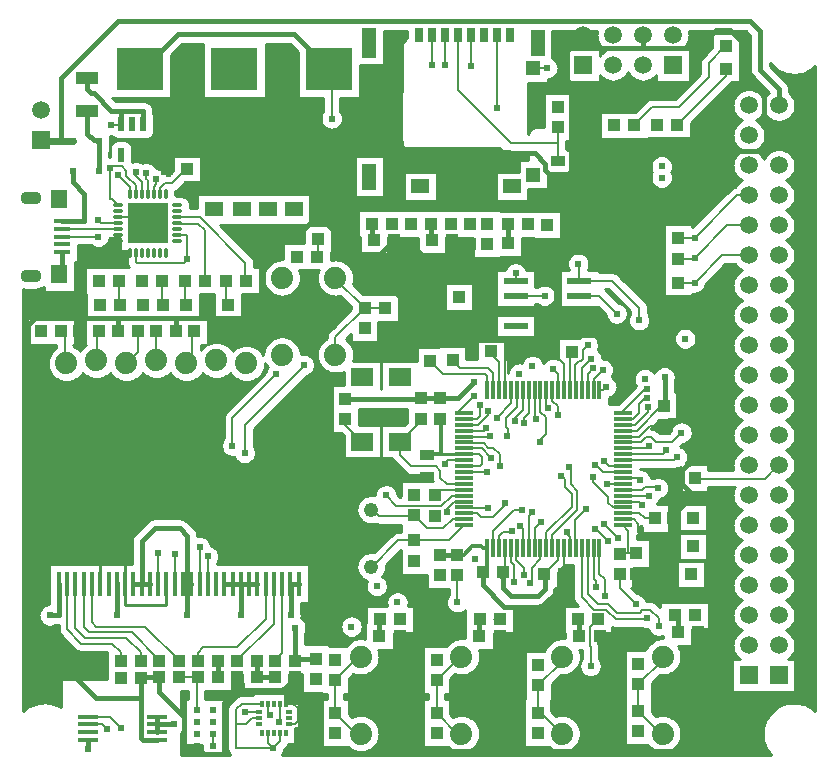
<source format=gbr>
%TF.GenerationSoftware,Novarm,DipTrace,3.2.0.1*%
%TF.CreationDate,2018-03-15T12:04:57-08:00*%
%FSLAX26Y26*%
%MOIN*%
%TF.FileFunction,Copper,L1,Top*%
%TF.Part,Single*%
%AMOUTLINE0*
4,1,4,
-0.035433,0.019685,
-0.035433,-0.019685,
0.035433,-0.019685,
0.035433,0.019685,
-0.035433,0.019685,
0*%
%AMOUTLINE1*
4,1,4,
0.026163,0.026163,
0.026205,-0.026121,
-0.026121,-0.026205,
-0.026163,0.026163,
0.026163,0.026163,
0*%
%AMOUTLINE2*
4,1,4,
-0.023622,0.015748,
-0.023622,-0.015748,
0.023622,-0.015748,
0.023622,0.015748,
-0.023622,0.015748,
0*%
%AMOUTLINE3*
4,1,4,
-0.010827,-0.023622,
0.010827,-0.023622,
0.010827,0.023622,
-0.010827,0.023622,
-0.010827,-0.023622,
0*%
%TA.AperFunction,Conductor*%
%ADD15C,0.007*%
%ADD16C,0.015748*%
%ADD17C,0.006*%
%ADD18C,0.008*%
%ADD19C,0.012*%
%ADD20C,0.01*%
%ADD21C,0.011811*%
%ADD22C,0.015*%
%ADD23C,0.023622*%
%ADD24R,0.15748X0.141732*%
%ADD26R,0.03937X0.043307*%
%ADD27R,0.043307X0.03937*%
%ADD28R,0.059055X0.051181*%
%ADD30R,0.023622X0.023622*%
%TA.AperFunction,ComponentPad*%
%ADD33R,0.059055X0.059055*%
%ADD34C,0.059055*%
%ADD36R,0.05315X0.015748*%
%ADD37R,0.055118X0.062992*%
%TA.AperFunction,ComponentPad*%
%ADD38O,0.070866X0.043307*%
%ADD39R,0.031496X0.048819*%
%ADD40R,0.045276X0.098425*%
%ADD41R,0.045276X0.086614*%
%ADD42R,0.059055X0.045276*%
%ADD43R,0.045669X0.047244*%
%ADD44R,0.045669X0.049213*%
%TA.AperFunction,ComponentPad*%
%ADD45C,0.074*%
%ADD49R,0.062992X0.011811*%
%ADD50R,0.011811X0.062992*%
%ADD52O,0.033465X0.011811*%
%ADD53O,0.011811X0.033465*%
%ADD54R,0.137795X0.137795*%
%ADD55R,0.015748X0.07874*%
%ADD56R,0.070866X0.015748*%
%ADD58R,0.011811X0.019685*%
%ADD59R,0.019685X0.011811*%
%TA.AperFunction,ComponentPad*%
%ADD60R,0.05937X0.05937*%
%ADD61C,0.05937*%
%ADD62R,0.07874X0.023622*%
%ADD64R,0.074803X0.059055*%
%TA.AperFunction,ComponentPad*%
%ADD65C,0.048*%
%TA.AperFunction,ViaPad*%
%ADD66C,0.024*%
%ADD141OUTLINE0*%
%TA.AperFunction,ComponentPad*%
%ADD142OUTLINE1*%
%ADD143OUTLINE2*%
%ADD144OUTLINE3*%
%TA.AperFunction,CopperBalancing*%
%ADD145C,0.01*%
G75*
G01*
%LPD*%
X1280580Y594016D2*
D15*
Y534046D1*
X1278298Y531764D1*
X1400160Y678624D2*
Y677192D1*
X1400265Y677087D1*
X1007425Y681516D2*
X945775D1*
X1002629Y572684D2*
Y676719D1*
X1007425Y681516D1*
X938996Y2156197D2*
X972080D1*
Y2075352D1*
X959582Y2062853D1*
X803348D1*
X800223Y2065978D1*
Y2098120D1*
X801201Y2097142D1*
X971173Y2376227D2*
D3*
X801201Y2293992D2*
Y2321223D1*
X769016Y2353408D1*
Y2369032D1*
X753353Y2384694D1*
X718982D1*
X712767Y2378479D1*
Y2275331D1*
X721437D1*
X742146Y2254622D1*
X879941Y2293992D2*
Y2311303D1*
X897088Y2328450D1*
X922086D1*
X972080Y2378445D1*
Y2375320D1*
X554550Y2150267D2*
X675236D1*
Y2206588D2*
X684610Y2197214D1*
X743793D1*
X742146Y2195567D1*
X554550Y2175857D2*
X742146Y2175882D1*
X781516Y2293992D2*
Y2315911D1*
X740855Y2356572D1*
X1562767Y1847251D2*
Y1845838D1*
X2041067Y2191068D2*
D16*
Y2129047D1*
X2040582Y2128562D1*
X889025Y2003485D2*
D15*
Y1925368D1*
X892150Y1922243D1*
X742146Y2215252D2*
D17*
X820886D1*
X840571Y2195567D1*
X545692Y2276251D2*
D16*
X548817D1*
X837719Y2194089D2*
Y2197214D1*
X842218D1*
X840571Y2195567D1*
X1153311Y2240960D2*
D3*
X1240802D2*
D3*
X1328293D2*
D3*
X787865Y2525264D2*
D3*
X681486Y1922243D2*
D3*
X481507Y1834752D2*
X484631D1*
X825221Y1922243D2*
D3*
X1983511Y1769147D2*
D17*
Y1760723D1*
X2011142Y1733092D1*
Y1639537D1*
X2247362D2*
Y1758864D1*
X2254507Y1766008D1*
X1983511Y1769147D2*
D16*
D3*
X2253196Y1769134D2*
Y1767319D1*
X2254507Y1766008D1*
X2065891Y1853391D2*
D3*
X1877481Y1948051D2*
D3*
X1578496Y2350361D2*
D3*
X1747788Y2318865D2*
D3*
X2054087D2*
D3*
X2125347Y2357447D2*
Y2357448D1*
X2141095Y2796424D2*
D3*
X2206326Y2584673D2*
Y2582860D1*
X1578496Y2796424D2*
Y2794256D1*
X1961961Y2821214D2*
D3*
X1129057Y2709639D2*
D3*
X2478172Y500517D2*
X2477070D1*
X2475485Y502103D1*
X1465089Y494957D2*
Y495852D1*
X1802625D2*
D3*
X2140160D2*
D3*
X512765Y887765D2*
X544016D1*
Y994016D1*
X1257906Y445751D2*
D15*
X1241210Y462446D1*
Y495591D1*
X1280580D2*
Y468425D1*
X1257906Y445751D1*
X1211683Y544803D2*
X1188223D1*
X1168687Y525267D1*
X1134563D1*
Y445751D1*
X1257906D1*
X1221525Y594016D2*
X1153070D1*
X1134563Y575509D1*
Y525267D1*
X1074355Y681516D2*
D16*
Y737272D1*
X1074087Y737540D1*
X1202851D2*
Y681601D1*
X1202936Y681516D1*
X1264453D1*
X1264685Y681284D1*
X1400265Y744016D2*
X1338091D1*
X1331614Y737540D1*
X1202936Y681516D2*
X1197141D1*
Y684641D1*
X1075194D2*
Y681516D1*
X1074355D1*
X1197057Y994215D2*
D17*
X1205234D1*
X1205433Y994016D1*
D16*
X1177874D1*
X1150315D1*
X1122756D1*
X1095197D1*
X984961D2*
X972141D1*
X957402D1*
X847166D2*
X819607D1*
X792047D1*
X736929D2*
Y994215D1*
X972141Y994016D2*
Y887767D1*
X1150265D2*
Y994016D1*
X1797139Y1220836D2*
Y1214587D1*
X1728390Y1059973D2*
Y1070836D1*
X737767Y994016D2*
Y887767D1*
X1315670Y994016D2*
X1315891D1*
Y887765D1*
X1787620Y1216067D2*
X1792370D1*
X1797139Y1220836D1*
X1331614Y737540D2*
Y847159D1*
X2422559Y1503710D2*
D17*
X2469335D1*
X2551570Y1585945D1*
X2559641D1*
X2422559Y1228120D2*
X2478662D1*
X2495839Y1210943D1*
X2531515D1*
X2207992Y1111978D2*
Y1072187D1*
X2161269Y1025464D1*
X2030827Y1111978D2*
Y1038790D1*
X2023609Y1031572D1*
X2562538Y1681643D2*
D16*
Y1588843D1*
X2559641Y1585945D1*
X2023609Y1031572D2*
Y980078D1*
X2050092Y953595D1*
X2140708D1*
X2162580Y975467D1*
Y1024152D1*
X2161269Y1025464D1*
X2023609Y1031572D2*
Y1020485D1*
X2529693Y1210943D2*
X2531515D1*
X869238Y499084D2*
Y524675D1*
Y550265D1*
Y524675D2*
X927799D1*
X640891Y440891D2*
Y473494D1*
X750011Y680841D2*
D3*
X1002629Y493156D2*
Y493155D1*
X787998Y2250496D2*
Y2248141D1*
X840571Y2195567D1*
X1059571Y2240960D2*
D3*
X887767Y2250265D2*
Y2242763D1*
X840571Y2195567D1*
X554550Y2099086D2*
Y2033141D1*
X545692Y2024282D1*
X887625Y2144156D2*
Y2148513D1*
X840571Y2195567D1*
X545692Y2020345D2*
Y2024282D1*
X787998Y2144095D2*
X789099D1*
X840571Y2195567D1*
X1895000Y1405285D2*
D18*
X1842477D1*
X1831365Y1394173D1*
X1728390Y1291198D2*
Y1289071D1*
X1497932Y1608869D2*
D16*
X1747906D1*
X1750124Y1611087D1*
X1815742D1*
X1873587D1*
X1928391Y1665891D1*
X819607Y994016D2*
Y1135231D1*
X862767Y1178391D1*
X947141D1*
X972141Y1153391D1*
Y994016D1*
X1315670D2*
X1343229D1*
X1057747Y493156D2*
D15*
Y453393D1*
X1612275Y819016D2*
D16*
Y873087D1*
X1614452Y875264D1*
X1945608Y819016D2*
Y875037D1*
X1945836Y875265D1*
X2278940Y819016D2*
Y869198D1*
X2272874Y875264D1*
X2606024Y831516D2*
Y877578D1*
X2595838Y887764D1*
X2657823Y1119019D2*
D15*
X2656516D1*
X2422559Y1287175D2*
X2507107D1*
X2509641Y1284641D1*
X2326103Y1639537D2*
Y1675772D1*
X2356722Y1706391D1*
X2162580Y1953391D2*
X2065891D1*
X2607822Y2075267D2*
X2662765D1*
Y2078391D1*
X2772139Y2187765D1*
X2844016D1*
X2003222Y2578424D2*
Y2819168D1*
X2005268Y2821214D1*
X1359540Y1722264D2*
D17*
X1365789D1*
X1165810Y1522285D1*
Y1431670D1*
X1162685Y1428545D1*
X1040823Y1084831D2*
Y994760D1*
X1040079Y994016D1*
X2651572Y1025273D2*
D15*
Y1028587D1*
X2487546Y1256735D2*
X2476792Y1267490D1*
X2422559D1*
X2345788Y1639537D2*
X2357949D1*
X2368809Y1650397D1*
X2662767Y1997302D2*
X2608058D1*
X2662767D2*
X2753230Y2087765D1*
X2844016D1*
X2278490Y2003391D2*
Y2056307D1*
X2275068Y2059729D1*
X1831365Y2722159D2*
Y2820539D1*
X1832040Y2821214D1*
X2477897Y1871646D2*
Y1913260D1*
X2387765Y2003391D1*
X2278490D1*
X654252Y994016D2*
Y865029D1*
X669016Y850265D1*
X831517D1*
X944016Y737767D1*
Y738848D1*
X626693Y994016D2*
Y848839D1*
X644016Y831516D1*
X787767D1*
X875267Y744016D1*
Y740668D1*
X878395Y737540D1*
X819016Y744016D2*
Y739995D1*
X816561Y737540D1*
Y765221D1*
X769016Y812765D1*
X631517D1*
X599134Y845149D1*
Y994016D1*
X571575D2*
Y841457D1*
X619016Y794016D1*
X722141D1*
X750267Y765890D1*
Y738175D1*
X749631Y737540D1*
X1232992Y994016D2*
Y876742D1*
X1137767Y781516D1*
X1025267D1*
X1006516Y762765D1*
Y738181D1*
X1007158Y737540D1*
X1288110Y994016D2*
Y763109D1*
X1263613Y738612D1*
X1264685Y737540D1*
X1260551Y994016D2*
Y860551D1*
X1131516Y731516D1*
Y741945D1*
X1135922Y737540D1*
X2286733Y1111978D2*
Y948180D1*
X2328397Y906516D1*
X2369017D1*
X2400055Y875478D1*
X2500045D1*
X2503170Y878603D1*
X2306418Y1111978D2*
Y959740D1*
X2340893Y925265D1*
X2375265D1*
X2403180Y897351D1*
X2479691D1*
X2489065Y906725D1*
X2515668D1*
X2543790Y878603D1*
Y853605D1*
X2422559Y1247805D2*
X2390191D1*
X2375265Y1262730D1*
Y1281517D1*
X2325063Y1331719D1*
Y1350631D1*
X1895000Y1444655D2*
X1952740D1*
X1984474Y1412922D1*
X1895000Y1464340D2*
X1896424Y1462916D1*
X1959491D1*
X1975114Y1447293D1*
X1990739D1*
X2012596Y1425436D1*
Y1384799D1*
X1991457Y1111978D2*
Y1129310D1*
X874725Y994016D2*
Y1096839D1*
X2087765Y1237765D2*
X2059473D1*
X1991457Y1169750D1*
Y1111978D1*
X2011142D2*
Y1152120D1*
X2025095Y1166072D1*
X2050092D1*
X2053217Y1169197D1*
X931460Y1091080D2*
Y995633D1*
X929843Y994016D1*
X2093838Y1022338D2*
Y1047335D1*
X2068840Y1072332D1*
Y1110621D1*
X2070197Y1111978D1*
X2090713Y1112809D2*
X2089882Y1111978D1*
Y1176277D1*
X2081338Y1184822D1*
X2122141Y1231516D2*
X2109567Y1218943D1*
Y1111978D1*
X2131334Y1109897D2*
X2129252Y1111978D1*
Y1179252D1*
X2150265Y1200265D1*
X2148937Y1111978D2*
Y1074313D1*
X2121960Y1047335D1*
Y1000465D1*
X2115710Y994215D1*
X2188307Y1111978D2*
Y1154303D1*
X2271944Y1237940D1*
Y1303558D1*
X2250071Y1325431D1*
Y1375425D1*
X2243822Y1381675D1*
X1968851Y2125347D2*
X1969091D1*
X2247362Y1111978D2*
Y1150033D1*
X2237765Y1159630D1*
Y1165891D1*
X2267047Y1111978D2*
X2265694Y1113331D1*
Y1206320D1*
X2300265Y1240891D1*
X2031344Y1262937D2*
X2034469Y1259813D1*
X1990547Y1215891D1*
X1950278D1*
X1937604Y1228566D1*
X1895446D1*
X1895000Y1228120D1*
X1975267Y1247141D2*
X1895664D1*
X1895000Y1247805D1*
X2422559Y1562765D2*
Y1569435D1*
X2497141Y1644016D1*
X2503391D1*
X2422559Y1543080D2*
X2458705D1*
X2478172Y1562547D1*
Y1593798D1*
X2497275Y1612901D1*
X2503170D1*
X2422559Y1523395D2*
X2464020D1*
X2506294Y1565670D1*
Y1581654D1*
X2422559Y1464340D2*
X2483091D1*
X2500267Y1481516D1*
X2518941D1*
X2534416Y1466041D1*
X2587916D1*
X2619016Y1497141D1*
X2422559Y1444655D2*
X2500904D1*
X2509641Y1453392D1*
X2422559Y1424970D2*
X2556221D1*
X2569016Y1437765D1*
X2422559Y1405285D2*
X2592785D1*
X2603391Y1415891D1*
X2422559Y1385600D2*
Y1384641D1*
Y1385600D2*
X2377382D1*
X2359435Y1403547D1*
X745290Y2003485D2*
Y1925368D1*
X748415Y1922243D1*
X1406622Y2144189D2*
Y2085436D1*
X1404953Y2083767D1*
X1750124Y1544158D2*
Y1534784D1*
X1681381Y1466041D1*
X1895000Y1326545D2*
X1836500D1*
X1815742Y1347303D1*
Y1369176D1*
X1800118Y1384799D1*
X1718877D1*
X1681381Y1422296D1*
Y1466041D1*
X1497932Y1541940D2*
Y1523506D1*
X1555397Y1466041D1*
X1895000Y1287175D2*
X1852478D1*
X1818866Y1253563D1*
X1668882D1*
X1634511Y1287935D1*
X1556394Y1466041D2*
X1555397D1*
X2412554Y1027276D2*
Y978603D1*
X2465891Y925266D1*
X869016Y2340891D2*
Y2325376D1*
X859592Y2315952D1*
Y2294656D1*
X860256Y2293992D1*
X962706Y2003485D2*
Y1925368D1*
X965831Y1922243D1*
X1971772Y1639537D2*
Y1685011D1*
X1962767Y1694016D1*
X1823927D1*
X1781670Y1736273D1*
X820886Y2293992D2*
X822096Y2292782D1*
Y2331575D1*
X794023Y2359649D1*
X800265Y2365891D1*
X1781670Y1736273D2*
D3*
X2422559Y1326545D2*
Y1325431D1*
X2371933D1*
X2944016Y1387765D2*
X2940890D1*
X2897141Y1344016D1*
X2664922D1*
X2663004Y1345933D1*
Y1337929D2*
Y1345933D1*
X2422559Y1346230D2*
X2473051D1*
X2481516Y1337765D1*
X2662528Y1344179D2*
Y1345457D1*
X2537541Y2522180D2*
D3*
X2207992Y1639537D2*
Y1692540D1*
X2190891Y1709641D1*
X2768523Y2709649D2*
Y2686233D1*
X2605377Y2523087D1*
X1029635Y2003485D2*
Y2170906D1*
X1006452Y2194089D1*
X937519D1*
X938996Y2195567D1*
X1783327Y2194016D2*
D16*
Y2142038D1*
X1787427Y2137939D1*
X2422559Y1306860D2*
D15*
X2488109D1*
X2497141Y1315891D1*
X2537764D1*
X2540890Y1312765D1*
X2659642Y1212765D2*
X2657822D1*
X2607820Y2147139D2*
X2662764D1*
X2325142Y1712642D2*
X2306418Y1693918D1*
Y1639537D1*
X2278490Y1953391D2*
X2344016D1*
X2403391Y1894016D1*
X1918856Y2719034D2*
Y2821012D1*
X1918654Y2821214D1*
X2662764Y2147139D2*
X2803390Y2287765D1*
X2844016D1*
X1012520Y994016D2*
D17*
Y1116078D1*
X1122065Y1453542D2*
Y1547282D1*
X1268924Y1694142D1*
X2345788Y1111978D2*
D15*
Y1026610D1*
X2362765Y1009633D1*
Y953391D1*
X640891Y524675D2*
X688357D1*
X703391Y509641D1*
X1871382Y1022849D2*
Y932275D1*
X1872141Y931516D1*
X1241210Y594016D2*
Y556761D1*
X1247051D1*
X1002629Y532920D2*
Y532919D1*
X2206326Y2402441D2*
Y2462811D1*
Y2515931D1*
Y2462811D2*
X2050092D1*
X1875110Y2637793D1*
Y2820978D1*
X1875347Y2821214D1*
X1969181Y2192366D2*
X1970831Y2194016D1*
X1850267D2*
X1850256D1*
X1912859D2*
Y2192296D1*
X1912757Y2192194D1*
X2125347Y2711777D2*
X2171954D1*
X1587755Y2194016D2*
D16*
Y2143840D1*
X1593656Y2137939D1*
X2326103Y1111978D2*
D15*
X2328188Y1114063D1*
Y1009839D1*
X2334641Y1003386D1*
Y981516D1*
X640891Y550265D2*
X712765D1*
X750265Y512765D1*
X1815742Y1022849D2*
X1815126D1*
X1211683Y564488D2*
X1165810D1*
X1057747Y572684D2*
Y572683D1*
X2050512Y1639537D2*
Y1594572D1*
X2003222Y1547282D1*
X1465778Y737992D2*
Y739322D1*
X1465089Y740011D1*
X2089882Y1639537D2*
Y1571449D1*
X2062765Y1544332D1*
Y1534641D1*
X1803243Y741117D2*
Y740629D1*
X2129252Y1639537D2*
Y1549364D1*
X2134600Y1544016D1*
X2143832Y719244D2*
Y719415D1*
X2141988Y721259D1*
X2168622Y1639537D2*
Y1584986D1*
X2175079Y1578529D1*
X2331516Y1175267D2*
X2334617D1*
X2375058Y1134826D1*
X2475267Y725516D2*
X2475485Y725298D1*
X1465089Y562781D2*
X1533855Y494016D1*
X1550265D1*
X1465089Y673082D2*
X1542024Y750016D1*
X1550265D1*
X1465089Y562781D2*
Y673082D1*
X1885683Y750016D2*
X1879559D1*
X1802625Y673082D1*
Y562781D1*
X1871390Y494016D1*
X1885683D1*
X2221099Y750016D2*
Y733440D1*
X2141988Y654330D1*
X2140160Y652502D1*
Y562781D1*
X2221099Y494016D2*
X2152334Y562781D1*
X2140160D1*
X2475485Y658369D2*
Y569032D1*
X2550500Y494016D1*
X2556516D1*
X2475485Y658369D2*
X2556516Y739401D1*
Y750016D1*
X1895000Y1484025D2*
Y1484641D1*
X551561Y1834752D2*
X562748D1*
Y1727765D1*
X569016D1*
X1895000Y1484025D2*
X1897747D1*
X1895000D2*
X1980901D1*
X1981516Y1484641D1*
X1895000Y1543080D2*
X1908705D1*
X866622Y1834752D2*
X869016D1*
Y1737765D1*
X1895000Y1543080D2*
X1936830D1*
X1947141Y1553391D1*
Y1587767D1*
X1895000Y1562765D2*
X1872141D1*
X1928391Y1619016D1*
X993953Y1834752D2*
X987704D1*
Y1727765D1*
X969016D1*
X806222Y1834752D2*
Y1765759D1*
X768229Y1727765D1*
X769016D1*
X1895000Y1523395D2*
Y1522141D1*
X1940584D1*
X1975265Y1556822D1*
Y1569015D1*
X678891Y1834752D2*
X672112D1*
Y1737765D1*
X669016D1*
X1969016Y1512765D2*
X1959642Y1503391D1*
X1895319D1*
X1895000Y1503710D1*
X1991457Y1639537D2*
Y1696576D1*
X1975267Y1712767D1*
X1881799D1*
X1856670Y1737897D1*
X840571Y2293992D2*
Y2338097D1*
X834595Y2344074D1*
Y2362822D1*
X1856372Y1737897D2*
X1856670D1*
X2422559Y1365915D2*
X2356446D1*
X2337562Y1384799D1*
X2334437D1*
X2331313Y1387924D1*
X2390891Y2522141D2*
X2392453Y2523704D1*
X2394016Y2522141D1*
X2306717Y1787966D2*
X2290891Y1772141D1*
Y1740891D1*
X2284641Y1734641D1*
X2278391D1*
X2265694Y1721944D1*
Y1640890D1*
X2267047Y1639537D1*
X2768523Y2784649D2*
X2765638D1*
X2709398Y2728408D1*
Y2681538D1*
X2609408Y2581549D1*
X2520353D1*
X2460945Y2522141D1*
X938996Y2215252D2*
X939706Y2215962D1*
X1012701D1*
X1165810Y2062853D1*
Y2003485D1*
X1167121D1*
X1100192D2*
Y1928492D1*
X1106441Y1922243D1*
X814096Y2709639D2*
D16*
X825200D1*
X940834Y2825273D1*
X1328383D1*
X1444017Y2709639D1*
X1867164Y1267490D2*
D15*
X1895000D1*
X1860915D1*
X1837614Y1244189D1*
Y1231691D1*
X1453391Y2544016D2*
Y2700265D1*
X1444017Y2709639D1*
X2590893Y1212765D2*
D16*
X2590894Y1119019D1*
Y1119016D1*
X2584643D1*
Y1025273D1*
X2065891Y1903391D2*
X2200265D1*
X2201973D1*
X2278490D1*
Y1853391D1*
X2030827Y1639537D2*
D17*
Y1749534D1*
X2050440Y1769147D1*
X2227677Y1639537D2*
Y1725908D1*
X2187578Y1766008D1*
X2422559Y1484025D2*
X2477776D1*
X2512767Y1519016D1*
X2559641D1*
X2227677Y1025985D2*
X2228198Y1025464D1*
X1971772Y1111978D2*
D19*
Y1046664D1*
X1956680Y1031572D1*
X2290891Y2822137D2*
D16*
X2334625Y2778403D1*
X2490891D1*
Y2822137D1*
X1912757Y2125265D2*
Y2041131D1*
X1886607Y2014981D1*
X1877481D1*
X1719007Y2125265D2*
X1825164Y2019108D1*
X1873353D1*
X1877481Y2014981D1*
X1728265Y750016D2*
Y494016D1*
X2734516Y750016D2*
Y494016D1*
X2399099Y750016D2*
Y494016D1*
X2063683Y750016D2*
Y494016D1*
Y750016D2*
X2065715Y752049D1*
Y819016D1*
Y916099D1*
X2028184D1*
X1956352Y987931D1*
Y1031244D1*
X1956680Y1031572D1*
X2065715Y916099D2*
X2203201D1*
X2228198Y941096D1*
Y1025464D1*
X2559641Y1519016D2*
X2578390Y1537765D1*
X2663004D1*
Y1412862D1*
X1631516Y1845838D2*
X1638428D1*
X1677635Y1806630D1*
X1778242D1*
X1781670Y1803202D1*
X1855046D1*
X1856670Y1804826D1*
X2033149D1*
X2050440Y1787534D1*
Y1769147D1*
X2187578Y1766008D2*
X2181327D1*
X2178188Y1769147D1*
X2050440D1*
X2187578Y1766008D2*
Y1822254D1*
X2200265D1*
Y1903391D1*
X2663004Y1537765D2*
Y1674918D1*
X2596910Y1741012D1*
X2437551D1*
X2356310Y1822254D1*
X2200265D1*
X2540891Y2147139D2*
Y2075267D1*
X2540893D1*
Y1997538D1*
X2541129Y1997302D1*
X2540891Y2147139D2*
Y2181817D1*
X2793764Y2434689D1*
X2890940D1*
X2944016Y2487765D1*
X1728265Y628633D2*
Y750016D1*
X1956680Y1031572D2*
X1962461D1*
Y1025322D1*
X2206326Y2331575D2*
X2215700D1*
X2250071Y2365946D1*
Y2659666D1*
X2237572Y2672164D1*
Y2768818D1*
X2290891Y2822137D1*
X2663004Y1412862D2*
X2621907Y1371765D1*
Y1325499D1*
X2647141Y1300265D1*
Y1278390D1*
X2590893Y1222142D1*
Y1212765D1*
X2531515Y1144013D2*
X2584643D1*
Y1119016D1*
X2422559Y1208435D2*
D17*
X2460847D1*
X2475265Y1194016D1*
Y1165891D1*
X2497143Y1144013D1*
X2531515D1*
X1337166Y2146717D2*
D16*
X1339693Y2144189D1*
X2228198Y1025464D2*
D17*
Y1072087D1*
X2227677Y1072608D1*
Y1111978D1*
X681811Y994016D2*
D20*
Y1072141D1*
X723983D1*
X764488D1*
Y994016D1*
Y922348D1*
X902284D1*
Y994016D1*
X1136007Y681516D2*
D16*
Y638554D1*
X1288885D1*
X1300265Y649935D1*
X1331614Y681284D1*
X1310108Y525118D2*
D17*
X1331021D1*
X1340792Y534889D1*
Y578634D1*
X1325410Y594016D1*
X1300265D1*
D21*
Y611733D1*
D16*
Y649935D1*
X1728265Y494016D2*
Y434899D1*
X2063683D1*
X2399099D1*
X2734516D1*
Y494016D1*
X2399099D2*
Y434899D1*
X2063683Y494016D2*
Y434899D1*
X1815126Y1089778D2*
X1871382D1*
D19*
X1892557D1*
X1921981Y1119202D1*
X1950768D1*
X1957992Y1111978D1*
X1971772D1*
X2012537Y819016D2*
D16*
X2065715D1*
X1679204D2*
Y799078D1*
X1728265Y750016D1*
X2345869Y819016D2*
Y803246D1*
X2399099Y750016D1*
X2672953Y831516D2*
Y811579D1*
X2734516Y750016D1*
X2107511Y2128562D2*
X2166080D1*
X2172331Y2122311D1*
X1854356Y2137939D2*
X1900084D1*
X1912757Y2125265D1*
X1660586Y2137939D2*
X1706334D1*
X1719007Y2125265D1*
X1328293Y2315763D2*
X1240802D1*
X1153311D1*
X1059571D1*
X825267Y2422894D2*
Y2422191D1*
X904244D1*
Y2376227D1*
X1059571Y2315763D2*
Y2375320D1*
X1012701Y2422191D1*
X904244D1*
X1339693Y2144189D2*
Y2155495D1*
X1384537Y2200339D1*
Y2303453D1*
X1372038Y2315952D1*
X1328482D1*
X1328293Y2315763D1*
X1384537Y2200339D2*
X1387423Y2203225D1*
X1428521D1*
X1537646Y2094100D1*
X1612638D1*
X1662633Y2144095D1*
Y2135891D1*
X1660586Y2137939D1*
X742146Y2156197D2*
D21*
X744016D1*
Y2136512D1*
X742146D1*
X1173370Y1922243D2*
D16*
Y1878498D1*
X1060882D1*
X1032760D1*
X933551D1*
X739293D1*
X611962D1*
Y1834752D1*
X1032760Y1922243D2*
Y1878498D1*
X1060882Y1834752D2*
Y1878498D1*
X933551Y1834752D2*
Y1878498D1*
X739293Y1834752D2*
Y1878498D1*
X611962D2*
D20*
Y2037575D1*
X693403Y2119016D1*
X744016D1*
Y2134642D1*
X742146Y2136512D1*
X469016Y1737765D2*
D16*
Y1741004D1*
X440886Y1769134D1*
Y1856625D1*
X462759Y1878498D1*
X611962D1*
X2835452Y2784649D2*
Y2709649D1*
X2490891Y2778403D2*
X2675026D1*
X2734395Y2837772D1*
X2782328D1*
X2835452Y2784649D1*
Y2709649D2*
Y2686721D1*
X2893754Y2628419D1*
Y2538028D1*
X2944016Y2487765D1*
X816940Y680841D2*
D22*
Y612765D1*
Y480466D1*
X825265Y472141D1*
X867885D1*
X869238Y473494D1*
X878845Y681516D2*
D16*
X817614D1*
X816940Y680841D1*
X1002629Y453393D2*
X959641D1*
Y550267D1*
X878391Y631516D1*
Y681062D1*
X878845Y681516D1*
X1002629Y453393D2*
Y451028D1*
X1028391Y425265D1*
X1094016D1*
Y596563D1*
X1136007Y638554D1*
X2201973Y1903391D2*
Y1988229D1*
X2172331Y2017870D1*
Y2122311D1*
X1339693Y2144189D2*
X1300265D1*
X1275173Y2119097D1*
Y2087851D1*
X1225179Y2037856D1*
Y1937866D1*
X1209555Y1922243D1*
X1173370D1*
X469016Y1737765D2*
Y1350357D1*
Y809641D1*
X665891Y612765D1*
X816940D1*
X1384537Y2303453D2*
X1525147Y2444063D1*
X2009471D1*
X2025095Y2428440D1*
X2131334D1*
X2165705Y2394068D1*
Y2372196D1*
X2206326Y2331575D1*
X1781670Y1803202D2*
Y1850076D1*
X1537646Y2094100D1*
X1772289Y1350357D2*
X723983D1*
X469016D1*
X2468798Y1027462D2*
X2582454D1*
X2584643Y1025273D1*
X2734516Y750016D2*
Y919141D1*
X2694016Y959641D1*
X2606516D1*
X2584641Y981516D1*
Y1025271D1*
X2584643Y1025273D1*
X723983Y1072141D2*
Y1350357D1*
X744016Y2119016D2*
D20*
Y2103391D1*
X750265Y2097142D1*
X781516D1*
X1815742Y1544158D2*
D19*
X1818866D1*
Y1425420D1*
X1772289D1*
Y1421223D1*
X1895000Y1385600D2*
D18*
X1947778D1*
X1953227Y1391049D1*
Y1416046D1*
X1943853Y1425420D1*
X1895450D1*
X1895000Y1424970D1*
X1818866Y1425420D2*
D20*
X1895000Y1424970D1*
X676328Y2369071D2*
D16*
Y2469061D1*
Y2472185D1*
X659613D1*
X637740Y2494058D1*
Y2569050D1*
X676328Y2369071D2*
D3*
X822096Y2003485D2*
D3*
X825267Y2525264D2*
Y2569050D1*
X750464D1*
Y2525264D1*
X637740Y2679286D2*
Y2640918D1*
X650239Y2628419D1*
X659613D1*
X718982Y2569050D1*
X750464D1*
X678361Y2003485D2*
D17*
D3*
X718982Y2522180D2*
X747380D1*
X750464Y2525264D1*
X484631Y2472185D2*
D23*
Y2469061D1*
X550250D1*
X589714D1*
X2944016Y2587765D2*
D16*
Y2643775D1*
X2881255Y2706536D1*
Y2834647D1*
X2846883Y2869019D1*
X740855D1*
X550250Y2678414D1*
Y2469061D1*
X554550Y2201448D2*
X628366D1*
D22*
Y2294079D1*
X589714Y2332731D1*
Y2369071D1*
X1584641Y1240269D2*
D15*
Y1244065D1*
X1609513Y1219192D1*
X1728390D1*
Y1222142D1*
X1728425D1*
X1771996Y1178571D1*
X1825116D1*
X1856362Y1209818D1*
X1893617D1*
X1895000Y1208435D1*
X1584641Y1050269D2*
Y1047460D1*
X1674946Y1137765D1*
X1728390D1*
X1844016D1*
X1895000Y1188750D1*
X2107996Y2191068D2*
Y2184715D1*
X2168826D2*
Y2185735D1*
X2172331Y2189240D1*
X2287567Y1640372D2*
X2286733Y1639537D1*
X2065891Y2003391D2*
Y2028113D1*
X2318814Y1744137D2*
X2286733Y1712055D1*
Y1639537D1*
X2059466Y1000465D2*
Y1056709D1*
X2050512Y1065663D1*
Y1111978D1*
X2070197Y1639537D2*
Y1583011D1*
X2034469Y1547282D1*
Y1516036D1*
X2040718Y1509786D1*
Y1493684D1*
Y1487593D1*
X2037765Y1484641D1*
X1681381Y875264D2*
X1678391D1*
Y869016D1*
X2037765Y1484641D2*
Y1490731D1*
X2040718Y1493684D1*
X1993848Y875478D2*
X2012765D1*
Y875265D1*
X2019015D1*
X2009641Y865891D1*
X2093838Y1528213D2*
Y1546710D1*
X2109567Y1562440D1*
Y1639537D1*
X2339803Y875264D2*
X2344016D1*
X2148937Y1639537D2*
Y1567175D1*
X2165891Y1550221D1*
Y1491225D1*
X2146957Y1472290D1*
Y1466041D1*
X2315891Y719016D2*
Y781516D1*
X2312767Y784641D1*
Y848227D1*
X2339803Y875264D1*
X2188307Y1639537D2*
X2185939D1*
X2662767Y887764D2*
X2659643D1*
X2406305Y1147352D2*
X2359641Y1194016D1*
X2206516Y1556516D2*
Y1584588D1*
X2187578Y1603526D1*
Y1638807D1*
X2188307Y1639537D1*
X2468798Y1094391D2*
X2440650D1*
X2412740D1*
X2412554Y1094205D1*
X2440650Y1094391D2*
Y1170659D1*
X2422559Y1188750D1*
X1465765Y2012516D2*
Y2009768D1*
X1562767Y1912767D1*
X1631516D1*
X1465765Y1756516D2*
Y1815765D1*
X1562767Y1912767D1*
X1895000Y1306860D2*
X1816234D1*
X1797139Y1287765D1*
Y1281516D1*
X1895000Y1365915D2*
X1971839D1*
X1337667Y2084726D2*
Y2084124D1*
X1719007Y2192194D2*
D3*
X1656516Y2194016D2*
X1654684D1*
X1788733Y2821214D2*
X1787620Y2820101D1*
Y2722159D1*
X2168622Y1111978D2*
Y1165865D1*
X2253196Y1250439D1*
Y1294184D1*
X2231323Y1316057D1*
Y1341084D1*
X2219016Y1353391D1*
D66*
X1278298Y531764D3*
X1400160Y678624D3*
X971173Y2376227D3*
X972080Y2075352D3*
X712767Y2378479D3*
X675236Y2150267D3*
Y2206588D3*
X740855Y2356572D3*
X1562767Y1847251D3*
X548817Y2276251D3*
X837719Y2194089D3*
X1153311Y2240960D3*
X1240802D3*
X1328293D3*
X787865Y2525264D3*
X681486Y1922243D3*
X481507Y1834752D3*
X825221Y1922243D3*
X681486D3*
X1983511Y1769147D3*
X2253196Y1769134D3*
X1983511Y1769147D3*
X2065891Y1853391D3*
X1877481Y1948051D3*
X2065891Y1853391D3*
X1578496Y2350361D3*
X1747788Y2318865D3*
X1578496Y2350361D3*
X2054087Y2318865D3*
X1747788D3*
X2125347Y2357448D3*
X2054087Y2318865D3*
X2141095Y2796424D3*
X2206326Y2584673D3*
X2125347Y2357448D3*
X1578496Y2794256D3*
X1961961Y2821214D3*
X1578496Y2794256D3*
Y2350361D3*
X1129057Y2709639D3*
X2478172Y500517D3*
X1465089Y494957D3*
X1802625Y495852D3*
X2140160D3*
X512765Y887765D3*
X1257906Y445751D3*
D3*
D3*
X1197141Y684641D3*
X1075194D3*
X972141Y887767D3*
X1150265D3*
X1797139Y1214587D3*
X1728390Y1059973D3*
X737767Y887767D3*
X972141D3*
X737767D3*
X1197141Y684641D3*
X1315891Y887765D3*
D3*
X1331614Y847159D3*
X1197141Y684641D3*
X2562538Y1681643D3*
X2023609Y1020485D3*
X2529693Y1210943D3*
X927799Y524675D3*
X640891Y440891D3*
X750011Y680841D3*
D3*
X1331614Y847159D3*
X1002629Y493155D3*
X2023609Y1020485D3*
X787998Y2250496D3*
X1059571Y2240960D3*
X887767Y2250265D3*
X1153311Y2240960D3*
X887625Y2144156D3*
X548817Y2276251D3*
X545692Y2020345D3*
X787998Y2144095D3*
X1831365Y1394173D3*
X1728390Y1291198D3*
X1797139Y1214587D3*
X1928391Y1665891D3*
X2656516Y1119019D3*
X2509641Y1284641D3*
X2656516Y1119019D3*
X2356722Y1706391D3*
X2162580Y1953391D3*
X2662765Y2078391D3*
X2003222Y2578424D3*
X1359540Y1722264D3*
X1162685Y1428545D3*
X1040823Y1084831D3*
X2162580Y1953391D3*
X2651572Y1028587D3*
X2487546Y1256735D3*
X2651572Y1028587D3*
X2368809Y1650397D3*
X2662767Y1997302D3*
D3*
X2275068Y2059729D3*
X1831365Y2722159D3*
X2477897Y1871646D3*
X2503170Y878603D3*
X2543790Y853605D3*
X2325063Y1350631D3*
X2496920Y1675394D3*
X2631281Y1809755D3*
X1984474Y1412922D3*
X2012596Y1384799D3*
X874725Y1096839D3*
X2087765Y1237765D3*
X2053217Y1169197D3*
X931460Y1091080D3*
X2093838Y1022338D3*
X2081338Y1184822D3*
X2122141Y1231516D3*
X2150265Y1200265D3*
X2115710Y994215D3*
X2243822Y1381675D3*
X2121960Y1719139D3*
X1968851Y2125347D3*
X2237765Y1165891D3*
X2300265Y1240891D3*
X2031344Y1262937D3*
X1975267Y1247141D3*
X2503391Y1644016D3*
X2503170Y1612901D3*
X2506294Y1581654D3*
X2619016Y1497141D3*
X2509641Y1453392D3*
X2569016Y1437765D3*
X2603391Y1415891D3*
X2359435Y1403547D3*
X1634511Y1287935D3*
X1556394Y1466041D3*
X2465891Y925266D3*
X1518898Y850481D3*
X869016Y2340891D3*
X800265Y2365891D3*
X1781670Y1736273D3*
X2371933Y1325431D3*
X2481516Y1337765D3*
X2662528Y1344179D3*
X2537541Y2522180D3*
X2190891Y1709641D3*
X2553164Y2384694D3*
X2540890Y1312765D3*
X2659642Y1212765D3*
X2662764Y2147139D3*
X2403391Y1894016D3*
X2325142Y1712642D3*
X2403391Y1894016D3*
X1918856Y2719034D3*
X1012520Y1116078D3*
X1122065Y1453542D3*
X1268924Y1694142D3*
X2362765Y953391D3*
X703391Y509641D3*
X1603264Y984841D3*
X1672213Y931516D3*
X2362765Y953391D3*
X1872141Y931516D3*
X1247051Y556761D3*
X1672213Y931516D3*
X1002629Y532919D3*
X1247051Y556761D3*
X1970831Y2194016D3*
X1850267D3*
X1912859D3*
X2171954Y2711777D3*
X1970831Y2194016D3*
X2334641Y981516D3*
X750265Y512765D3*
X1815742Y1022849D3*
X2334641Y981516D3*
X1165810Y564488D3*
X1057747Y572683D3*
X1165810Y564488D3*
X2003222Y1547282D3*
X1465778Y737992D3*
X2062765Y1534641D3*
X1803243Y741117D3*
X2134600Y1544016D3*
X2143832Y719244D3*
X2175079Y1578529D3*
X2331516Y1175267D3*
X2375058Y1134826D3*
X2475267Y725516D3*
X1981516Y1484641D3*
X1947141Y1587767D3*
X1928391Y1619016D3*
X1975265Y1569015D3*
X1969016Y1512765D3*
X834595Y2362822D3*
X1856372Y1737897D3*
X2331313Y1387924D3*
X2390891Y2522141D3*
X2553164Y2347198D3*
X2306717Y1787966D3*
X1837614Y1231691D3*
X1453391Y2544016D3*
X676328Y2369071D3*
X822096Y2003485D3*
X678361D3*
X718982Y2522180D3*
X2107996Y2184715D3*
X2168826D3*
X2065891Y2028113D3*
X2318814Y1744137D3*
X2065891Y2028113D3*
X2107996Y2184715D3*
X2059466Y1000465D3*
X1678391Y869016D3*
X2037765Y1484641D3*
X2009641Y865891D3*
X2093838Y1528213D3*
X2146957Y1466041D3*
X1931355Y1075104D3*
X2315891Y719016D3*
X2659643Y887764D3*
X2406305Y1147352D3*
X2359641Y1194016D3*
X2206516Y1556516D3*
X1797139Y1281516D3*
X1971839Y1365915D3*
X1337667Y2084726D3*
X1719007Y2192194D3*
X1656516Y2194016D3*
X1787620Y2722159D3*
X1719007Y2192194D3*
X2219016Y1353391D3*
X2078265Y1694142D3*
X1719007Y2192194D3*
X1627526Y2835425D2*
D145*
X1703280D1*
X2190123D2*
X2336424D1*
X2645358D2*
X2832420D1*
X1627526Y2825557D2*
X1703280D1*
X2190123D2*
X2334920D1*
X2646862D2*
X2720467D1*
X2816569D2*
X2842284D1*
X1627526Y2815688D2*
X1703280D1*
X2190123D2*
X2335194D1*
X2646588D2*
X2720467D1*
X2816569D2*
X2846971D1*
X1627526Y2805819D2*
X1694217D1*
X2190123D2*
X2337284D1*
X2644498D2*
X2720467D1*
X2816569D2*
X2846971D1*
X1627526Y2795950D2*
X1687284D1*
X2190123D2*
X2341424D1*
X2640358D2*
X2720467D1*
X2816569D2*
X2846971D1*
X949694Y2786082D2*
X1023924D1*
X1234205D2*
X1319510D1*
X1627526D2*
X1684881D1*
X2190123D2*
X2348241D1*
X2633541D2*
X2720467D1*
X2816569D2*
X2846971D1*
X939830Y2776213D2*
X1023924D1*
X1234205D2*
X1329393D1*
X1627526D2*
X1684803D1*
X2190123D2*
X2234803D1*
X2346979D2*
X2359471D1*
X2646979D2*
X2715330D1*
X2816569D2*
X2846971D1*
X929967Y2766344D2*
X1023924D1*
X1234205D2*
X1338885D1*
X1627526D2*
X1684803D1*
X2190123D2*
X2234803D1*
X2346979D2*
X2357030D1*
X2646979D2*
X2705467D1*
X2816569D2*
X2846971D1*
X920084Y2756475D2*
X1023924D1*
X1234205D2*
X1338885D1*
X1627526D2*
X1684803D1*
X2190123D2*
X2234803D1*
X2646979D2*
X2695584D1*
X2816569D2*
X2846971D1*
X919245Y2746607D2*
X1023924D1*
X1234205D2*
X1338885D1*
X1627526D2*
X1684803D1*
X2190123D2*
X2234803D1*
X2646979D2*
X2685955D1*
X2816569D2*
X2846971D1*
X919245Y2736738D2*
X1023924D1*
X1234205D2*
X1338885D1*
X1627526D2*
X1684803D1*
X2200807D2*
X2234803D1*
X2646979D2*
X2680721D1*
X2816569D2*
X2846971D1*
X919245Y2726869D2*
X1023924D1*
X1234205D2*
X1338885D1*
X1627526D2*
X1684803D1*
X2207174D2*
X2234803D1*
X2646979D2*
X2679491D1*
X2816569D2*
X2846971D1*
X919245Y2717000D2*
X1023924D1*
X1234205D2*
X1338885D1*
X1549166D2*
X1684803D1*
X2209987D2*
X2234803D1*
X2646979D2*
X2679491D1*
X2816569D2*
X2846971D1*
X919245Y2707131D2*
X1023924D1*
X1234205D2*
X1338885D1*
X1549166D2*
X1684803D1*
X2210065D2*
X2234803D1*
X2646979D2*
X2679491D1*
X2816569D2*
X2846971D1*
X2928717D2*
X2936678D1*
X3051354D2*
X3063006D1*
X919245Y2697263D2*
X1023924D1*
X1234205D2*
X1338885D1*
X1549166D2*
X1684803D1*
X2207428D2*
X2234803D1*
X2646979D2*
X2679491D1*
X2816569D2*
X2848299D1*
X2938580D2*
X2956092D1*
X3031940D2*
X3063006D1*
X919245Y2687394D2*
X1023924D1*
X1234205D2*
X1338885D1*
X1549166D2*
X1684803D1*
X2201315D2*
X2234803D1*
X2434635D2*
X2447147D1*
X2646979D2*
X2673377D1*
X2816569D2*
X2853045D1*
X2948444D2*
X3063006D1*
X919245Y2677525D2*
X1023924D1*
X1234205D2*
X1338885D1*
X1549166D2*
X1684803D1*
X2187975D2*
X2234803D1*
X2346979D2*
X2357577D1*
X2424205D2*
X2457577D1*
X2524205D2*
X2534803D1*
X2646979D2*
X2663514D1*
X2816569D2*
X2862205D1*
X2958327D2*
X3063006D1*
X919245Y2667656D2*
X1023924D1*
X1234205D2*
X1338885D1*
X1549166D2*
X1684803D1*
X2174577D2*
X2234803D1*
X2346979D2*
X2381756D1*
X2400026D2*
X2481756D1*
X2500026D2*
X2534803D1*
X2646979D2*
X2653651D1*
X2816569D2*
X2872069D1*
X2968190D2*
X3063006D1*
X919245Y2657788D2*
X1023924D1*
X1234205D2*
X1338885D1*
X1549166D2*
X1684803D1*
X2108952D2*
X2643768D1*
X2781940D2*
X2881952D1*
X2975202D2*
X3063006D1*
X919245Y2647919D2*
X1023924D1*
X1234205D2*
X1338885D1*
X1549166D2*
X1684803D1*
X2108952D2*
X2633905D1*
X2772077D2*
X2891815D1*
X2978034D2*
X3063006D1*
X919245Y2638050D2*
X1023924D1*
X1234205D2*
X1338885D1*
X1549166D2*
X1684803D1*
X2108952D2*
X2624041D1*
X2762213D2*
X2820916D1*
X2867116D2*
X2901678D1*
X2978287D2*
X3063006D1*
X919245Y2628181D2*
X1023924D1*
X1234205D2*
X1338885D1*
X1549166D2*
X1684803D1*
X2108952D2*
X2160233D1*
X2252409D2*
X2614178D1*
X2752350D2*
X2805819D1*
X2882213D2*
X2905819D1*
X2982213D2*
X3063006D1*
X919245Y2618313D2*
X1023924D1*
X1234205D2*
X1338885D1*
X1549166D2*
X1684803D1*
X2108952D2*
X2160233D1*
X2252409D2*
X2604295D1*
X2742467D2*
X2797362D1*
X2890670D2*
X2897377D1*
X2990670D2*
X3063006D1*
X727643Y2608444D2*
X1423495D1*
X1483287D2*
X1684803D1*
X2108952D2*
X2160233D1*
X2252409D2*
X2508768D1*
X2732604D2*
X2792127D1*
X2995905D2*
X3063006D1*
X841608Y2598575D2*
X1423495D1*
X1483287D2*
X1684803D1*
X2108952D2*
X2160233D1*
X2252409D2*
X2495506D1*
X2722741D2*
X2789159D1*
X2998873D2*
X3063006D1*
X853112Y2588706D2*
X1423495D1*
X1483287D2*
X1684803D1*
X2108952D2*
X2160233D1*
X2252409D2*
X2485643D1*
X2712858D2*
X2788104D1*
X2999928D2*
X3063006D1*
X858073Y2578838D2*
X1423495D1*
X1483287D2*
X1684803D1*
X2108952D2*
X2160233D1*
X2252409D2*
X2475780D1*
X2702995D2*
X2788827D1*
X2999205D2*
X3063006D1*
X859537Y2568969D2*
X1423495D1*
X1483287D2*
X1684803D1*
X2108952D2*
X2160233D1*
X2252409D2*
X2465897D1*
X2693131D2*
X2791405D1*
X2996627D2*
X3063006D1*
X860358Y2559100D2*
X1418162D1*
X1488620D2*
X1684803D1*
X2108952D2*
X2160233D1*
X2252409D2*
X2345955D1*
X2683268D2*
X2796170D1*
X2991862D2*
X3063006D1*
X862487Y2549231D2*
X1415350D1*
X1491432D2*
X1684803D1*
X2108952D2*
X2160233D1*
X2252409D2*
X2345955D1*
X2673385D2*
X2803866D1*
X2884166D2*
X2903866D1*
X2984166D2*
X3063006D1*
X862487Y2539362D2*
X1415291D1*
X1491510D2*
X1684803D1*
X2108952D2*
X2160233D1*
X2252409D2*
X2345955D1*
X2663522D2*
X2817049D1*
X2870983D2*
X2917049D1*
X2970983D2*
X3063006D1*
X862487Y2529494D2*
X1417928D1*
X1488854D2*
X1684803D1*
X2108952D2*
X2160233D1*
X2252409D2*
X2345955D1*
X2653659D2*
X2807303D1*
X2880729D2*
X3063006D1*
X862487Y2519625D2*
X1424041D1*
X1482741D2*
X1684803D1*
X2108952D2*
X2160233D1*
X2252409D2*
X2345955D1*
X2653424D2*
X2798280D1*
X2889752D2*
X3063006D1*
X862487Y2509756D2*
X1437381D1*
X1469401D2*
X1684803D1*
X2108952D2*
X2117186D1*
X2252409D2*
X2345955D1*
X2653424D2*
X2792674D1*
X2895358D2*
X3063006D1*
X862428Y2499887D2*
X1684803D1*
X2252409D2*
X2345955D1*
X2653424D2*
X2789452D1*
X2898580D2*
X3063006D1*
X859674Y2490019D2*
X1684803D1*
X2252409D2*
X2345955D1*
X2653424D2*
X2788143D1*
X2899889D2*
X3063006D1*
X714537Y2480150D2*
X725096D1*
X850631D2*
X1684803D1*
X2252409D2*
X2345955D1*
X2653424D2*
X2788612D1*
X2899420D2*
X3063006D1*
X714537Y2470281D2*
X729666D1*
X771256D2*
X1684803D1*
X2252409D2*
X2790936D1*
X2897096D2*
X3063006D1*
X783561Y2460412D2*
X1685233D1*
X2236217D2*
X2795389D1*
X2892643D2*
X3063006D1*
X787370Y2450544D2*
X1688768D1*
X2236217D2*
X2802616D1*
X2885416D2*
X3063006D1*
X787682Y2440675D2*
X1697889D1*
X2242760D2*
X2814745D1*
X2873287D2*
X2928260D1*
X2959772D2*
X3063006D1*
X787682Y2430806D2*
X2107284D1*
X2252995D2*
X2808885D1*
X2879147D2*
X2908885D1*
X2979147D2*
X3063006D1*
X787682Y2420937D2*
X923123D1*
X1019225D2*
X2107284D1*
X2256198D2*
X2542928D1*
X2563405D2*
X2799237D1*
X2888795D2*
X2899237D1*
X2988795D2*
X3063006D1*
X787682Y2411068D2*
X923123D1*
X1019225D2*
X1529452D1*
X1627526D2*
X2107284D1*
X2256354D2*
X2525643D1*
X2580690D2*
X2793280D1*
X2994752D2*
X3063006D1*
X813600Y2401200D2*
X923123D1*
X1019225D2*
X1529452D1*
X1627526D2*
X2076112D1*
X2256354D2*
X2518612D1*
X2587721D2*
X2789764D1*
X2998268D2*
X3063006D1*
X859811Y2391331D2*
X923123D1*
X1019225D2*
X1529452D1*
X1627526D2*
X2076112D1*
X2256354D2*
X2515350D1*
X2590963D2*
X2788202D1*
X2999830D2*
X3063006D1*
X868014Y2381462D2*
X923123D1*
X1019225D2*
X1529452D1*
X1627526D2*
X2076112D1*
X2255807D2*
X2514901D1*
X2591432D2*
X2788455D1*
X2999577D2*
X3063006D1*
X891373Y2371593D2*
X923123D1*
X1019225D2*
X1529452D1*
X1627526D2*
X2076112D1*
X2251373D2*
X2517127D1*
X2589186D2*
X2790526D1*
X2997506D2*
X3063006D1*
X901080Y2361725D2*
X913495D1*
X1019225D2*
X1529452D1*
X1627526D2*
X1691854D1*
X1803717D2*
X1998162D1*
X2235612D2*
X2517694D1*
X2588620D2*
X2794647D1*
X2993385D2*
X3063006D1*
X1019225Y2351856D2*
X1529452D1*
X1627526D2*
X1691854D1*
X1803717D2*
X1998162D1*
X2174577D2*
X2515057D1*
X2591276D2*
X2801444D1*
X2986588D2*
X3063006D1*
X1019225Y2341987D2*
X1529452D1*
X1627526D2*
X1691854D1*
X1803717D2*
X1998162D1*
X2174577D2*
X2515135D1*
X2591198D2*
X2812655D1*
X2975377D2*
X3063006D1*
X1019225Y2332118D2*
X1529452D1*
X1627526D2*
X1691854D1*
X1803717D2*
X1998162D1*
X2174577D2*
X2517948D1*
X2588385D2*
X2810623D1*
X2977409D2*
X3063006D1*
X957760Y2322250D2*
X1529452D1*
X1627526D2*
X1691854D1*
X1803717D2*
X1998162D1*
X2174577D2*
X2524295D1*
X2582018D2*
X2800272D1*
X2987760D2*
X3063006D1*
X947877Y2312381D2*
X1529452D1*
X1627526D2*
X1691854D1*
X1803717D2*
X1998162D1*
X2174577D2*
X2538514D1*
X2567819D2*
X2787245D1*
X2994127D2*
X3063006D1*
X935827Y2302512D2*
X1529452D1*
X1627526D2*
X1691854D1*
X1803717D2*
X1998162D1*
X2110006D2*
X2776268D1*
X2997936D2*
X3063006D1*
X931940Y2292643D2*
X1529452D1*
X1627526D2*
X1691854D1*
X1803717D2*
X1998162D1*
X2110006D2*
X2766405D1*
X2999733D2*
X3063006D1*
X964518Y2282775D2*
X1003651D1*
X1384225D2*
X1529452D1*
X1627526D2*
X1691854D1*
X1803717D2*
X1998162D1*
X2110006D2*
X2756522D1*
X2999713D2*
X3063006D1*
X976237Y2272906D2*
X1003651D1*
X1384225D2*
X1691854D1*
X1803717D2*
X1998162D1*
X2110006D2*
X2746659D1*
X2997897D2*
X3063006D1*
X980983Y2263037D2*
X1003651D1*
X1384225D2*
X2736795D1*
X2994069D2*
X3063006D1*
X982096Y2253168D2*
X1003651D1*
X1384225D2*
X2726912D1*
X2987682D2*
X3063006D1*
X1384225Y2243299D2*
X2717049D1*
X2977272D2*
X3063006D1*
X1384225Y2233431D2*
X1539705D1*
X2218424D2*
X2707186D1*
X2975534D2*
X3063006D1*
X1384225Y2223562D2*
X1539705D1*
X2218424D2*
X2697323D1*
X2986686D2*
X3063006D1*
X1384225Y2213693D2*
X1539705D1*
X2218424D2*
X2687440D1*
X2993444D2*
X3063006D1*
X1384225Y2203824D2*
X1539705D1*
X2218424D2*
X2677577D1*
X2997545D2*
X3063006D1*
X1384225Y2193956D2*
X1539705D1*
X2218424D2*
X2667713D1*
X2999596D2*
X3063006D1*
X1086452Y2184087D2*
X1358573D1*
X1454674D2*
X1539705D1*
X2218424D2*
X2559764D1*
X2999811D2*
X3063006D1*
X1096315Y2174218D2*
X1358573D1*
X1454674D2*
X1539705D1*
X2218424D2*
X2559764D1*
X2998248D2*
X3063006D1*
X1106178Y2164349D2*
X1358573D1*
X1454674D2*
X1539705D1*
X2218424D2*
X2559764D1*
X2994694D2*
X3063006D1*
X1116061Y2154481D2*
X1358573D1*
X1454674D2*
X1539705D1*
X2218424D2*
X2559764D1*
X2988717D2*
X3063006D1*
X713209Y2144612D2*
X728827D1*
X1125924D2*
X1358573D1*
X1454674D2*
X1545604D1*
X1641705D2*
X1739373D1*
X1835475D2*
X1923104D1*
X2088639D2*
X2126248D1*
X2218424D2*
X2559764D1*
X2978991D2*
X3063006D1*
X710260Y2134743D2*
X745272D1*
X1135787D2*
X1358573D1*
X1454674D2*
X1545604D1*
X1641705D2*
X1739373D1*
X1835475D2*
X1923104D1*
X2088639D2*
X2559764D1*
X2973483D2*
X3063006D1*
X703698Y2124874D2*
X745272D1*
X1145651D2*
X1289979D1*
X1454674D2*
X1545604D1*
X1641705D2*
X1739373D1*
X1835475D2*
X1923104D1*
X2088639D2*
X2559764D1*
X2985514D2*
X3063006D1*
X607526Y2115006D2*
X661776D1*
X688698D2*
X745272D1*
X1155534D2*
X1289979D1*
X1454674D2*
X1545604D1*
X1641705D2*
X1739373D1*
X1835475D2*
X1923104D1*
X2088639D2*
X2559764D1*
X2992721D2*
X3063006D1*
X607526Y2105137D2*
X745272D1*
X1165397D2*
X1289979D1*
X1454674D2*
X1545604D1*
X1641705D2*
X1739373D1*
X1835475D2*
X1923104D1*
X2088639D2*
X2559764D1*
X2997116D2*
X3063006D1*
X607526Y2095268D2*
X768905D1*
X1175260D2*
X1289979D1*
X1453014D2*
X1545604D1*
X1641705D2*
X1739373D1*
X1835475D2*
X1923104D1*
X2088639D2*
X2262420D1*
X2287721D2*
X2559764D1*
X2999420D2*
X3063006D1*
X607526Y2085399D2*
X768905D1*
X1185143D2*
X1289979D1*
X1453014D2*
X1923104D1*
X2088639D2*
X2246873D1*
X2303268D2*
X2559764D1*
X2999889D2*
X3063006D1*
X607526Y2075530D2*
X770330D1*
X1192780D2*
X1289979D1*
X1453014D2*
X2240174D1*
X2309967D2*
X2559764D1*
X2998561D2*
X3063006D1*
X599655Y2065662D2*
X770330D1*
X1195573D2*
X1254061D1*
X1499459D2*
X2237147D1*
X2312995D2*
X2559764D1*
X2995299D2*
X3063006D1*
X599655Y2055793D2*
X772186D1*
X1195709D2*
X1241815D1*
X1511725D2*
X2039745D1*
X2092037D2*
X2236873D1*
X2313268D2*
X2559764D1*
X2763131D2*
X2798358D1*
X2989674D2*
X3063006D1*
X599655Y2045924D2*
X630311D1*
X1215182D2*
X1234061D1*
X1519459D2*
X2032010D1*
X2099772D2*
X2239315D1*
X2310827D2*
X2559764D1*
X2753268D2*
X2807440D1*
X2980592D2*
X3063006D1*
X599655Y2036055D2*
X630311D1*
X1215182D2*
X1228983D1*
X1346549D2*
X1406971D1*
X1524557D2*
X2000116D1*
X2131666D2*
X2212713D1*
X2344264D2*
X2559764D1*
X2743385D2*
X2816834D1*
X2971198D2*
X3063006D1*
X599655Y2026187D2*
X630311D1*
X1215182D2*
X1225877D1*
X1349655D2*
X1403885D1*
X1527643D2*
X2000116D1*
X2131666D2*
X2212713D1*
X2406530D2*
X2559998D1*
X2733522D2*
X2803768D1*
X2984264D2*
X3063006D1*
X599655Y2016318D2*
X630311D1*
X1215182D2*
X1224491D1*
X1351041D2*
X1402479D1*
X1529049D2*
X2000116D1*
X2131666D2*
X2212713D1*
X2416705D2*
X2559998D1*
X2723659D2*
X2796092D1*
X2991940D2*
X3063006D1*
X599655Y2006449D2*
X630311D1*
X1215182D2*
X1224666D1*
X1350866D2*
X1402655D1*
X1528873D2*
X2000116D1*
X2131666D2*
X2212713D1*
X2426569D2*
X2559998D1*
X2713776D2*
X2791366D1*
X2996666D2*
X3063006D1*
X599655Y1996580D2*
X630311D1*
X1215182D2*
X1226444D1*
X1349088D2*
X1404432D1*
X1527096D2*
X2000116D1*
X2131666D2*
X2212713D1*
X2436452D2*
X2559998D1*
X2703912D2*
X2788807D1*
X2999225D2*
X3063006D1*
X599655Y1986712D2*
X630311D1*
X1215182D2*
X1229959D1*
X1345573D2*
X1407948D1*
X1530690D2*
X1831405D1*
X1923561D2*
X2000116D1*
X2131666D2*
X2144588D1*
X2180573D2*
X2212713D1*
X2446315D2*
X2559998D1*
X2699635D2*
X2788104D1*
X2999928D2*
X3063006D1*
X482018Y1976843D2*
X491737D1*
X599655D2*
X630311D1*
X1215182D2*
X1235565D1*
X1339967D2*
X1413573D1*
X1540553D2*
X1831405D1*
X1923561D2*
X2000116D1*
X2192721D2*
X2212713D1*
X2456178D2*
X2559998D1*
X2695065D2*
X2789178D1*
X2998854D2*
X3063006D1*
X425026Y1966974D2*
X630311D1*
X1215182D2*
X1244100D1*
X1331432D2*
X1422108D1*
X1550436D2*
X1831405D1*
X1923561D2*
X2000116D1*
X2198424D2*
X2212713D1*
X2372311D2*
X2382303D1*
X2466061D2*
X2559998D1*
X2685651D2*
X2792166D1*
X2995866D2*
X3063006D1*
X425026Y1957105D2*
X633436D1*
X1013893D2*
X1058397D1*
X1154498D2*
X1258065D1*
X1317467D2*
X1436073D1*
X1677604D2*
X1831405D1*
X1923561D2*
X2000116D1*
X2200787D2*
X2212713D1*
X2382174D2*
X2392186D1*
X2475924D2*
X2559998D1*
X2656120D2*
X2797440D1*
X2990592D2*
X3063006D1*
X425026Y1947236D2*
X633436D1*
X1013893D2*
X1058397D1*
X1154498D2*
X1486424D1*
X1677604D2*
X1831405D1*
X1923561D2*
X2000116D1*
X2200475D2*
X2212713D1*
X2392037D2*
X2402049D1*
X2485787D2*
X2805936D1*
X2982096D2*
X3063006D1*
X425026Y1937368D2*
X633436D1*
X1013893D2*
X1058397D1*
X1154498D2*
X1496287D1*
X1677604D2*
X1831405D1*
X1923561D2*
X2000116D1*
X2197370D2*
X2212713D1*
X2401901D2*
X2411912D1*
X2495651D2*
X2819432D1*
X2968600D2*
X3063006D1*
X425026Y1927499D2*
X633436D1*
X1013893D2*
X1058397D1*
X1154498D2*
X1506170D1*
X1677604D2*
X1831405D1*
X1923561D2*
X2000116D1*
X2190573D2*
X2212713D1*
X2504049D2*
X2805096D1*
X2982936D2*
X3063006D1*
X425026Y1917630D2*
X633436D1*
X1013893D2*
X1058397D1*
X1154498D2*
X1516034D1*
X1677604D2*
X1831405D1*
X1923561D2*
X2000116D1*
X2131666D2*
X2150623D1*
X2174537D2*
X2212713D1*
X2507467D2*
X2796912D1*
X2991120D2*
X3063006D1*
X425026Y1907761D2*
X633436D1*
X1013893D2*
X1058397D1*
X1154498D2*
X1515897D1*
X1677604D2*
X1831405D1*
X1923561D2*
X2347772D1*
X2507799D2*
X2791854D1*
X2996178D2*
X3063006D1*
X425026Y1897893D2*
X633436D1*
X1013893D2*
X1058397D1*
X1154498D2*
X1506014D1*
X1677604D2*
X2357635D1*
X2441588D2*
X2448000D1*
X2507799D2*
X2789022D1*
X2999010D2*
X3063006D1*
X425026Y1888024D2*
X633436D1*
X1013893D2*
X1058397D1*
X1154498D2*
X1496151D1*
X1677604D2*
X2000116D1*
X2131666D2*
X2365467D1*
X2512526D2*
X2788084D1*
X2999948D2*
X3063006D1*
X425026Y1878155D2*
X436580D1*
X599616D2*
X630838D1*
X1041998D2*
X1058397D1*
X1154498D2*
X1486287D1*
X1677604D2*
X2000116D1*
X2131666D2*
X2368514D1*
X2515729D2*
X2788944D1*
X2999088D2*
X3063006D1*
X425026Y1868286D2*
X436580D1*
X599616D2*
X630838D1*
X1041998D2*
X1476424D1*
X1677604D2*
X2000116D1*
X2131666D2*
X2375252D1*
X2431530D2*
X2439647D1*
X2516139D2*
X2791659D1*
X2996373D2*
X3063006D1*
X425026Y1858418D2*
X436580D1*
X599616D2*
X630838D1*
X1041998D2*
X1466541D1*
X1608854D2*
X2000116D1*
X2131666D2*
X2390916D1*
X2415866D2*
X2441912D1*
X2513873D2*
X2796580D1*
X2991452D2*
X3063006D1*
X425026Y1848549D2*
X436580D1*
X599616D2*
X630838D1*
X1041998D2*
X1456678D1*
X1608854D2*
X2000116D1*
X2131666D2*
X2447479D1*
X2508307D2*
X2804549D1*
X2983483D2*
X3063006D1*
X425026Y1838680D2*
X436580D1*
X599616D2*
X630838D1*
X1041998D2*
X1446815D1*
X1608854D2*
X2000116D1*
X2131666D2*
X2459237D1*
X2496569D2*
X2606580D1*
X2655983D2*
X2818358D1*
X2969674D2*
X3063006D1*
X425026Y1828811D2*
X436580D1*
X599616D2*
X630838D1*
X1041998D2*
X1438983D1*
X1608854D2*
X2000116D1*
X2131666D2*
X2598104D1*
X2664459D2*
X2806522D1*
X2981510D2*
X3063006D1*
X425026Y1818943D2*
X436580D1*
X599616D2*
X630838D1*
X1041998D2*
X1436034D1*
X1510807D2*
X1516667D1*
X1608854D2*
X2000116D1*
X2131666D2*
X2284764D1*
X2328678D2*
X2594022D1*
X2668541D2*
X2797791D1*
X2990241D2*
X3063006D1*
X425026Y1809074D2*
X436580D1*
X599616D2*
X630838D1*
X1041998D2*
X1253123D1*
X1322409D2*
X1431131D1*
X1500944D2*
X1516678D1*
X1608854D2*
X1935467D1*
X2031569D2*
X2206444D1*
X2338600D2*
X2592889D1*
X2669674D2*
X2792381D1*
X2995651D2*
X3063006D1*
X425026Y1799205D2*
X436580D1*
X599616D2*
X630838D1*
X1041998D2*
X1057108D1*
X1080924D2*
X1241248D1*
X1334284D2*
X1419256D1*
X1608854D2*
X1935467D1*
X2031569D2*
X2206444D1*
X2343385D2*
X2594393D1*
X2668170D2*
X2789295D1*
X2998737D2*
X3063006D1*
X425026Y1789336D2*
X532850D1*
X592643D2*
X632889D1*
X1017604D2*
X1032889D1*
X1105143D2*
X1157870D1*
X1180162D2*
X1233690D1*
X1341842D2*
X1411698D1*
X1519830D2*
X1935467D1*
X2031569D2*
X2206444D1*
X2345084D2*
X2598944D1*
X2663620D2*
X2788104D1*
X2999928D2*
X3063006D1*
X425026Y1779467D2*
X532850D1*
X604948D2*
X621600D1*
X1116432D2*
X1133084D1*
X1204948D2*
X1228748D1*
X1346784D2*
X1406737D1*
X1524791D2*
X1735584D1*
X1902760D2*
X1935467D1*
X2031569D2*
X2206444D1*
X2344147D2*
X2608338D1*
X2654225D2*
X2788709D1*
X2999323D2*
X3063006D1*
X425026Y1769599D2*
X521717D1*
X1216315D2*
X1225760D1*
X1349772D2*
X1403748D1*
X1527780D2*
X1735584D1*
X1902760D2*
X1935467D1*
X2031569D2*
X2206444D1*
X2347213D2*
X2791170D1*
X2996862D2*
X3063006D1*
X425026Y1759730D2*
X514432D1*
X1351080D2*
X1402440D1*
X1529088D2*
X1735584D1*
X1902760D2*
X1935467D1*
X2031569D2*
X2206444D1*
X2353815D2*
X2795780D1*
X2992252D2*
X3063006D1*
X425026Y1749861D2*
X509666D1*
X1385787D2*
X1402713D1*
X1528815D2*
X1735584D1*
X1902760D2*
X1935467D1*
X2035065D2*
X2099627D1*
X2144284D2*
X2206444D1*
X2356764D2*
X2803260D1*
X2984772D2*
X3063006D1*
X425026Y1739992D2*
X506834D1*
X1393463D2*
X1404588D1*
X1526940D2*
X1735584D1*
X2039694D2*
X2089920D1*
X2154010D2*
X2168045D1*
X2374147D2*
X2815916D1*
X2972116D2*
X3063006D1*
X425026Y1730124D2*
X505662D1*
X1397096D2*
X1408221D1*
X2040534D2*
X2067069D1*
X2386627D2*
X2808045D1*
X2979987D2*
X3063006D1*
X425026Y1720255D2*
X506073D1*
X1397877D2*
X1413983D1*
X2040534D2*
X2050487D1*
X2392467D2*
X2798729D1*
X2989303D2*
X3063006D1*
X425026Y1710386D2*
X508084D1*
X1396002D2*
X1422752D1*
X2394909D2*
X2482713D1*
X2511120D2*
X2537616D1*
X2587467D2*
X2792967D1*
X2995065D2*
X3063006D1*
X425026Y1700517D2*
X511873D1*
X1390963D2*
X1437245D1*
X2394655D2*
X2468221D1*
X2595827D2*
X2789588D1*
X2998444D2*
X3063006D1*
X425026Y1690649D2*
X517850D1*
X620182D2*
X627113D1*
X710924D2*
X717856D1*
X820182D2*
X827113D1*
X910924D2*
X917856D1*
X1020182D2*
X1027113D1*
X1110924D2*
X1117856D1*
X1380514D2*
X1491600D1*
X2391647D2*
X2461776D1*
X2599830D2*
X2788162D1*
X2999870D2*
X3063006D1*
X425026Y1680780D2*
X526952D1*
X611080D2*
X642596D1*
X695436D2*
X726952D1*
X811080D2*
X842596D1*
X895436D2*
X926952D1*
X1011080D2*
X1042596D1*
X1095436D2*
X1126952D1*
X1365475D2*
X1491600D1*
X2391608D2*
X2458905D1*
X2600924D2*
X2788534D1*
X2999498D2*
X3063006D1*
X425026Y1670911D2*
X542303D1*
X595729D2*
X742303D1*
X795729D2*
X942303D1*
X995729D2*
X1142303D1*
X1195729D2*
X1204530D1*
X1355592D2*
X1491600D1*
X2401080D2*
X2458787D1*
X2599362D2*
X2790741D1*
X2997291D2*
X3063006D1*
X425026Y1661042D2*
X1194666D1*
X1345729D2*
X1491600D1*
X2405670D2*
X2461385D1*
X2596803D2*
X2795018D1*
X2993014D2*
X3063006D1*
X425026Y1651173D2*
X1184784D1*
X1335866D2*
X1451854D1*
X2407194D2*
X2462420D1*
X2596803D2*
X2802049D1*
X2985983D2*
X3063006D1*
X425026Y1641305D2*
X1174920D1*
X1326002D2*
X1451854D1*
X2406080D2*
X2452557D1*
X2596803D2*
X2813709D1*
X2974323D2*
X3063006D1*
X425026Y1631436D2*
X1165057D1*
X1316120D2*
X1451854D1*
X2402037D2*
X2442694D1*
X2605729D2*
X2809705D1*
X2978327D2*
X3063006D1*
X425026Y1621567D2*
X1155194D1*
X1306256D2*
X1451854D1*
X2393639D2*
X2432830D1*
X2605729D2*
X2799725D1*
X2988307D2*
X3063006D1*
X425026Y1611698D2*
X1145311D1*
X1296393D2*
X1451854D1*
X2378092D2*
X2422948D1*
X2605729D2*
X2793573D1*
X2994459D2*
X3063006D1*
X425026Y1601830D2*
X1135448D1*
X1286510D2*
X1451854D1*
X2378092D2*
X2413084D1*
X2605729D2*
X2789920D1*
X2998112D2*
X3063006D1*
X425026Y1591961D2*
X1125584D1*
X1276647D2*
X1451854D1*
X2605729D2*
X2788241D1*
X2999791D2*
X3063006D1*
X425026Y1582092D2*
X1115702D1*
X1266784D2*
X1451854D1*
X2605729D2*
X2788377D1*
X2999655D2*
X3063006D1*
X425026Y1572223D2*
X1105838D1*
X1256920D2*
X1451854D1*
X1544010D2*
X1704041D1*
X2605729D2*
X2790330D1*
X2997702D2*
X3063006D1*
X425026Y1562355D2*
X1096991D1*
X1247037D2*
X1451854D1*
X1544010D2*
X1704041D1*
X2605729D2*
X2794315D1*
X2993717D2*
X3063006D1*
X425026Y1552486D2*
X1093143D1*
X1237174D2*
X1451854D1*
X1544010D2*
X1704041D1*
X2605729D2*
X2800916D1*
X2987116D2*
X3063006D1*
X425026Y1542617D2*
X1092655D1*
X1227311D2*
X1451854D1*
X1544010D2*
X1704041D1*
X2605729D2*
X2811737D1*
X2976295D2*
X3063006D1*
X425026Y1532748D2*
X1092655D1*
X1217428D2*
X1451854D1*
X1544010D2*
X1704041D1*
X2539537D2*
X2606580D1*
X2631452D2*
X2811502D1*
X2976530D2*
X3063006D1*
X425026Y1522880D2*
X1092655D1*
X1207565D2*
X1451854D1*
X1544010D2*
X1696346D1*
X2529674D2*
X2590877D1*
X2647155D2*
X2800780D1*
X2987252D2*
X3063006D1*
X425026Y1513011D2*
X1092655D1*
X1197702D2*
X1451854D1*
X2519791D2*
X2584159D1*
X2653873D2*
X2794237D1*
X2993795D2*
X3063006D1*
X425026Y1503142D2*
X1092655D1*
X1195202D2*
X1451854D1*
X2539108D2*
X2581092D1*
X2656940D2*
X2790291D1*
X2997741D2*
X3063006D1*
X425026Y1493273D2*
X1092655D1*
X1195202D2*
X1486287D1*
X2657213D2*
X2788358D1*
X2999674D2*
X3063006D1*
X425026Y1483404D2*
X1092655D1*
X1195202D2*
X1491600D1*
X2654811D2*
X2788260D1*
X2999772D2*
X3063006D1*
X425026Y1473536D2*
X1089452D1*
X1195202D2*
X1491600D1*
X2649030D2*
X2789959D1*
X2998073D2*
X3063006D1*
X425026Y1463667D2*
X1085057D1*
X1195202D2*
X1491600D1*
X2636705D2*
X2793651D1*
X2994381D2*
X3063006D1*
X425026Y1453798D2*
X1083670D1*
X1195202D2*
X1491600D1*
X2617545D2*
X2799842D1*
X2988190D2*
X3063006D1*
X425026Y1443929D2*
X1084920D1*
X1197780D2*
X1491600D1*
X2629147D2*
X2809920D1*
X2978112D2*
X3063006D1*
X425026Y1434061D2*
X1089139D1*
X1200670D2*
X1491600D1*
X2637077D2*
X2813455D1*
X2974577D2*
X3063006D1*
X425026Y1424192D2*
X1097889D1*
X1200827D2*
X1491600D1*
X2640866D2*
X2801912D1*
X2986120D2*
X3063006D1*
X425026Y1414323D2*
X1127088D1*
X1198268D2*
X1491600D1*
X2641764D2*
X2794940D1*
X2993092D2*
X3063006D1*
X425026Y1404454D2*
X1133084D1*
X1192291D2*
X1657655D1*
X2640006D2*
X2790682D1*
X2997350D2*
X3063006D1*
X425026Y1394586D2*
X1146014D1*
X1179362D2*
X1667225D1*
X2635123D2*
X2788514D1*
X2999518D2*
X3063006D1*
X425026Y1384717D2*
X1677088D1*
X2709088D2*
X2788182D1*
X2999850D2*
X3063006D1*
X425026Y1374848D2*
X1686952D1*
X2487370D2*
X2616912D1*
X2709088D2*
X2789627D1*
X2998405D2*
X3063006D1*
X425026Y1364979D2*
X1696834D1*
X2508170D2*
X2616912D1*
X2994987D2*
X3063006D1*
X425026Y1355110D2*
X1785838D1*
X2515651D2*
X2616912D1*
X2989186D2*
X3063006D1*
X425026Y1345242D2*
X1785916D1*
X2560436D2*
X2616912D1*
X2979791D2*
X3063006D1*
X425026Y1335373D2*
X1682303D1*
X1774479D2*
X1788416D1*
X2571686D2*
X2616912D1*
X2972409D2*
X3063006D1*
X425026Y1325504D2*
X1682303D1*
X2577057D2*
X2616912D1*
X2984928D2*
X3063006D1*
X425026Y1315635D2*
X1608377D1*
X1660631D2*
X1682303D1*
X2579186D2*
X2616912D1*
X2992350D2*
X3063006D1*
X425026Y1305767D2*
X1600643D1*
X1668385D2*
X1682303D1*
X2578639D2*
X2616912D1*
X2709088D2*
X2791131D1*
X2996901D2*
X3063006D1*
X425026Y1295898D2*
X1596971D1*
X1672057D2*
X1682303D1*
X2575280D2*
X2788690D1*
X2999342D2*
X3063006D1*
X425026Y1286029D2*
X1565037D1*
X2568034D2*
X2788123D1*
X2999909D2*
X3063006D1*
X425026Y1276160D2*
X1549705D1*
X2549557D2*
X2789334D1*
X2998698D2*
X3063006D1*
X425026Y1266292D2*
X1541659D1*
X2543229D2*
X2792459D1*
X2995573D2*
X3063006D1*
X425026Y1256423D2*
X1536952D1*
X2577604D2*
X2609764D1*
X2705885D2*
X2797909D1*
X2990123D2*
X3063006D1*
X425026Y1246554D2*
X1534647D1*
X2577604D2*
X2609764D1*
X2705885D2*
X2806698D1*
X2981334D2*
X3063006D1*
X425026Y1236685D2*
X1534373D1*
X2577604D2*
X2609764D1*
X2705885D2*
X2818045D1*
X2969987D2*
X3063006D1*
X425026Y1226817D2*
X1536112D1*
X2577604D2*
X2609764D1*
X2705885D2*
X2804393D1*
X2983639D2*
X3063006D1*
X425026Y1216948D2*
X1540096D1*
X2577604D2*
X2609764D1*
X2705885D2*
X2796483D1*
X2991549D2*
X3063006D1*
X425026Y1207079D2*
X844901D1*
X965006D2*
X1547049D1*
X2577604D2*
X2609764D1*
X2705885D2*
X2791600D1*
X2996432D2*
X3063006D1*
X425026Y1197210D2*
X833534D1*
X976373D2*
X1559432D1*
X2577604D2*
X2609764D1*
X2705885D2*
X2788905D1*
X2999127D2*
X3063006D1*
X425026Y1187341D2*
X823651D1*
X986256D2*
X1682303D1*
X2577604D2*
X2609764D1*
X2705885D2*
X2788084D1*
X2999948D2*
X3063006D1*
X425026Y1177473D2*
X813787D1*
X996120D2*
X1682303D1*
X2577604D2*
X2609764D1*
X2705885D2*
X2789061D1*
X2998971D2*
X3063006D1*
X425026Y1167604D2*
X803924D1*
X1003229D2*
X1682303D1*
X2577604D2*
X2791932D1*
X2996100D2*
X3063006D1*
X425026Y1157735D2*
X794100D1*
X1006139D2*
X1653045D1*
X2480455D2*
X2609764D1*
X2705885D2*
X2797030D1*
X2991002D2*
X3063006D1*
X425026Y1147866D2*
X787830D1*
X1033229D2*
X1643182D1*
X2470553D2*
X2609764D1*
X2705885D2*
X2805272D1*
X2982760D2*
X3063006D1*
X425026Y1137998D2*
X785448D1*
X1043815D2*
X1633299D1*
X2514889D2*
X2609764D1*
X2705885D2*
X2819764D1*
X2968268D2*
X3063006D1*
X425026Y1128129D2*
X785330D1*
X1048932D2*
X1623436D1*
X2514889D2*
X2609764D1*
X2705885D2*
X2805760D1*
X2982272D2*
X3063006D1*
X425026Y1118260D2*
X785330D1*
X1058600D2*
X1613573D1*
X2514889D2*
X2609764D1*
X2705885D2*
X2797323D1*
X2990709D2*
X3063006D1*
X425026Y1108391D2*
X785330D1*
X1070866D2*
X1603709D1*
X2514889D2*
X2609764D1*
X2705885D2*
X2792108D1*
X2995924D2*
X3063006D1*
X425026Y1098523D2*
X785330D1*
X1076627D2*
X1573065D1*
X2514889D2*
X2609764D1*
X2705885D2*
X2789159D1*
X2998873D2*
X3063006D1*
X425026Y1088654D2*
X785330D1*
X1079030D2*
X1552537D1*
X1667702D2*
X1682303D1*
X2514889D2*
X2609764D1*
X2705885D2*
X2788104D1*
X2999928D2*
X3063006D1*
X425026Y1078785D2*
X785330D1*
X1078737D2*
X1543299D1*
X1657838D2*
X1682303D1*
X2514889D2*
X2609764D1*
X2705885D2*
X2788827D1*
X2999205D2*
X3063006D1*
X425026Y1068916D2*
X785330D1*
X1075670D2*
X1537889D1*
X1647975D2*
X1682303D1*
X2514889D2*
X2603514D1*
X2699635D2*
X2791424D1*
X2996608D2*
X3063006D1*
X425026Y1059047D2*
X785330D1*
X1070221D2*
X1535018D1*
X1638092D2*
X1682303D1*
X2514889D2*
X2603514D1*
X2699635D2*
X2796190D1*
X2991842D2*
X3063006D1*
X425026Y1049179D2*
X509745D1*
X1377506D2*
X1534256D1*
X1635026D2*
X1682303D1*
X2226139D2*
X2256834D1*
X2514889D2*
X2603514D1*
X2699635D2*
X2803924D1*
X2984108D2*
X3063006D1*
X425026Y1039310D2*
X509745D1*
X1377506D2*
X1535467D1*
X1633815D2*
X1682303D1*
X2216276D2*
X2256834D1*
X2458639D2*
X2603514D1*
X2699635D2*
X2817147D1*
X2970885D2*
X3063006D1*
X425026Y1029441D2*
X509745D1*
X1377506D2*
X1538846D1*
X1630436D2*
X1682303D1*
X2209323D2*
X2256834D1*
X2458639D2*
X2603514D1*
X2699635D2*
X2807245D1*
X2980787D2*
X3063006D1*
X425026Y1019572D2*
X509745D1*
X1377506D2*
X1544940D1*
X1624342D2*
X1769041D1*
X2209323D2*
X2256834D1*
X2458639D2*
X2603514D1*
X2699635D2*
X2798241D1*
X2989791D2*
X3063006D1*
X425026Y1009704D2*
X509745D1*
X1377506D2*
X1555448D1*
X1632213D2*
X1769041D1*
X2209323D2*
X2256834D1*
X2458639D2*
X2603514D1*
X2699635D2*
X2792655D1*
X2995377D2*
X3063006D1*
X425026Y999835D2*
X509745D1*
X1377506D2*
X1568006D1*
X1638522D2*
X1769041D1*
X2209323D2*
X2256834D1*
X2458639D2*
X2603514D1*
X2699635D2*
X2789432D1*
X2998600D2*
X3063006D1*
X425026Y989966D2*
X509745D1*
X1377506D2*
X1565213D1*
X1641315D2*
X1769041D1*
X2209323D2*
X2256834D1*
X2458639D2*
X2603514D1*
X2699635D2*
X2788123D1*
X2999909D2*
X3063006D1*
X425026Y980097D2*
X509745D1*
X1377506D2*
X1565174D1*
X1641354D2*
X1769041D1*
X2196862D2*
X2256834D1*
X2452936D2*
X2788631D1*
X2999401D2*
X3063006D1*
X425026Y970229D2*
X509745D1*
X1377506D2*
X1567830D1*
X1638698D2*
X1841483D1*
X2196432D2*
X2256834D1*
X2462799D2*
X2790955D1*
X2997077D2*
X3063006D1*
X425026Y960360D2*
X509745D1*
X1377506D2*
X1573983D1*
X1632545D2*
X1647401D1*
X1697018D2*
X1841483D1*
X2193229D2*
X2256834D1*
X2479811D2*
X2795409D1*
X2992623D2*
X3063006D1*
X425026Y950491D2*
X509745D1*
X1377506D2*
X1587479D1*
X1619049D2*
X1638983D1*
X1705436D2*
X1838905D1*
X2185670D2*
X2256834D1*
X2494498D2*
X2802674D1*
X2985358D2*
X3063006D1*
X425026Y940622D2*
X509745D1*
X1377506D2*
X1634940D1*
X1709479D2*
X1834862D1*
X2175787D2*
X2257830D1*
X2501002D2*
X2814823D1*
X2973209D2*
X3063006D1*
X425026Y930754D2*
X509745D1*
X1377506D2*
X1633827D1*
X1710612D2*
X1833748D1*
X2165924D2*
X2262674D1*
X2532721D2*
X2547791D1*
X2710827D2*
X2808827D1*
X2979205D2*
X3063006D1*
X425026Y920885D2*
X494393D1*
X1350162D2*
X1635350D1*
X1709069D2*
X1835291D1*
X2147819D2*
X2272166D1*
X2710827D2*
X2799198D1*
X2988834D2*
X3063006D1*
X425026Y911016D2*
X482479D1*
X1350162D2*
X1566405D1*
X1729440D2*
X1839862D1*
X2060827D2*
X2224823D1*
X2710827D2*
X2793260D1*
X2994772D2*
X3063006D1*
X425026Y901147D2*
X476834D1*
X1351823D2*
X1566405D1*
X1729440D2*
X1849315D1*
X2060827D2*
X2224823D1*
X2710827D2*
X2789745D1*
X2998287D2*
X3063006D1*
X425026Y891278D2*
X474530D1*
X1354127D2*
X1566405D1*
X1729440D2*
X1897791D1*
X2060827D2*
X2224823D1*
X2710827D2*
X2788202D1*
X2999830D2*
X3063006D1*
X425026Y881410D2*
X474901D1*
X1353756D2*
X1496873D1*
X1540924D2*
X1566405D1*
X1729440D2*
X1897791D1*
X2060827D2*
X2224823D1*
X2710827D2*
X2788455D1*
X2999577D2*
X3063006D1*
X425026Y871541D2*
X478065D1*
X1360983D2*
X1486991D1*
X1550807D2*
X1566405D1*
X1729440D2*
X1897791D1*
X2060827D2*
X2224823D1*
X2710827D2*
X2790545D1*
X2997487D2*
X3063006D1*
X425026Y861672D2*
X484979D1*
X1367077D2*
X1482205D1*
X1555592D2*
X1564217D1*
X1729440D2*
X1897557D1*
X2060827D2*
X2224823D1*
X2710827D2*
X2794686D1*
X2993346D2*
X3063006D1*
X425026Y851803D2*
X501502D1*
X524030D2*
X541678D1*
X1369733D2*
X1480526D1*
X1557272D2*
X1564217D1*
X1729440D2*
X1897557D1*
X2060827D2*
X2224823D1*
X2710827D2*
X2801502D1*
X2986530D2*
X3063006D1*
X425026Y841935D2*
X541678D1*
X1369655D2*
X1481483D1*
X1556315D2*
X1564217D1*
X1729440D2*
X1897557D1*
X2060827D2*
X2224823D1*
X2387858D2*
X2494803D1*
X2654069D2*
X2812733D1*
X2975299D2*
X3063006D1*
X425026Y832066D2*
X543241D1*
X1366842D2*
X1485350D1*
X1552448D2*
X1564217D1*
X1729440D2*
X1897557D1*
X2060827D2*
X2224823D1*
X2387858D2*
X2512225D1*
X2654069D2*
X2810545D1*
X2977487D2*
X3063006D1*
X425026Y822197D2*
X549022D1*
X1365885D2*
X1493436D1*
X1544362D2*
X1564217D1*
X1660319D2*
X1897557D1*
X1993659D2*
X2230877D1*
X2342662D2*
X2522479D1*
X2654069D2*
X2800213D1*
X2987819D2*
X3063006D1*
X425026Y812328D2*
X558827D1*
X1365885D2*
X1545955D1*
X1554561D2*
X1564217D1*
X1660319D2*
X1881385D1*
X1889977D2*
X1897557D1*
X1993659D2*
X2216795D1*
X2225397D2*
X2230893D1*
X2342662D2*
X2552205D1*
X2654069D2*
X2793885D1*
X2994147D2*
X3063006D1*
X425026Y802460D2*
X568709D1*
X1365885D2*
X1515448D1*
X1660319D2*
X1850877D1*
X1993659D2*
X2186287D1*
X2342662D2*
X2521698D1*
X2654069D2*
X2790096D1*
X2997936D2*
X3063006D1*
X425026Y792591D2*
X578573D1*
X1365885D2*
X1503651D1*
X1660319D2*
X1839061D1*
X1993659D2*
X2174471D1*
X2343580D2*
X2509901D1*
X2654069D2*
X2788299D1*
X2999733D2*
X3063006D1*
X425026Y782722D2*
X588436D1*
X1660319D2*
X1756541D1*
X1993659D2*
X2166952D1*
X2345768D2*
X2502381D1*
X2610651D2*
X2788319D1*
X2999713D2*
X3063006D1*
X425026Y772853D2*
X598338D1*
X1609342D2*
X1756541D1*
X1944752D2*
X2162030D1*
X2280162D2*
X2285379D1*
X2345787D2*
X2497440D1*
X2615592D2*
X2790155D1*
X2997877D2*
X3063006D1*
X425026Y762985D2*
X701580D1*
X1612311D2*
X1756541D1*
X1947721D2*
X2095897D1*
X2345787D2*
X2429393D1*
X2618561D2*
X2794002D1*
X2994030D2*
X3063006D1*
X425026Y753116D2*
X701580D1*
X1613580D2*
X1756541D1*
X1949010D2*
X2095897D1*
X2345787D2*
X2429393D1*
X2619830D2*
X2800389D1*
X2987643D2*
X3063006D1*
X425026Y743247D2*
X701580D1*
X1613287D2*
X1756541D1*
X1948717D2*
X2095897D1*
X2345787D2*
X2429393D1*
X2619557D2*
X2810838D1*
X2977194D2*
X3063006D1*
X425026Y733378D2*
X701580D1*
X1611412D2*
X1756541D1*
X1946823D2*
X2095897D1*
X2351432D2*
X2429393D1*
X2617662D2*
X2788084D1*
X2999948D2*
X3063006D1*
X425026Y723509D2*
X701580D1*
X1607760D2*
X1756541D1*
X1943170D2*
X2095897D1*
X2354030D2*
X2429393D1*
X2614010D2*
X2788084D1*
X2999948D2*
X3063006D1*
X425026Y713641D2*
X701580D1*
X1601959D2*
X1756541D1*
X1937389D2*
X2095897D1*
X2272799D2*
X2277889D1*
X2353912D2*
X2429393D1*
X2608209D2*
X2788084D1*
X2999948D2*
X3063006D1*
X425026Y703772D2*
X701580D1*
X1593170D2*
X1756541D1*
X1928580D2*
X2095897D1*
X2263991D2*
X2280741D1*
X2351041D2*
X2429393D1*
X2599420D2*
X2788084D1*
X2999948D2*
X3063006D1*
X425026Y693903D2*
X701580D1*
X1578561D2*
X1756541D1*
X1913971D2*
X2095897D1*
X2249401D2*
X2287186D1*
X2344616D2*
X2429393D1*
X2584811D2*
X2788084D1*
X2999948D2*
X3063006D1*
X425026Y684034D2*
X701952D1*
X1122409D2*
X1154881D1*
X1312741D2*
X1354178D1*
X1517916D2*
X1756541D1*
X1855455D2*
X2095897D1*
X2213561D2*
X2301659D1*
X2330123D2*
X2429393D1*
X2543014D2*
X2788084D1*
X2999948D2*
X3063006D1*
X425026Y674166D2*
X549276D1*
X1122409D2*
X1154881D1*
X1312741D2*
X1354178D1*
X1511178D2*
X1756541D1*
X1848717D2*
X2095897D1*
X2203698D2*
X2429393D1*
X2533151D2*
X2788084D1*
X2999948D2*
X3063006D1*
X425026Y664297D2*
X549276D1*
X1122409D2*
X1154881D1*
X1312741D2*
X1354178D1*
X1511178D2*
X1756541D1*
X1848717D2*
X2095897D1*
X2193834D2*
X2429393D1*
X2523287D2*
X2788084D1*
X2999948D2*
X3063006D1*
X425026Y654428D2*
X549276D1*
X1122409D2*
X1154881D1*
X1312741D2*
X1354178D1*
X1511178D2*
X1756541D1*
X1848717D2*
X2095897D1*
X2188073D2*
X2429393D1*
X2521569D2*
X2788084D1*
X2999948D2*
X3063006D1*
X425026Y644559D2*
X549276D1*
X1122409D2*
X1154881D1*
X1312741D2*
X1354178D1*
X1511178D2*
X1756541D1*
X1848717D2*
X2095897D1*
X2188073D2*
X2429393D1*
X2521569D2*
X2788084D1*
X2999948D2*
X3063006D1*
X425026Y634691D2*
X549276D1*
X951217D2*
X972733D1*
X1032526D2*
X1354178D1*
X1511178D2*
X1756541D1*
X1848717D2*
X2095897D1*
X2188073D2*
X2429393D1*
X2521569D2*
X2788084D1*
X2999948D2*
X3063006D1*
X425026Y624822D2*
X549276D1*
X951217D2*
X972733D1*
X1032526D2*
X1189217D1*
X1312877D2*
X1435194D1*
X1494987D2*
X1772733D1*
X1832526D2*
X2095897D1*
X2188073D2*
X2429393D1*
X2521569D2*
X3063006D1*
X425026Y614953D2*
X549276D1*
X951217D2*
X972733D1*
X1032526D2*
X1132147D1*
X1312877D2*
X1435194D1*
X1494987D2*
X1772733D1*
X1832526D2*
X2095897D1*
X2188073D2*
X2429393D1*
X2521569D2*
X3063006D1*
X425026Y605084D2*
X549276D1*
X951217D2*
X964412D1*
X1095963D2*
X1122264D1*
X1312877D2*
X1419002D1*
X1511178D2*
X1756541D1*
X1848717D2*
X2094080D1*
X2186237D2*
X2429393D1*
X2521569D2*
X3063006D1*
X425026Y595215D2*
X471053D1*
X516979D2*
X549276D1*
X951217D2*
X964412D1*
X1095963D2*
X1112420D1*
X1346354D2*
X1419002D1*
X1511178D2*
X1756541D1*
X1848717D2*
X2094080D1*
X2186237D2*
X2429393D1*
X2521569D2*
X2971053D1*
X3016979D2*
X3063006D1*
X425026Y585347D2*
X444198D1*
X543834D2*
X549276D1*
X951217D2*
X964412D1*
X1095963D2*
X1106385D1*
X1346354D2*
X1419002D1*
X1511178D2*
X1756541D1*
X1848717D2*
X2094080D1*
X2186237D2*
X2429393D1*
X2521569D2*
X2944198D1*
X3043834D2*
X3063006D1*
X951217Y575478D2*
X964412D1*
X1096041D2*
X1104666D1*
X1346354D2*
X1419002D1*
X1511178D2*
X1756541D1*
X1848717D2*
X2094080D1*
X2186237D2*
X2429393D1*
X2521569D2*
X2929080D1*
X951217Y565609D2*
X964412D1*
X1095963D2*
X1104666D1*
X1346354D2*
X1419002D1*
X1511178D2*
X1756541D1*
X1848717D2*
X2094080D1*
X2191373D2*
X2429393D1*
X2521569D2*
X2918202D1*
X951217Y555740D2*
X964412D1*
X1095963D2*
X1104666D1*
X1346354D2*
X1419002D1*
X1514010D2*
X1540116D1*
X1560416D2*
X1756541D1*
X1851530D2*
X1875526D1*
X1895846D2*
X2094080D1*
X2201237D2*
X2210936D1*
X2231256D2*
X2429393D1*
X2530651D2*
X2546366D1*
X2566666D2*
X2909862D1*
X1095963Y545872D2*
X1104666D1*
X1346354D2*
X1419002D1*
X1585983D2*
X1756541D1*
X1921393D2*
X2094080D1*
X2256803D2*
X2429393D1*
X2592233D2*
X2903377D1*
X1095963Y536003D2*
X1104666D1*
X1346354D2*
X1419002D1*
X1597428D2*
X1756541D1*
X1932838D2*
X2094080D1*
X2268268D2*
X2429393D1*
X2603678D2*
X2898358D1*
X1095963Y526134D2*
X1104666D1*
X1346354D2*
X1419002D1*
X1604772D2*
X1756541D1*
X1940182D2*
X2094080D1*
X2275592D2*
X2429393D1*
X2611022D2*
X2894569D1*
X1095963Y516265D2*
X1104666D1*
X1346354D2*
X1419002D1*
X1609557D2*
X1756541D1*
X1944987D2*
X2094080D1*
X2280397D2*
X2429393D1*
X2615807D2*
X2891873D1*
X1095963Y506397D2*
X1104666D1*
X1332565D2*
X1419002D1*
X1612428D2*
X1756541D1*
X1947838D2*
X2094080D1*
X2283248D2*
X2429393D1*
X2618678D2*
X2890194D1*
X953424Y496528D2*
X964373D1*
X1095963D2*
X1104666D1*
X1332565D2*
X1419002D1*
X1613620D2*
X1756541D1*
X1949030D2*
X2094080D1*
X2284440D2*
X2429393D1*
X2619870D2*
X2889491D1*
X951217Y486659D2*
X964412D1*
X1095963D2*
X1104666D1*
X1332565D2*
X1419002D1*
X1613229D2*
X1756541D1*
X1948639D2*
X2094080D1*
X2284069D2*
X2429393D1*
X2619479D2*
X2889725D1*
X951217Y476790D2*
X964412D1*
X1095963D2*
X1104666D1*
X1332565D2*
X1419002D1*
X1611237D2*
X1756541D1*
X1946666D2*
X2094080D1*
X2282077D2*
X2429393D1*
X2617487D2*
X2890897D1*
X951217Y466922D2*
X964412D1*
X1095963D2*
X1104666D1*
X1332565D2*
X1419002D1*
X1607467D2*
X1756541D1*
X1942897D2*
X2094080D1*
X2278307D2*
X2429393D1*
X2613717D2*
X2893065D1*
X951217Y457053D2*
X964412D1*
X1095963D2*
X1104666D1*
X1308151D2*
X1419002D1*
X1601530D2*
X1756541D1*
X1936959D2*
X2094080D1*
X2272370D2*
X2429393D1*
X2607799D2*
X2896287D1*
X951217Y447184D2*
X1019530D1*
X1095963D2*
X1104666D1*
X1301217D2*
X1508026D1*
X1592506D2*
X1843436D1*
X1927916D2*
X2178866D1*
X2263327D2*
X2514276D1*
X2598756D2*
X2900662D1*
X951217Y437315D2*
X1019530D1*
X1095963D2*
X1105916D1*
X1295338D2*
X1523221D1*
X1577311D2*
X1858631D1*
X1912741D2*
X2194041D1*
X2248151D2*
X2529471D1*
X2583561D2*
X2906366D1*
X951217Y427446D2*
X1019530D1*
X1095963D2*
X1111190D1*
X1291530D2*
X2913690D1*
X1837396Y1995105D2*
X1922566D1*
Y1900998D1*
X1832396D1*
Y1995105D1*
X1837396D1*
X1535459Y2419068D2*
X1626534D1*
Y2281654D1*
X1530459D1*
Y2419068D1*
X1535459D1*
X1697860Y2366903D2*
X1802715D1*
Y2270827D1*
X1692860D1*
Y2366903D1*
X1697860D1*
X1016609Y1771563D2*
X1018533Y1774443D1*
X1021567Y1778291D1*
X1024893Y1781889D1*
X1028490Y1785215D1*
X1032338Y1788248D1*
X1034455Y1789662D1*
X1016612Y1789667D1*
X1016604Y1771647D1*
X2255348Y2406386D2*
Y2406370D1*
Y2394575D2*
Y2394559D1*
X1834480Y2148941D2*
Y2092853D1*
X1740373D1*
Y2145139D1*
X1673922Y2145141D1*
Y2148949D1*
X1640703Y2148931D1*
X1640710Y2092853D1*
X1546603D1*
Y2148928D1*
X1540702Y2148931D1*
Y2239101D1*
X1673939D1*
X1673922Y2239248D1*
X1764092D1*
Y2239111D1*
X1867675Y2239101D1*
X1867673Y2239248D1*
X1924098D1*
X1924096Y2239420D1*
X2014267D1*
Y2236158D1*
X2127252Y2236153D1*
X2127246Y2236294D1*
X2217416D1*
Y2142187D1*
X2127246D1*
Y2145995D1*
X2087648Y2145983D1*
X2087635Y2083477D1*
X2014256D1*
X2014266Y2078384D1*
X1924096D1*
Y2145122D1*
X1867673Y2145141D1*
Y2148949D1*
X1834478Y2148931D1*
X2815576Y2739558D2*
Y2664563D1*
X2787705D1*
X2652439Y2529279D1*
X2652430Y2478002D1*
X2507982D1*
X2507999Y2477056D1*
X2346963D1*
Y2567226D1*
X2465161D1*
X2501584Y2603525D1*
X2505253Y2606190D1*
X2509294Y2608249D1*
X2513607Y2609650D1*
X2518086Y2610360D1*
X2535353Y2610449D1*
X2597443D1*
X2680496Y2693508D1*
X2680587Y2730676D1*
X2681296Y2735155D1*
X2682698Y2739468D1*
X2684756Y2743509D1*
X2687422Y2747178D1*
X2699569Y2759450D1*
X2721459Y2781340D1*
X2721469Y2829733D1*
X2815576D1*
X2815557Y2739563D1*
X2187074Y658551D2*
Y607276D1*
X2185257D1*
X2185246Y570752D1*
X2202421Y553565D1*
X2206532Y554692D1*
X2211337Y555648D1*
X2216203Y556224D1*
X2221099Y556416D1*
X2225995Y556224D1*
X2230860Y555648D1*
X2235666Y554692D1*
X2240381Y553362D1*
X2244978Y551666D1*
X2249428Y549615D1*
X2253703Y547221D1*
X2257776Y544499D1*
X2261624Y541465D1*
X2265222Y538139D1*
X2268548Y534542D1*
X2271581Y530694D1*
X2274303Y526620D1*
X2276697Y522345D1*
X2278749Y517895D1*
X2280445Y513299D1*
X2281775Y508583D1*
X2282730Y503778D1*
X2283306Y498912D1*
X2283499Y494016D1*
X2283306Y489120D1*
X2282730Y484254D1*
X2281775Y479449D1*
X2280445Y474733D1*
X2278749Y470137D1*
X2276697Y465687D1*
X2274303Y461412D1*
X2271581Y457338D1*
X2268548Y453490D1*
X2265222Y449893D1*
X2261624Y446567D1*
X2257776Y443533D1*
X2253703Y440811D1*
X2249428Y438417D1*
X2244978Y436366D1*
X2240381Y434670D1*
X2235666Y433340D1*
X2230860Y432384D1*
X2225995Y431808D1*
X2221099Y431616D1*
X2216203Y431808D1*
X2211337Y432384D1*
X2206532Y433340D1*
X2201816Y434670D1*
X2197219Y436366D1*
X2192770Y438417D1*
X2188495Y440811D1*
X2184421Y443533D1*
X2180573Y446567D1*
X2178170Y448788D1*
X2095075Y448798D1*
Y609834D1*
X2096892D1*
X2096904Y768312D1*
X2161454D1*
X2163449Y773895D1*
X2165500Y778345D1*
X2167894Y782620D1*
X2170616Y786694D1*
X2173649Y790542D1*
X2176975Y794139D1*
X2180573Y797465D1*
X2184421Y800499D1*
X2188495Y803221D1*
X2192770Y805615D1*
X2197219Y807666D1*
X2201816Y809362D1*
X2206532Y810692D1*
X2211337Y811648D1*
X2216203Y812224D1*
X2221099Y812416D1*
X2225995Y812224D1*
X2231886Y811489D1*
Y830161D1*
X2225821Y830179D1*
Y920349D1*
X2273692D1*
X2264757Y929411D1*
X2262091Y933080D1*
X2260032Y937120D1*
X2258631Y941433D1*
X2257922Y945913D1*
X2257832Y963180D1*
Y1055075D1*
X2230680Y1055082D1*
X2228074Y1052105D1*
X2208323Y1032365D1*
Y980378D1*
X2195843D1*
X2195752Y972857D1*
X2194935Y967700D1*
X2193322Y962734D1*
X2190951Y958082D1*
X2187882Y953858D1*
X2179038Y944868D1*
X2162317Y928293D1*
X2158093Y925224D1*
X2153441Y922853D1*
X2148475Y921240D1*
X2143318Y920423D1*
X2130708Y920321D1*
X2059829D1*
X2059819Y830180D1*
X2020737D1*
X2015491Y828952D1*
X2009641Y828491D1*
X2003790Y828952D1*
X1998580Y830182D1*
X1992675Y830180D1*
X1992662Y773931D1*
X1943333Y773895D1*
X1945029Y769299D1*
X1946359Y764583D1*
X1947314Y759778D1*
X1947890Y754912D1*
X1948083Y750016D1*
X1947890Y745120D1*
X1947314Y740254D1*
X1946359Y735449D1*
X1945029Y730733D1*
X1943333Y726137D1*
X1941281Y721687D1*
X1938887Y717412D1*
X1936165Y713338D1*
X1933132Y709490D1*
X1929806Y705893D1*
X1926208Y702567D1*
X1922360Y699533D1*
X1918287Y696811D1*
X1914012Y694417D1*
X1909562Y692366D1*
X1904965Y690670D1*
X1900250Y689340D1*
X1895444Y688384D1*
X1890579Y687808D1*
X1885683Y687616D1*
X1880787Y687808D1*
X1875921Y688384D1*
X1871116Y689340D1*
X1866400Y690670D1*
X1862504Y692108D1*
X1847721Y677307D1*
X1847710Y626028D1*
X1831519D1*
X1831525Y609820D1*
X1847710Y609835D1*
X1847809Y558468D1*
X1856910Y549367D1*
X1861803Y551666D1*
X1866400Y553362D1*
X1871116Y554692D1*
X1875921Y555648D1*
X1880787Y556224D1*
X1885683Y556416D1*
X1890579Y556224D1*
X1895444Y555648D1*
X1900250Y554692D1*
X1904965Y553362D1*
X1909562Y551666D1*
X1914012Y549615D1*
X1918287Y547221D1*
X1922360Y544499D1*
X1926208Y541465D1*
X1929806Y538139D1*
X1933132Y534542D1*
X1936165Y530694D1*
X1938887Y526620D1*
X1941281Y522345D1*
X1943333Y517895D1*
X1945029Y513299D1*
X1946359Y508583D1*
X1947314Y503778D1*
X1947890Y498912D1*
X1948083Y494016D1*
X1947890Y489120D1*
X1947314Y484254D1*
X1946359Y479449D1*
X1945029Y474733D1*
X1943333Y470137D1*
X1941281Y465687D1*
X1938887Y461412D1*
X1936165Y457338D1*
X1933132Y453490D1*
X1929806Y449893D1*
X1926208Y446567D1*
X1922360Y443533D1*
X1918287Y440811D1*
X1914012Y438417D1*
X1909562Y436366D1*
X1904965Y434670D1*
X1900250Y433340D1*
X1895444Y432384D1*
X1890579Y431808D1*
X1885683Y431616D1*
X1880787Y431808D1*
X1875921Y432384D1*
X1871116Y433340D1*
X1866400Y434670D1*
X1861803Y436366D1*
X1857354Y438417D1*
X1853079Y440811D1*
X1849005Y443533D1*
X1845157Y446567D1*
X1842754Y448788D1*
X1757540Y448798D1*
Y609835D1*
X1773731D1*
X1773725Y626043D1*
X1757540Y626028D1*
Y787064D1*
X1835489D1*
X1838233Y790542D1*
X1841559Y794139D1*
X1845157Y797465D1*
X1849005Y800499D1*
X1853079Y803221D1*
X1857354Y805615D1*
X1861803Y807666D1*
X1866400Y809362D1*
X1871116Y810692D1*
X1875921Y811648D1*
X1880787Y812224D1*
X1885683Y812416D1*
X1890579Y812224D1*
X1895444Y811648D1*
X1898541Y811032D1*
X1898554Y864101D1*
X1898769D1*
X1898783Y905278D1*
X1896430Y903077D1*
X1891682Y899627D1*
X1886453Y896963D1*
X1880872Y895149D1*
X1875075Y894231D1*
X1869206D1*
X1863410Y895149D1*
X1857828Y896963D1*
X1852599Y899627D1*
X1847851Y903077D1*
X1843701Y907227D1*
X1840252Y911975D1*
X1837588Y917204D1*
X1835774Y922785D1*
X1834856Y928582D1*
Y934450D1*
X1835774Y940247D1*
X1837588Y945828D1*
X1840252Y951057D1*
X1842487Y954265D1*
X1842482Y975810D1*
X1770041Y975796D1*
X1770057Y1023782D1*
X1737831D1*
X1734241Y1023033D1*
X1728390Y1022573D1*
X1722539Y1023033D1*
X1719030Y1023784D1*
X1683305Y1023782D1*
Y1105262D1*
X1633745Y1055693D1*
X1634041Y1050269D1*
X1633888Y1046393D1*
X1633432Y1042541D1*
X1632676Y1038737D1*
X1631623Y1035004D1*
X1630280Y1031365D1*
X1628656Y1027842D1*
X1626761Y1024458D1*
X1624606Y1021233D1*
X1621536Y1017463D1*
X1625247Y1015099D1*
X1629710Y1011287D1*
X1633521Y1006825D1*
X1636588Y1001821D1*
X1638834Y996399D1*
X1640204Y990692D1*
X1640664Y984841D1*
X1640204Y978991D1*
X1638834Y973284D1*
X1636588Y967862D1*
X1633521Y962858D1*
X1629710Y958396D1*
X1625247Y954584D1*
X1620243Y951518D1*
X1614821Y949272D1*
X1609115Y947902D1*
X1603264Y947441D1*
X1597413Y947902D1*
X1591707Y949272D1*
X1586285Y951518D1*
X1581281Y954584D1*
X1576818Y958396D1*
X1573007Y962858D1*
X1569940Y967862D1*
X1567695Y973284D1*
X1566324Y978991D1*
X1565864Y984841D1*
X1566324Y990692D1*
X1567695Y996399D1*
X1569940Y1001821D1*
X1570551Y1002912D1*
X1565736Y1004630D1*
X1562214Y1006254D1*
X1558829Y1008149D1*
X1555604Y1010304D1*
X1552558Y1012705D1*
X1549710Y1015338D1*
X1547077Y1018187D1*
X1544675Y1021233D1*
X1542520Y1024458D1*
X1540625Y1027842D1*
X1539001Y1031365D1*
X1537658Y1035004D1*
X1536606Y1038737D1*
X1535849Y1042541D1*
X1535393Y1046393D1*
X1535241Y1050269D1*
X1535393Y1054145D1*
X1535849Y1057997D1*
X1536606Y1061801D1*
X1537658Y1065535D1*
X1539001Y1069174D1*
X1540625Y1072696D1*
X1542520Y1076081D1*
X1544675Y1079306D1*
X1547077Y1082352D1*
X1549710Y1085200D1*
X1552558Y1087833D1*
X1555604Y1090235D1*
X1558829Y1092390D1*
X1562214Y1094285D1*
X1565736Y1095909D1*
X1569375Y1097251D1*
X1573108Y1098304D1*
X1576913Y1099061D1*
X1580765Y1099517D1*
X1584641Y1099669D1*
X1588517Y1099517D1*
X1594880Y1098562D1*
X1656177Y1159741D1*
X1659846Y1162407D1*
X1663887Y1164465D1*
X1668200Y1165867D1*
X1672679Y1166576D1*
X1683286Y1166665D1*
X1683305Y1190303D1*
X1607246Y1190381D1*
X1602767Y1191090D1*
X1598446Y1192495D1*
X1592369Y1191477D1*
X1588517Y1191022D1*
X1584641Y1190869D1*
X1580765Y1191022D1*
X1576913Y1191477D1*
X1573108Y1192234D1*
X1569375Y1193287D1*
X1565736Y1194630D1*
X1562214Y1196254D1*
X1558829Y1198149D1*
X1555604Y1200304D1*
X1552558Y1202705D1*
X1549710Y1205338D1*
X1547077Y1208187D1*
X1544675Y1211233D1*
X1542520Y1214458D1*
X1540625Y1217842D1*
X1539001Y1221365D1*
X1537658Y1225004D1*
X1536606Y1228737D1*
X1535849Y1232541D1*
X1535393Y1236393D1*
X1535241Y1240269D1*
X1535393Y1244145D1*
X1535849Y1247997D1*
X1536606Y1251801D1*
X1537658Y1255535D1*
X1539001Y1259174D1*
X1540625Y1262696D1*
X1542520Y1266081D1*
X1544675Y1269306D1*
X1547077Y1272352D1*
X1549710Y1275200D1*
X1552558Y1277833D1*
X1555604Y1280235D1*
X1558829Y1282390D1*
X1562214Y1284285D1*
X1565736Y1285909D1*
X1569375Y1287251D1*
X1573108Y1288304D1*
X1576913Y1289061D1*
X1580765Y1289517D1*
X1584641Y1289669D1*
X1588517Y1289517D1*
X1592369Y1289061D1*
X1597121Y1288037D1*
X1597571Y1293785D1*
X1598941Y1299492D1*
X1601187Y1304914D1*
X1604254Y1309918D1*
X1608065Y1314380D1*
X1612528Y1318192D1*
X1617532Y1321258D1*
X1622954Y1323504D1*
X1628660Y1324874D1*
X1634511Y1325335D1*
X1640361Y1324874D1*
X1646068Y1323504D1*
X1651490Y1321258D1*
X1656494Y1318192D1*
X1660957Y1314380D1*
X1664768Y1309918D1*
X1667834Y1304914D1*
X1670080Y1299492D1*
X1671450Y1293785D1*
X1671708Y1291609D1*
X1680841Y1282475D1*
X1683305Y1287017D1*
Y1336124D1*
X1773475D1*
X1773480Y1334819D1*
X1789691D1*
X1788256Y1338373D1*
X1787197Y1342782D1*
X1786842Y1347303D1*
Y1355917D1*
X1718877Y1355899D1*
X1714356Y1356255D1*
X1709946Y1357314D1*
X1705757Y1359049D1*
X1701890Y1361419D1*
X1698441Y1364364D1*
X1659405Y1403526D1*
X1656739Y1407195D1*
X1655627Y1409183D1*
X1654183Y1411113D1*
X1618579D1*
Y1520968D1*
X1695435D1*
X1705043Y1530574D1*
X1705039Y1575600D1*
X1543003Y1575595D1*
X1543017Y1520966D1*
X1618198Y1520968D1*
Y1411113D1*
X1492595D1*
X1492535Y1488032D1*
X1485671Y1494896D1*
X1452847Y1494886D1*
Y1655922D1*
X1492593D1*
X1492595Y1700168D1*
X1485048Y1697170D1*
X1480332Y1695840D1*
X1475527Y1694884D1*
X1470661Y1694308D1*
X1465765Y1694116D1*
X1460869Y1694308D1*
X1456004Y1694884D1*
X1451198Y1695840D1*
X1446483Y1697170D1*
X1441886Y1698866D1*
X1437436Y1700917D1*
X1433161Y1703311D1*
X1429088Y1706033D1*
X1425240Y1709067D1*
X1421642Y1712393D1*
X1418316Y1715990D1*
X1415283Y1719838D1*
X1412561Y1723912D1*
X1410167Y1728187D1*
X1408115Y1732637D1*
X1406419Y1737233D1*
X1405089Y1741949D1*
X1404134Y1746754D1*
X1403558Y1751620D1*
X1403365Y1756516D1*
X1403558Y1761412D1*
X1404134Y1766278D1*
X1405089Y1771083D1*
X1406419Y1775799D1*
X1408115Y1780395D1*
X1410167Y1784845D1*
X1412561Y1789120D1*
X1415283Y1793194D1*
X1418316Y1797042D1*
X1421642Y1800639D1*
X1425240Y1803965D1*
X1429088Y1806999D1*
X1433161Y1809721D1*
X1436852Y1811787D1*
X1436954Y1818033D1*
X1437664Y1822512D1*
X1439065Y1826825D1*
X1441124Y1830866D1*
X1443790Y1834534D1*
X1455936Y1846807D1*
X1517684Y1908555D1*
X1517582Y1917080D1*
X1482324Y1952339D1*
X1475527Y1950884D1*
X1470661Y1950308D1*
X1465765Y1950116D1*
X1460869Y1950308D1*
X1456004Y1950884D1*
X1451198Y1951840D1*
X1446483Y1953170D1*
X1441886Y1954866D1*
X1437436Y1956917D1*
X1433161Y1959311D1*
X1429088Y1962033D1*
X1425240Y1965067D1*
X1421642Y1968393D1*
X1418316Y1971990D1*
X1415283Y1975838D1*
X1412561Y1979912D1*
X1410167Y1984187D1*
X1408115Y1988637D1*
X1406419Y1993233D1*
X1405089Y1997949D1*
X1404134Y2002754D1*
X1403558Y2007620D1*
X1403365Y2012516D1*
X1403558Y2017412D1*
X1404134Y2022278D1*
X1405089Y2027083D1*
X1406419Y2031799D1*
X1408115Y2036395D1*
X1409165Y2038672D1*
X1344433Y2038682D1*
X1347111Y2031799D1*
X1348441Y2027083D1*
X1349397Y2022278D1*
X1349973Y2017412D1*
X1350165Y2012516D1*
X1349973Y2007620D1*
X1349397Y2002754D1*
X1348441Y1997949D1*
X1347111Y1993233D1*
X1345415Y1988637D1*
X1343364Y1984187D1*
X1340970Y1979912D1*
X1338248Y1975838D1*
X1335215Y1971990D1*
X1331889Y1968393D1*
X1328291Y1965067D1*
X1324443Y1962033D1*
X1320369Y1959311D1*
X1316094Y1956917D1*
X1311645Y1954866D1*
X1307048Y1953170D1*
X1302332Y1951840D1*
X1297527Y1950884D1*
X1292661Y1950308D1*
X1287765Y1950116D1*
X1282869Y1950308D1*
X1278004Y1950884D1*
X1273198Y1951840D1*
X1268483Y1953170D1*
X1263886Y1954866D1*
X1259436Y1956917D1*
X1255161Y1959311D1*
X1251088Y1962033D1*
X1247240Y1965067D1*
X1243642Y1968393D1*
X1240316Y1971990D1*
X1237283Y1975838D1*
X1234561Y1979912D1*
X1232167Y1984187D1*
X1230115Y1988637D1*
X1228419Y1993233D1*
X1227089Y1997949D1*
X1226134Y2002754D1*
X1225558Y2007620D1*
X1225365Y2012516D1*
X1225558Y2017412D1*
X1226134Y2022278D1*
X1227089Y2027083D1*
X1228419Y2031799D1*
X1230115Y2036395D1*
X1232167Y2040845D1*
X1234561Y2045120D1*
X1237283Y2049194D1*
X1240316Y2053042D1*
X1243642Y2056639D1*
X1247240Y2059965D1*
X1251088Y2062999D1*
X1255161Y2065721D1*
X1259436Y2068115D1*
X1263886Y2070166D1*
X1268483Y2071862D1*
X1273198Y2073192D1*
X1278004Y2074148D1*
X1282869Y2074724D1*
X1287765Y2074916D1*
X1290959Y2074791D1*
X1290970Y2128852D1*
X1359584D1*
X1359569Y2189274D1*
X1453676D1*
Y2099104D1*
X1452016D1*
X1452007Y2073363D1*
X1456004Y2074148D1*
X1460869Y2074724D1*
X1465765Y2074916D1*
X1470661Y2074724D1*
X1475527Y2074148D1*
X1480332Y2073192D1*
X1485048Y2071862D1*
X1489645Y2070166D1*
X1494094Y2068115D1*
X1498369Y2065721D1*
X1502443Y2062999D1*
X1506291Y2059965D1*
X1509889Y2056639D1*
X1513215Y2053042D1*
X1516248Y2049194D1*
X1518970Y2045120D1*
X1521364Y2040845D1*
X1523415Y2036395D1*
X1525111Y2031799D1*
X1526441Y2027083D1*
X1527397Y2022278D1*
X1527973Y2017412D1*
X1528165Y2012516D1*
X1527973Y2007620D1*
X1527397Y2002754D1*
X1526441Y1997949D1*
X1524588Y1991815D1*
X1556594Y1959810D1*
X1676601Y1959820D1*
Y1865713D1*
X1607871D1*
X1607852Y1798784D1*
X1517682D1*
Y1826811D1*
X1499744Y1808873D1*
X1506291Y1803965D1*
X1509889Y1800639D1*
X1513215Y1797042D1*
X1516248Y1793194D1*
X1518970Y1789120D1*
X1521364Y1784845D1*
X1523415Y1780395D1*
X1525111Y1775799D1*
X1526441Y1771083D1*
X1527397Y1766278D1*
X1527973Y1761412D1*
X1528165Y1756516D1*
X1527973Y1751620D1*
X1527397Y1746754D1*
X1526441Y1741949D1*
X1525189Y1737510D1*
X1618198Y1737504D1*
Y1642133D1*
X1618579Y1642649D1*
Y1737504D1*
X1736568D1*
X1736585Y1783326D1*
X1811604D1*
X1811585Y1784950D1*
X1901755D1*
X1901799Y1741667D1*
X1936467D1*
X1936457Y1814232D1*
X2030565D1*
Y1753822D1*
X2032738Y1751536D1*
X2035357Y1747931D1*
X2037380Y1743960D1*
X2038757Y1739722D1*
X2039455Y1735320D1*
X2039542Y1718092D1*
Y1696432D1*
X2040981Y1697076D1*
X2041899Y1702873D1*
X2043712Y1708454D1*
X2046377Y1713683D1*
X2049826Y1718431D1*
X2053976Y1722581D1*
X2058724Y1726031D1*
X2063953Y1728695D1*
X2069534Y1730509D1*
X2075331Y1731427D1*
X2081200D1*
X2086377Y1730632D1*
X2087406Y1733452D1*
X2090071Y1738681D1*
X2093520Y1743429D1*
X2097670Y1747579D1*
X2102418Y1751028D1*
X2107647Y1753692D1*
X2113229Y1755506D1*
X2119025Y1756424D1*
X2124894D1*
X2130690Y1755506D1*
X2136272Y1753692D1*
X2141501Y1751028D1*
X2146249Y1747579D1*
X2150399Y1743429D1*
X2153848Y1738681D1*
X2156513Y1733452D1*
X2158298Y1727970D1*
X2160634Y1731624D1*
X2164446Y1736086D1*
X2168908Y1739898D1*
X2173912Y1742964D1*
X2179334Y1745210D1*
X2185041Y1746580D1*
X2190891Y1747041D1*
X2196742Y1746580D1*
X2202449Y1745210D1*
X2207443Y1743161D1*
X2207453Y1811093D1*
X2277317D1*
X2280271Y1814412D1*
X2284734Y1818223D1*
X2289738Y1821290D1*
X2295160Y1823536D1*
X2300866Y1824906D1*
X2306717Y1825366D1*
X2312567Y1824906D1*
X2318274Y1823536D1*
X2323696Y1821290D1*
X2328700Y1818223D1*
X2333163Y1814412D1*
X2336974Y1809949D1*
X2340040Y1804945D1*
X2342286Y1799523D1*
X2343656Y1793817D1*
X2344117Y1787966D1*
X2343656Y1782115D1*
X2342286Y1776409D1*
X2341385Y1773966D1*
X2345260Y1770583D1*
X2349071Y1766120D1*
X2352138Y1761116D1*
X2354383Y1755694D1*
X2355753Y1749987D1*
X2356214Y1744137D1*
X2356200Y1743781D1*
X2359656Y1743676D1*
X2365453Y1742758D1*
X2371034Y1740944D1*
X2376263Y1738280D1*
X2381011Y1734831D1*
X2385161Y1730681D1*
X2388611Y1725933D1*
X2391275Y1720704D1*
X2393089Y1715122D1*
X2394007Y1709326D1*
Y1703457D1*
X2393089Y1697660D1*
X2391275Y1692079D1*
X2388611Y1686850D1*
X2386248Y1683480D1*
X2390792Y1680654D1*
X2395254Y1676842D1*
X2399066Y1672380D1*
X2402132Y1667376D1*
X2404378Y1661954D1*
X2405748Y1656247D1*
X2406209Y1650397D1*
X2405748Y1644546D1*
X2404378Y1638839D1*
X2402132Y1633417D1*
X2399066Y1628413D1*
X2395254Y1623951D1*
X2390792Y1620139D1*
X2385788Y1617073D1*
X2380366Y1614827D1*
X2377101Y1613943D1*
X2377093Y1594070D1*
X2406308Y1594071D1*
X2466247Y1653993D1*
X2463597Y1658415D1*
X2461351Y1663837D1*
X2459981Y1669543D1*
X2459520Y1675394D1*
X2459981Y1681245D1*
X2461351Y1686951D1*
X2463597Y1692373D1*
X2466663Y1697377D1*
X2470474Y1701840D1*
X2474937Y1705651D1*
X2479941Y1708718D1*
X2485363Y1710963D1*
X2491070Y1712333D1*
X2496920Y1712794D1*
X2502771Y1712333D1*
X2508477Y1710963D1*
X2513899Y1708718D1*
X2518903Y1705651D1*
X2523366Y1701840D1*
X2527177Y1697377D1*
X2528038Y1696089D1*
X2530650Y1701185D1*
X2534099Y1705933D1*
X2538249Y1710082D1*
X2542997Y1713532D1*
X2548226Y1716196D1*
X2553807Y1718010D1*
X2559604Y1718928D1*
X2565473D1*
X2571269Y1718010D1*
X2576851Y1716196D1*
X2582080Y1713532D1*
X2586828Y1710082D1*
X2590977Y1705933D1*
X2594427Y1701185D1*
X2597091Y1695956D1*
X2598905Y1690374D1*
X2599823Y1684578D1*
Y1678709D1*
X2598905Y1672912D1*
X2597091Y1667331D1*
X2595812Y1664574D1*
Y1632991D1*
X2604726Y1632998D1*
Y1538891D1*
X2544667D1*
X2516202Y1510413D1*
X2521209Y1510327D1*
X2525688Y1509618D1*
X2530001Y1508216D1*
X2534041Y1506157D1*
X2537710Y1503492D1*
X2546379Y1494949D1*
X2575959Y1494941D1*
X2581802Y1500798D1*
X2582649Y1505872D1*
X2584463Y1511453D1*
X2587127Y1516682D1*
X2590577Y1521430D1*
X2594727Y1525580D1*
X2599475Y1529029D1*
X2604704Y1531694D1*
X2610285Y1533507D1*
X2616082Y1534425D1*
X2621950D1*
X2627747Y1533507D1*
X2633328Y1531694D1*
X2638557Y1529029D1*
X2643305Y1525580D1*
X2647455Y1521430D1*
X2650905Y1516682D1*
X2653569Y1511453D1*
X2655383Y1505872D1*
X2656301Y1500075D1*
Y1494206D1*
X2655383Y1488410D1*
X2653569Y1482828D1*
X2650905Y1477599D1*
X2647455Y1472851D1*
X2643305Y1468701D1*
X2638557Y1465252D1*
X2633328Y1462588D1*
X2627747Y1460774D1*
X2622691Y1459944D1*
X2614385Y1451639D1*
X2617704Y1450444D1*
X2622933Y1447780D1*
X2627681Y1444331D1*
X2631831Y1440181D1*
X2635280Y1435433D1*
X2637944Y1430204D1*
X2639758Y1424622D1*
X2640676Y1418826D1*
Y1412957D1*
X2639758Y1407160D1*
X2637944Y1401579D1*
X2635280Y1396350D1*
X2632917Y1392980D1*
X2708089Y1392987D1*
Y1372928D1*
X2791152Y1372916D1*
X2789765Y1379173D1*
X2789258Y1383456D1*
X2789088Y1387765D1*
X2789258Y1392075D1*
X2789765Y1396358D1*
X2790606Y1400588D1*
X2791777Y1404739D1*
X2793270Y1408785D1*
X2795075Y1412702D1*
X2797183Y1416465D1*
X2799579Y1420051D1*
X2802249Y1423438D1*
X2805176Y1426605D1*
X2808343Y1429533D1*
X2811730Y1432203D1*
X2815316Y1434599D1*
X2821328Y1437743D1*
X2815316Y1440932D1*
X2811730Y1443328D1*
X2808343Y1445998D1*
X2805176Y1448926D1*
X2802249Y1452093D1*
X2799579Y1455480D1*
X2797183Y1459066D1*
X2795075Y1462829D1*
X2793270Y1466745D1*
X2791777Y1470792D1*
X2790606Y1474943D1*
X2789765Y1479173D1*
X2789258Y1483456D1*
X2789088Y1487765D1*
X2789258Y1492075D1*
X2789765Y1496358D1*
X2790606Y1500588D1*
X2791777Y1504739D1*
X2793270Y1508785D1*
X2795075Y1512702D1*
X2797183Y1516465D1*
X2799579Y1520051D1*
X2802249Y1523438D1*
X2805176Y1526605D1*
X2808343Y1529533D1*
X2811730Y1532203D1*
X2815316Y1534599D1*
X2821328Y1537743D1*
X2815316Y1540932D1*
X2811730Y1543328D1*
X2808343Y1545998D1*
X2805176Y1548926D1*
X2802249Y1552093D1*
X2799579Y1555480D1*
X2797183Y1559066D1*
X2795075Y1562829D1*
X2793270Y1566745D1*
X2791777Y1570792D1*
X2790606Y1574943D1*
X2789765Y1579173D1*
X2789258Y1583456D1*
X2789088Y1587765D1*
X2789258Y1592075D1*
X2789765Y1596358D1*
X2790606Y1600588D1*
X2791777Y1604739D1*
X2793270Y1608785D1*
X2795075Y1612702D1*
X2797183Y1616465D1*
X2799579Y1620051D1*
X2802249Y1623438D1*
X2805176Y1626605D1*
X2808343Y1629533D1*
X2811730Y1632203D1*
X2815316Y1634599D1*
X2821328Y1637743D1*
X2815316Y1640932D1*
X2811730Y1643328D1*
X2808343Y1645998D1*
X2805176Y1648926D1*
X2802249Y1652093D1*
X2799579Y1655480D1*
X2797183Y1659066D1*
X2795075Y1662829D1*
X2793270Y1666745D1*
X2791777Y1670792D1*
X2790606Y1674943D1*
X2789765Y1679173D1*
X2789258Y1683456D1*
X2789088Y1687765D1*
X2789258Y1692075D1*
X2789765Y1696358D1*
X2790606Y1700588D1*
X2791777Y1704739D1*
X2793270Y1708785D1*
X2795075Y1712702D1*
X2797183Y1716465D1*
X2799579Y1720051D1*
X2802249Y1723438D1*
X2805176Y1726605D1*
X2808343Y1729533D1*
X2811730Y1732203D1*
X2815316Y1734599D1*
X2821328Y1737743D1*
X2815316Y1740932D1*
X2811730Y1743328D1*
X2808343Y1745998D1*
X2805176Y1748926D1*
X2802249Y1752093D1*
X2799579Y1755480D1*
X2797183Y1759066D1*
X2795075Y1762829D1*
X2793270Y1766745D1*
X2791777Y1770792D1*
X2790606Y1774943D1*
X2789765Y1779173D1*
X2789258Y1783456D1*
X2789088Y1787765D1*
X2789258Y1792075D1*
X2789765Y1796358D1*
X2790606Y1800588D1*
X2791777Y1804739D1*
X2793270Y1808785D1*
X2795075Y1812702D1*
X2797183Y1816465D1*
X2799579Y1820051D1*
X2802249Y1823438D1*
X2805176Y1826605D1*
X2808343Y1829533D1*
X2811730Y1832203D1*
X2815316Y1834599D1*
X2821328Y1837743D1*
X2815316Y1840932D1*
X2811730Y1843328D1*
X2808343Y1845998D1*
X2805176Y1848926D1*
X2802249Y1852093D1*
X2799579Y1855480D1*
X2797183Y1859066D1*
X2795075Y1862829D1*
X2793270Y1866745D1*
X2791777Y1870792D1*
X2790606Y1874943D1*
X2789765Y1879173D1*
X2789258Y1883456D1*
X2789088Y1887765D1*
X2789258Y1892075D1*
X2789765Y1896358D1*
X2790606Y1900588D1*
X2791777Y1904739D1*
X2793270Y1908785D1*
X2795075Y1912702D1*
X2797183Y1916465D1*
X2799579Y1920051D1*
X2802249Y1923438D1*
X2805176Y1926605D1*
X2808343Y1929533D1*
X2811730Y1932203D1*
X2815316Y1934599D1*
X2821328Y1937743D1*
X2815316Y1940932D1*
X2811730Y1943328D1*
X2808343Y1945998D1*
X2805176Y1948926D1*
X2802249Y1952093D1*
X2799579Y1955480D1*
X2797183Y1959066D1*
X2795075Y1962829D1*
X2793270Y1966745D1*
X2791777Y1970792D1*
X2790606Y1974943D1*
X2789765Y1979173D1*
X2789258Y1983456D1*
X2789088Y1987765D1*
X2789258Y1992075D1*
X2789765Y1996358D1*
X2790606Y2000588D1*
X2791777Y2004739D1*
X2793270Y2008785D1*
X2795075Y2012702D1*
X2797183Y2016465D1*
X2799579Y2020051D1*
X2802249Y2023438D1*
X2805176Y2026605D1*
X2808343Y2029533D1*
X2811730Y2032203D1*
X2815316Y2034599D1*
X2821328Y2037743D1*
X2815316Y2040932D1*
X2811730Y2043328D1*
X2808343Y2045998D1*
X2805176Y2048926D1*
X2802249Y2052093D1*
X2799579Y2055480D1*
X2797323Y2058856D1*
X2765207Y2058865D1*
X2699985Y1993650D1*
X2699133Y1988571D1*
X2697320Y1982990D1*
X2694655Y1977761D1*
X2691206Y1973013D1*
X2687056Y1968863D1*
X2682308Y1965413D1*
X2677079Y1962749D1*
X2671498Y1960935D1*
X2665701Y1960017D1*
X2659832D1*
X2655105Y1960723D1*
X2655112Y1952217D1*
X2561004D1*
Y2030166D1*
X2560768Y2030182D1*
X2560767Y2192224D1*
X2654874D1*
Y2183689D1*
X2659089Y2184336D1*
X2784621Y2309741D1*
X2788290Y2312407D1*
X2792330Y2314466D1*
X2796652Y2315869D1*
X2799579Y2320051D1*
X2802249Y2323438D1*
X2805176Y2326605D1*
X2808343Y2329533D1*
X2811730Y2332203D1*
X2815316Y2334599D1*
X2821328Y2337743D1*
X2815316Y2340932D1*
X2811730Y2343328D1*
X2808343Y2345998D1*
X2805176Y2348926D1*
X2802249Y2352093D1*
X2799579Y2355480D1*
X2797183Y2359066D1*
X2795075Y2362829D1*
X2793270Y2366745D1*
X2791777Y2370792D1*
X2790606Y2374943D1*
X2789765Y2379173D1*
X2789258Y2383456D1*
X2789088Y2387765D1*
X2789258Y2392075D1*
X2789765Y2396358D1*
X2790606Y2400588D1*
X2791777Y2404739D1*
X2793270Y2408785D1*
X2795075Y2412702D1*
X2797183Y2416465D1*
X2799579Y2420051D1*
X2802249Y2423438D1*
X2805176Y2426605D1*
X2808343Y2429533D1*
X2811730Y2432203D1*
X2815316Y2434599D1*
X2821328Y2437743D1*
X2815316Y2440932D1*
X2811730Y2443328D1*
X2808343Y2445998D1*
X2805176Y2448926D1*
X2802249Y2452093D1*
X2799579Y2455480D1*
X2797183Y2459066D1*
X2795075Y2462829D1*
X2793270Y2466745D1*
X2791777Y2470792D1*
X2790606Y2474943D1*
X2789765Y2479173D1*
X2789258Y2483456D1*
X2789088Y2487765D1*
X2789258Y2492075D1*
X2789765Y2496358D1*
X2790606Y2500588D1*
X2791777Y2504739D1*
X2793270Y2508785D1*
X2795075Y2512702D1*
X2797183Y2516465D1*
X2799579Y2520051D1*
X2802249Y2523438D1*
X2805176Y2526605D1*
X2808343Y2529533D1*
X2811730Y2532203D1*
X2815316Y2534599D1*
X2821328Y2537743D1*
X2815316Y2540932D1*
X2811730Y2543328D1*
X2808343Y2545998D1*
X2805176Y2548926D1*
X2802249Y2552093D1*
X2799579Y2555480D1*
X2797183Y2559066D1*
X2795075Y2562829D1*
X2793270Y2566745D1*
X2791777Y2570792D1*
X2790606Y2574943D1*
X2789765Y2579173D1*
X2789258Y2583456D1*
X2789088Y2587765D1*
X2789258Y2592075D1*
X2789765Y2596358D1*
X2790606Y2600588D1*
X2791777Y2604739D1*
X2793270Y2608785D1*
X2795075Y2612702D1*
X2797183Y2616465D1*
X2799579Y2620051D1*
X2802249Y2623438D1*
X2805176Y2626605D1*
X2808343Y2629533D1*
X2811730Y2632203D1*
X2815316Y2634599D1*
X2819079Y2636706D1*
X2822996Y2638512D1*
X2827042Y2640005D1*
X2831193Y2641175D1*
X2835423Y2642017D1*
X2839706Y2642524D1*
X2844016Y2642693D1*
X2848326Y2642524D1*
X2852609Y2642017D1*
X2856839Y2641175D1*
X2860990Y2640005D1*
X2865036Y2638512D1*
X2868953Y2636706D1*
X2872716Y2634599D1*
X2876302Y2632203D1*
X2879689Y2629533D1*
X2882856Y2626605D1*
X2885783Y2623438D1*
X2888453Y2620051D1*
X2890849Y2616465D1*
X2893994Y2610453D1*
X2897183Y2616465D1*
X2899579Y2620051D1*
X2902249Y2623438D1*
X2905176Y2626605D1*
X2909944Y2630795D1*
X2855953Y2684926D1*
X2852884Y2689150D1*
X2850514Y2693802D1*
X2848900Y2698768D1*
X2848083Y2703925D1*
X2847981Y2716536D1*
Y2820852D1*
X2833102Y2835743D1*
X2644286Y2835745D1*
X2645298Y2830754D1*
X2645807Y2826459D1*
X2645976Y2822137D1*
X2645807Y2817815D1*
X2645298Y2813520D1*
X2644454Y2809277D1*
X2643280Y2805115D1*
X2641783Y2801057D1*
X2639972Y2797129D1*
X2637859Y2793355D1*
X2635456Y2789759D1*
X2632778Y2786362D1*
X2629842Y2783186D1*
X2626666Y2780250D1*
X2622750Y2777225D1*
X2645977Y2777222D1*
Y2667051D1*
X2535807D1*
Y2690235D1*
X2532778Y2686362D1*
X2529842Y2683186D1*
X2526666Y2680250D1*
X2523270Y2677572D1*
X2519673Y2675169D1*
X2515899Y2673056D1*
X2511971Y2671245D1*
X2507914Y2669748D1*
X2503751Y2668574D1*
X2499509Y2667730D1*
X2495213Y2667222D1*
X2490891Y2667052D1*
X2486569Y2667222D1*
X2482274Y2667730D1*
X2478032Y2668574D1*
X2473869Y2669748D1*
X2469811Y2671245D1*
X2465883Y2673056D1*
X2462109Y2675169D1*
X2458513Y2677572D1*
X2455116Y2680250D1*
X2451940Y2683186D1*
X2449004Y2686362D1*
X2446327Y2689759D1*
X2443924Y2693355D1*
X2440912Y2699077D1*
X2437859Y2693355D1*
X2435456Y2689759D1*
X2432778Y2686362D1*
X2429842Y2683186D1*
X2426666Y2680250D1*
X2423270Y2677572D1*
X2419673Y2675169D1*
X2415899Y2673056D1*
X2411971Y2671245D1*
X2407914Y2669748D1*
X2403751Y2668574D1*
X2399509Y2667730D1*
X2395213Y2667222D1*
X2390891Y2667052D1*
X2386569Y2667222D1*
X2382274Y2667730D1*
X2378032Y2668574D1*
X2373869Y2669748D1*
X2369811Y2671245D1*
X2365883Y2673056D1*
X2362109Y2675169D1*
X2358513Y2677572D1*
X2355116Y2680250D1*
X2351940Y2683186D1*
X2349004Y2686362D1*
X2345979Y2690278D1*
X2345977Y2667051D1*
X2235807D1*
Y2777222D1*
X2345977D1*
Y2754038D1*
X2349004Y2757912D1*
X2351940Y2761088D1*
X2355116Y2764024D1*
X2358513Y2766701D1*
X2362109Y2769104D1*
X2367832Y2772116D1*
X2362109Y2775169D1*
X2358513Y2777572D1*
X2355116Y2780250D1*
X2351940Y2783186D1*
X2349004Y2786362D1*
X2346327Y2789759D1*
X2343924Y2793355D1*
X2341810Y2797129D1*
X2339999Y2801057D1*
X2338502Y2805115D1*
X2337328Y2809277D1*
X2336484Y2813520D1*
X2335976Y2817815D1*
X2335806Y2822137D1*
X2335976Y2826459D1*
X2336484Y2830754D1*
X2337544Y2835760D1*
X2189130Y2835745D1*
X2189133Y2744994D1*
X2193937Y2742034D1*
X2198400Y2738223D1*
X2202212Y2733760D1*
X2205278Y2728756D1*
X2207524Y2723334D1*
X2208894Y2717627D1*
X2209354Y2711777D1*
X2208894Y2705926D1*
X2207524Y2700220D1*
X2205278Y2694798D1*
X2202212Y2689794D1*
X2198400Y2685331D1*
X2193937Y2681520D1*
X2188934Y2678453D1*
X2183512Y2676207D1*
X2177805Y2674837D1*
X2173571Y2674440D1*
X2173581Y2661770D1*
X2107937D1*
X2107944Y2491708D1*
X2108649Y2492204D1*
X2109745Y2496769D1*
X2111542Y2501107D1*
X2113995Y2505110D1*
X2117044Y2508681D1*
X2120614Y2511730D1*
X2124618Y2514183D1*
X2128956Y2515980D1*
X2133521Y2517076D1*
X2138202Y2517444D1*
X2155746Y2517352D1*
X2160393Y2516615D1*
X2161241Y2518877D1*
Y2629913D1*
X2251411D1*
Y2468877D1*
X2235220D1*
X2235226Y2443026D1*
X2237797Y2442346D1*
X2241479Y2440821D1*
X2244878Y2438738D1*
X2247908Y2436150D1*
X2250497Y2433119D1*
X2252579Y2429721D1*
X2254105Y2426038D1*
X2255035Y2422163D1*
X2255348Y2418181D1*
X2255270Y2384700D1*
X2254646Y2380764D1*
X2253414Y2376973D1*
X2251605Y2373422D1*
X2249262Y2370197D1*
X2246444Y2367379D1*
X2243219Y2365036D1*
X2239668Y2363227D1*
X2235877Y2361995D1*
X2231941Y2361371D1*
X2214948Y2361293D1*
X2180711Y2361371D1*
X2176774Y2361995D1*
X2174847Y2362539D1*
X2173581Y2361469D1*
Y2308425D1*
X2109031D1*
X2109014Y2270827D1*
X1999159D1*
Y2366903D1*
X2077109D1*
X2077112Y2406469D1*
X2108264D1*
X2108280Y2433910D1*
X2047825Y2434000D1*
X2043346Y2434710D1*
X2041153Y2435329D1*
X2033022Y2435483D1*
X1713382Y2435575D1*
X1708744Y2436310D1*
X1704279Y2437760D1*
X1700095Y2439892D1*
X1696297Y2442652D1*
X1692977Y2445972D1*
X1690217Y2449770D1*
X1688086Y2453954D1*
X1686635Y2458419D1*
X1685900Y2463057D1*
X1685808Y2475404D1*
X1685900Y2786380D1*
X1686635Y2791018D1*
X1688086Y2795483D1*
X1690217Y2799666D1*
X1692977Y2803465D1*
X1696297Y2806785D1*
X1700095Y2809545D1*
X1702154Y2810697D1*
X1704278Y2816404D1*
Y2835760D1*
X1626551Y2835745D1*
X1626534Y2721811D1*
X1548157Y2721823D1*
Y2613373D1*
X1482279D1*
X1482291Y2567746D1*
X1485280Y2563557D1*
X1487944Y2558328D1*
X1489758Y2552747D1*
X1490676Y2546950D1*
Y2541082D1*
X1489758Y2535285D1*
X1487944Y2529704D1*
X1485280Y2524475D1*
X1481831Y2519727D1*
X1477681Y2515577D1*
X1472933Y2512127D1*
X1467704Y2509463D1*
X1462122Y2507649D1*
X1456326Y2506731D1*
X1450457D1*
X1444660Y2507649D1*
X1439079Y2509463D1*
X1433850Y2512127D1*
X1429102Y2515577D1*
X1424952Y2519727D1*
X1421503Y2524475D1*
X1418838Y2529704D1*
X1417025Y2535285D1*
X1416107Y2541082D1*
Y2546950D1*
X1417025Y2552747D1*
X1418838Y2558328D1*
X1421503Y2563557D1*
X1424491Y2567720D1*
Y2613371D1*
X1339877Y2613373D1*
Y2766713D1*
X1314603Y2791998D1*
X1233208Y2791999D1*
X1233197Y2613373D1*
X1024917D1*
Y2791986D1*
X954614Y2791999D1*
X918248Y2755631D1*
X918236Y2613373D1*
X721732D1*
X732763Y2602325D1*
X827877Y2602222D1*
X833034Y2601405D1*
X838000Y2599791D1*
X842652Y2597421D1*
X846876Y2594352D1*
X850568Y2590660D1*
X853637Y2586436D1*
X856008Y2581784D1*
X857621Y2576818D1*
X858438Y2571661D1*
X858541Y2560788D1*
X860250Y2556735D1*
X861181Y2552860D1*
X861494Y2548886D1*
X861415Y2499649D1*
X860792Y2495712D1*
X859560Y2491922D1*
X857751Y2488370D1*
X855408Y2485146D1*
X852590Y2482328D1*
X849365Y2479985D1*
X845814Y2478175D1*
X842023Y2476944D1*
X838086Y2476320D1*
X821093Y2476242D1*
X812447Y2476320D1*
X808510Y2476944D1*
X806541Y2477485D1*
X802665Y2476555D1*
X798684Y2476242D1*
X775045Y2476320D1*
X771109Y2476944D1*
X769139Y2477485D1*
X765264Y2476555D1*
X761282Y2476242D1*
X737644Y2476320D1*
X733707Y2476944D1*
X729917Y2478175D1*
X726365Y2479985D1*
X723141Y2482328D1*
X721671Y2483687D1*
X718982Y2484780D1*
X713530Y2485193D1*
X713539Y2431850D1*
X709614D1*
X709602Y2415760D1*
X714245Y2415821D1*
X714315Y2448509D1*
X714939Y2452446D1*
X716170Y2456236D1*
X717980Y2459787D1*
X720322Y2463012D1*
X723141Y2465830D1*
X726365Y2468173D1*
X729917Y2469983D1*
X733707Y2471214D1*
X737644Y2471838D1*
X754637Y2471916D1*
X763283Y2471838D1*
X767220Y2471214D1*
X771010Y2469983D1*
X774562Y2468173D1*
X777786Y2465830D1*
X780605Y2463012D1*
X782947Y2459788D1*
X784757Y2456236D1*
X785989Y2452446D1*
X786612Y2448509D1*
X786690Y2431516D1*
Y2400736D1*
X791534Y2402258D1*
X797331Y2403176D1*
X803200D1*
X808996Y2402258D1*
X814578Y2400444D1*
X819807Y2397780D1*
X820370Y2397404D1*
X825864Y2399188D1*
X831660Y2400106D1*
X837529D1*
X843326Y2399188D1*
X848907Y2397375D1*
X854136Y2394711D1*
X858884Y2391261D1*
X863034Y2387111D1*
X866483Y2382363D1*
X868615Y2378290D1*
X871950Y2378176D1*
X877747Y2377258D1*
X883328Y2375444D1*
X888557Y2372780D1*
X893305Y2369331D1*
X897455Y2365181D1*
X900905Y2360433D1*
X902575Y2357360D1*
X910116Y2357350D1*
X924120Y2371356D1*
Y2421312D1*
X1018227D1*
Y2331142D1*
X965630D1*
X940855Y2306475D1*
X937186Y2303809D1*
X933145Y2301750D1*
X931008Y2300962D1*
X930932Y2289878D1*
X934869Y2289865D1*
Y2285939D1*
X952279Y2285831D1*
X957131Y2285063D1*
X961803Y2283545D1*
X966180Y2281315D1*
X970154Y2278427D1*
X973628Y2274954D1*
X976515Y2270979D1*
X978746Y2266602D1*
X980264Y2261930D1*
X981032Y2257079D1*
Y2252166D1*
X980264Y2247314D1*
X979566Y2244867D1*
X1004644Y2244969D1*
Y2291950D1*
X1383221D1*
Y2189969D1*
X1079557D1*
X1187786Y2081622D1*
X1190451Y2077954D1*
X1192510Y2073913D1*
X1193912Y2069600D1*
X1194621Y2065121D1*
X1194710Y2048576D1*
X1214175Y2048569D1*
Y1958399D1*
X1153491D1*
X1153495Y1877158D1*
X1059388D1*
Y1958388D1*
X1012880Y1958399D1*
X1012885Y1879847D1*
X1041007Y1879837D1*
Y1793529D1*
X1045137Y1795415D1*
X1049733Y1797111D1*
X1054449Y1798441D1*
X1059254Y1799397D1*
X1064120Y1799973D1*
X1069016Y1800165D1*
X1073912Y1799973D1*
X1078778Y1799397D1*
X1083583Y1798441D1*
X1088299Y1797111D1*
X1092895Y1795415D1*
X1097345Y1793364D1*
X1101620Y1790970D1*
X1105694Y1788248D1*
X1109542Y1785215D1*
X1113139Y1781889D1*
X1116465Y1778291D1*
X1119499Y1774443D1*
X1122679Y1769551D1*
X1124893Y1771889D1*
X1128490Y1775215D1*
X1132338Y1778248D1*
X1136412Y1780970D1*
X1140687Y1783364D1*
X1145137Y1785415D1*
X1149733Y1787111D1*
X1154449Y1788441D1*
X1159254Y1789397D1*
X1164120Y1789973D1*
X1169016Y1790165D1*
X1173912Y1789973D1*
X1178778Y1789397D1*
X1183583Y1788441D1*
X1188299Y1787111D1*
X1192895Y1785415D1*
X1197345Y1783364D1*
X1201620Y1780970D1*
X1205694Y1778248D1*
X1209542Y1775215D1*
X1213139Y1771889D1*
X1216465Y1768291D1*
X1219499Y1764443D1*
X1222221Y1760369D1*
X1225408Y1754374D1*
X1225558Y1761412D1*
X1226134Y1766278D1*
X1227089Y1771083D1*
X1228419Y1775799D1*
X1230115Y1780395D1*
X1232167Y1784845D1*
X1234561Y1789120D1*
X1237283Y1793194D1*
X1240316Y1797042D1*
X1243642Y1800639D1*
X1247240Y1803965D1*
X1251088Y1806999D1*
X1255161Y1809721D1*
X1259436Y1812115D1*
X1263886Y1814166D1*
X1268483Y1815862D1*
X1273198Y1817192D1*
X1278004Y1818148D1*
X1282869Y1818724D1*
X1287765Y1818916D1*
X1292661Y1818724D1*
X1297527Y1818148D1*
X1302332Y1817192D1*
X1307048Y1815862D1*
X1311645Y1814166D1*
X1316094Y1812115D1*
X1320369Y1809721D1*
X1324443Y1806999D1*
X1328291Y1803965D1*
X1331889Y1800639D1*
X1335215Y1797042D1*
X1338248Y1793194D1*
X1340970Y1789120D1*
X1343364Y1784845D1*
X1345415Y1780395D1*
X1347111Y1775799D1*
X1348441Y1771083D1*
X1349397Y1766278D1*
X1349973Y1761412D1*
X1350089Y1758448D1*
X1353689Y1759204D1*
X1359540Y1759664D1*
X1365390Y1759204D1*
X1371097Y1757834D1*
X1376519Y1755588D1*
X1381523Y1752521D1*
X1385985Y1748710D1*
X1389797Y1744247D1*
X1392863Y1739243D1*
X1395109Y1733821D1*
X1396479Y1728115D1*
X1396940Y1722264D1*
X1396479Y1716413D1*
X1395109Y1710707D1*
X1392863Y1705285D1*
X1389797Y1700281D1*
X1385985Y1695818D1*
X1381523Y1692007D1*
X1376519Y1688940D1*
X1371097Y1686695D1*
X1370092Y1686411D1*
X1194220Y1510531D1*
X1194210Y1448672D1*
X1196009Y1445524D1*
X1198255Y1440102D1*
X1199625Y1434396D1*
X1200085Y1428545D1*
X1199625Y1422694D1*
X1198255Y1416988D1*
X1196009Y1411566D1*
X1192943Y1406562D1*
X1189131Y1402099D1*
X1184668Y1398288D1*
X1179665Y1395221D1*
X1174243Y1392975D1*
X1168536Y1391605D1*
X1162685Y1391145D1*
X1156835Y1391605D1*
X1151128Y1392975D1*
X1145706Y1395221D1*
X1140702Y1398288D1*
X1136239Y1402099D1*
X1132428Y1406562D1*
X1129362Y1411566D1*
X1127294Y1416503D1*
X1122065Y1416142D1*
X1116214Y1416603D1*
X1110507Y1417973D1*
X1105085Y1420219D1*
X1100081Y1423285D1*
X1095619Y1427096D1*
X1091807Y1431559D1*
X1088741Y1436563D1*
X1086495Y1441985D1*
X1085125Y1447692D1*
X1084665Y1453542D1*
X1085125Y1459393D1*
X1086495Y1465099D1*
X1088741Y1470521D1*
X1091807Y1475525D1*
X1093664Y1477874D1*
X1093752Y1549511D1*
X1094449Y1553912D1*
X1095826Y1558151D1*
X1097849Y1562121D1*
X1100469Y1565727D1*
X1112589Y1577971D1*
X1231639Y1697076D1*
X1232558Y1702873D1*
X1234371Y1708454D1*
X1237035Y1713683D1*
X1239413Y1717071D1*
X1237283Y1719838D1*
X1234561Y1723912D1*
X1231373Y1729908D1*
X1231224Y1722869D1*
X1230648Y1718004D1*
X1229692Y1713198D1*
X1228362Y1708483D1*
X1226666Y1703886D1*
X1224615Y1699436D1*
X1222221Y1695161D1*
X1219499Y1691088D1*
X1216465Y1687240D1*
X1213139Y1683642D1*
X1209542Y1680316D1*
X1205694Y1677283D1*
X1201620Y1674561D1*
X1197345Y1672167D1*
X1192895Y1670115D1*
X1188299Y1668419D1*
X1183583Y1667089D1*
X1178778Y1666134D1*
X1173912Y1665558D1*
X1169016Y1665365D1*
X1164120Y1665558D1*
X1159254Y1666134D1*
X1154449Y1667089D1*
X1149733Y1668419D1*
X1145137Y1670115D1*
X1140687Y1672167D1*
X1136412Y1674561D1*
X1132338Y1677283D1*
X1128490Y1680316D1*
X1124893Y1683642D1*
X1121567Y1687240D1*
X1118533Y1691088D1*
X1115353Y1695980D1*
X1113139Y1693642D1*
X1109542Y1690316D1*
X1105694Y1687283D1*
X1101620Y1684561D1*
X1097345Y1682167D1*
X1092895Y1680115D1*
X1088299Y1678419D1*
X1083583Y1677089D1*
X1078778Y1676134D1*
X1073912Y1675558D1*
X1069016Y1675365D1*
X1064120Y1675558D1*
X1059254Y1676134D1*
X1054449Y1677089D1*
X1049733Y1678419D1*
X1045137Y1680115D1*
X1040687Y1682167D1*
X1036412Y1684561D1*
X1032338Y1687283D1*
X1028490Y1690316D1*
X1024893Y1693642D1*
X1022723Y1695989D1*
X1019499Y1691088D1*
X1016465Y1687240D1*
X1013139Y1683642D1*
X1009542Y1680316D1*
X1005694Y1677283D1*
X1001620Y1674561D1*
X997345Y1672167D1*
X992895Y1670115D1*
X988299Y1668419D1*
X983583Y1667089D1*
X978778Y1666134D1*
X973912Y1665558D1*
X969016Y1665365D1*
X964120Y1665558D1*
X959254Y1666134D1*
X954449Y1667089D1*
X949733Y1668419D1*
X945137Y1670115D1*
X940687Y1672167D1*
X936412Y1674561D1*
X932338Y1677283D1*
X928490Y1680316D1*
X924893Y1683642D1*
X921567Y1687240D1*
X918533Y1691088D1*
X915353Y1695980D1*
X913139Y1693642D1*
X909542Y1690316D1*
X905694Y1687283D1*
X901620Y1684561D1*
X897345Y1682167D1*
X892895Y1680115D1*
X888299Y1678419D1*
X883583Y1677089D1*
X878778Y1676134D1*
X873912Y1675558D1*
X869016Y1675365D1*
X864120Y1675558D1*
X859254Y1676134D1*
X854449Y1677089D1*
X849733Y1678419D1*
X845137Y1680115D1*
X840687Y1682167D1*
X836412Y1684561D1*
X832338Y1687283D1*
X828490Y1690316D1*
X824893Y1693642D1*
X822723Y1695989D1*
X819499Y1691088D1*
X816465Y1687240D1*
X813139Y1683642D1*
X809542Y1680316D1*
X805694Y1677283D1*
X801620Y1674561D1*
X797345Y1672167D1*
X792895Y1670115D1*
X788299Y1668419D1*
X783583Y1667089D1*
X778778Y1666134D1*
X773912Y1665558D1*
X769016Y1665365D1*
X764120Y1665558D1*
X759254Y1666134D1*
X754449Y1667089D1*
X749733Y1668419D1*
X745137Y1670115D1*
X740687Y1672167D1*
X736412Y1674561D1*
X732338Y1677283D1*
X728490Y1680316D1*
X724893Y1683642D1*
X721567Y1687240D1*
X718533Y1691088D1*
X715353Y1695980D1*
X713139Y1693642D1*
X709542Y1690316D1*
X705694Y1687283D1*
X701620Y1684561D1*
X697345Y1682167D1*
X692895Y1680115D1*
X688299Y1678419D1*
X683583Y1677089D1*
X678778Y1676134D1*
X673912Y1675558D1*
X669016Y1675365D1*
X664120Y1675558D1*
X659254Y1676134D1*
X654449Y1677089D1*
X649733Y1678419D1*
X645137Y1680115D1*
X640687Y1682167D1*
X636412Y1684561D1*
X632338Y1687283D1*
X628490Y1690316D1*
X624893Y1693642D1*
X622723Y1695989D1*
X619499Y1691088D1*
X616465Y1687240D1*
X613139Y1683642D1*
X609542Y1680316D1*
X605694Y1677283D1*
X601620Y1674561D1*
X597345Y1672167D1*
X592895Y1670115D1*
X588299Y1668419D1*
X583583Y1667089D1*
X578778Y1666134D1*
X573912Y1665558D1*
X569016Y1665365D1*
X564120Y1665558D1*
X559254Y1666134D1*
X554449Y1667089D1*
X549733Y1668419D1*
X545137Y1670115D1*
X540687Y1672167D1*
X536412Y1674561D1*
X532338Y1677283D1*
X528490Y1680316D1*
X524893Y1683642D1*
X521567Y1687240D1*
X518533Y1691088D1*
X515811Y1695161D1*
X513417Y1699436D1*
X511366Y1703886D1*
X509670Y1708483D1*
X508340Y1713198D1*
X507384Y1718004D1*
X506808Y1722869D1*
X506616Y1727765D1*
X506808Y1732661D1*
X507384Y1737527D1*
X508340Y1742332D1*
X509670Y1747048D1*
X511366Y1751645D1*
X513417Y1756094D1*
X515811Y1760369D1*
X518533Y1764443D1*
X521567Y1768291D1*
X524893Y1771889D1*
X528490Y1775215D1*
X533850Y1779258D1*
X533848Y1789660D1*
X437578Y1789667D1*
Y1879837D1*
X598614D1*
Y1789667D1*
X591642D1*
X592895Y1785415D1*
X597345Y1783364D1*
X601620Y1780970D1*
X605694Y1778248D1*
X609542Y1775215D1*
X613139Y1771889D1*
X615309Y1769542D1*
X618533Y1774443D1*
X621567Y1778291D1*
X624893Y1781889D1*
X628490Y1785215D1*
X632338Y1788248D1*
X634455Y1789662D1*
X631838Y1789667D1*
Y1879837D1*
X634435D1*
X634432Y1958388D1*
X631308Y1958399D1*
Y2048569D1*
X777172D1*
X775582Y2050878D1*
X773523Y2054918D1*
X772122Y2059231D1*
X771412Y2063710D1*
X771323Y2076974D1*
X770281Y2081418D1*
X769896Y2086325D1*
X769869Y2101269D1*
X746274D1*
Y2144570D1*
X731319Y2144577D1*
X726422Y2144962D1*
X721645Y2146109D1*
X719295Y2146980D1*
X712482Y2146978D1*
X711603Y2141536D1*
X709790Y2135954D1*
X707125Y2130725D1*
X703676Y2125977D1*
X699526Y2121827D1*
X694778Y2118378D1*
X689549Y2115714D1*
X683967Y2113900D1*
X678171Y2112982D1*
X672302D1*
X666506Y2113900D1*
X660924Y2115714D1*
X655695Y2118378D1*
X651533Y2121366D1*
X606506Y2121367D1*
X606525Y2065811D1*
X598654D1*
X598651Y1967386D1*
X492733D1*
Y1983812D1*
X487679Y1980226D1*
X484455Y1978420D1*
X481100Y1976874D1*
X477634Y1975595D1*
X474078Y1974592D1*
X470454Y1973871D1*
X466785Y1973437D1*
X458094Y1973292D1*
X435534D1*
X431843Y1973437D1*
X428174Y1973871D1*
X424008Y1974745D1*
X424016Y570325D1*
X430800Y576038D1*
X439003Y581751D1*
X447718Y586647D1*
X456865Y590679D1*
X466358Y593811D1*
X476108Y596012D1*
X486026Y597264D1*
X496018Y597553D1*
X505991Y596878D1*
X515853Y595244D1*
X525511Y592667D1*
X534876Y589171D1*
X543860Y584788D1*
X550265Y580928D1*
X550267Y675265D1*
X702943D1*
X702957Y692455D1*
X702578D1*
Y765130D1*
X619016Y765116D1*
X614495Y765472D1*
X610085Y766530D1*
X605896Y768266D1*
X602029Y770635D1*
X598575Y773587D1*
X549599Y822688D1*
X546934Y826357D1*
X544875Y830397D1*
X543473Y834710D1*
X542764Y839189D1*
X542675Y854484D1*
X529745Y854442D1*
X524323Y852196D1*
X518616Y850826D1*
X512765Y850365D1*
X506915Y850826D1*
X501208Y852196D1*
X495786Y854442D1*
X490782Y857508D1*
X486320Y861320D1*
X482508Y865782D1*
X479442Y870786D1*
X477196Y876208D1*
X475826Y881915D1*
X475365Y887765D1*
X475826Y893616D1*
X477196Y899323D1*
X479442Y904745D1*
X482508Y909749D1*
X486320Y914211D1*
X490782Y918023D1*
X495786Y921089D1*
X501208Y923335D1*
X506915Y924705D1*
X510737Y925086D1*
X510742Y1058786D1*
X659967D1*
X770204Y1058766D1*
X786332Y1058786D1*
X786435Y1137842D1*
X787252Y1142999D1*
X788865Y1147965D1*
X791236Y1152617D1*
X794305Y1156841D1*
X803149Y1165831D1*
X841157Y1203693D1*
X845381Y1206762D1*
X850033Y1209133D1*
X854999Y1210746D1*
X860156Y1211563D1*
X872767Y1211665D1*
X949751Y1211563D1*
X954908Y1210746D1*
X959874Y1209133D1*
X964526Y1206762D1*
X968750Y1203693D1*
X977740Y1194849D1*
X997442Y1175001D1*
X1000512Y1170777D1*
X1002882Y1166125D1*
X1004495Y1161159D1*
X1005312Y1156002D1*
X1005415Y1152786D1*
X1009586Y1153362D1*
X1015454D1*
X1021251Y1152444D1*
X1026832Y1150631D1*
X1032061Y1147966D1*
X1036809Y1144517D1*
X1040959Y1140367D1*
X1044409Y1135619D1*
X1047073Y1130390D1*
X1048887Y1124809D1*
X1049544Y1121211D1*
X1055135Y1119384D1*
X1060365Y1116720D1*
X1065112Y1113270D1*
X1069262Y1109120D1*
X1072712Y1104372D1*
X1075376Y1099143D1*
X1077190Y1093562D1*
X1078108Y1087765D1*
Y1081897D1*
X1077190Y1076100D1*
X1075376Y1070519D1*
X1072712Y1065290D1*
X1069223Y1060499D1*
Y1058796D1*
X1128471Y1058766D1*
X1183589D1*
X1238707D1*
X1293826D1*
X1348944D1*
X1376503Y1058786D1*
Y929246D1*
X1349179D1*
X1349215Y904745D1*
X1351461Y899323D1*
X1352831Y893616D1*
X1353291Y887765D1*
X1352831Y881915D1*
X1352093Y878449D1*
X1355904Y875598D1*
X1360054Y871448D1*
X1363503Y866700D1*
X1366168Y861471D1*
X1367981Y855890D1*
X1368899Y850093D1*
Y844225D1*
X1367981Y838428D1*
X1366168Y832847D1*
X1364888Y830090D1*
Y791085D1*
X1445351Y791069D1*
Y787065D1*
X1500063Y787064D1*
X1502816Y790542D1*
X1506142Y794139D1*
X1509740Y797465D1*
X1513588Y800499D1*
X1517661Y803221D1*
X1521936Y805615D1*
X1526386Y807666D1*
X1530983Y809362D1*
X1535698Y810692D1*
X1540504Y811648D1*
X1545369Y812224D1*
X1550265Y812416D1*
X1555161Y812224D1*
X1560027Y811648D1*
X1565219Y810583D1*
X1565221Y864101D1*
X1567389D1*
X1567398Y920349D1*
X1636534D1*
X1635273Y925665D1*
X1634813Y931516D1*
X1635273Y937367D1*
X1636643Y943073D1*
X1638889Y948495D1*
X1641956Y953499D1*
X1645767Y957962D1*
X1650230Y961773D1*
X1655234Y964840D1*
X1660656Y967086D1*
X1666362Y968456D1*
X1672213Y968916D1*
X1678063Y968456D1*
X1683770Y967086D1*
X1689192Y964840D1*
X1694196Y961773D1*
X1698659Y957962D1*
X1702470Y953499D1*
X1705536Y948495D1*
X1707782Y943073D1*
X1709152Y937367D1*
X1709613Y931516D1*
X1709152Y925665D1*
X1707891Y920345D1*
X1728434Y920349D1*
Y830179D1*
X1659337D1*
X1659328Y773931D1*
X1607915Y773895D1*
X1609611Y769299D1*
X1610941Y764583D1*
X1611897Y759778D1*
X1612473Y754912D1*
X1612665Y750016D1*
X1612473Y745120D1*
X1611897Y740254D1*
X1610941Y735449D1*
X1609611Y730733D1*
X1607915Y726137D1*
X1605864Y721687D1*
X1603470Y717412D1*
X1600748Y713338D1*
X1597715Y709490D1*
X1594389Y705893D1*
X1590791Y702567D1*
X1586943Y699533D1*
X1582869Y696811D1*
X1578594Y694417D1*
X1574145Y692366D1*
X1569548Y690670D1*
X1564832Y689340D1*
X1560027Y688384D1*
X1555161Y687808D1*
X1550265Y687616D1*
X1545369Y687808D1*
X1540504Y688384D1*
X1535698Y689340D1*
X1530983Y690670D1*
X1525604Y692726D1*
X1510186Y677307D1*
X1510175Y626028D1*
X1493983D1*
X1493990Y609820D1*
X1510175Y609834D1*
X1510274Y558468D1*
X1520093Y548648D1*
X1526386Y551666D1*
X1530983Y553362D1*
X1535698Y554692D1*
X1540504Y555648D1*
X1545369Y556224D1*
X1550265Y556416D1*
X1555161Y556224D1*
X1560027Y555648D1*
X1564832Y554692D1*
X1569548Y553362D1*
X1574145Y551666D1*
X1578594Y549615D1*
X1582869Y547221D1*
X1586943Y544499D1*
X1590791Y541465D1*
X1594389Y538139D1*
X1597715Y534542D1*
X1600748Y530694D1*
X1603470Y526620D1*
X1605864Y522345D1*
X1607915Y517895D1*
X1609611Y513299D1*
X1610941Y508583D1*
X1611897Y503778D1*
X1612473Y498912D1*
X1612665Y494016D1*
X1612473Y489120D1*
X1611897Y484254D1*
X1610941Y479449D1*
X1609611Y474733D1*
X1607915Y470137D1*
X1605864Y465687D1*
X1603470Y461412D1*
X1600748Y457338D1*
X1597715Y453490D1*
X1594389Y449893D1*
X1590791Y446567D1*
X1586943Y443533D1*
X1582869Y440811D1*
X1578594Y438417D1*
X1574145Y436366D1*
X1569548Y434670D1*
X1564832Y433340D1*
X1560027Y432384D1*
X1555161Y431808D1*
X1550265Y431616D1*
X1545369Y431808D1*
X1540504Y432384D1*
X1535698Y433340D1*
X1530983Y434670D1*
X1526386Y436366D1*
X1521936Y438417D1*
X1517661Y440811D1*
X1513588Y443533D1*
X1509740Y446567D1*
X1507336Y448788D1*
X1420004Y448798D1*
X1420005Y609834D1*
X1436196D1*
X1436189Y626043D1*
X1420005Y626028D1*
Y630032D1*
X1355181Y630033D1*
Y692435D1*
X1311735Y692454D1*
X1311739Y636198D1*
X1217632D1*
Y636413D1*
X1155883Y636431D1*
X1155797Y692474D1*
X1121393Y692454D1*
X1121408Y636431D1*
X1031545D1*
X1031529Y609903D1*
X1054813Y609967D1*
X1060681D1*
X1075536Y609895D1*
X1094958D1*
X1095032Y575617D1*
Y569748D1*
X1094958Y559895D1*
Y424022D1*
X1115520Y424016D1*
X1112587Y426982D1*
X1109922Y430651D1*
X1107863Y434691D1*
X1106462Y439004D1*
X1105752Y443483D1*
X1105663Y460751D1*
X1105752Y577777D1*
X1106462Y582256D1*
X1107863Y586569D1*
X1109922Y590610D1*
X1112587Y594279D1*
X1124734Y606551D1*
X1134301Y615992D1*
X1137970Y618657D1*
X1142010Y620716D1*
X1146323Y622118D1*
X1150802Y622827D1*
X1168070Y622916D1*
X1190238D1*
X1190220Y629258D1*
X1311886D1*
Y595801D1*
X1345351Y595794D1*
Y513498D1*
X1331581D1*
X1331571Y460348D1*
X1308309D1*
X1307280Y457366D1*
X1305222Y453325D1*
X1302556Y449656D1*
X1295119Y442093D1*
X1294272Y437020D1*
X1292459Y431439D1*
X1289795Y426209D1*
X1288335Y424025D1*
X2917707Y424016D1*
X2913439Y428968D1*
X2907543Y437039D1*
X2902452Y445642D1*
X2898215Y454696D1*
X2894870Y464116D1*
X2892449Y473814D1*
X2890975Y483701D1*
X2890460Y493684D1*
X2890911Y503670D1*
X2892322Y513566D1*
X2894680Y523280D1*
X2897965Y532721D1*
X2902144Y541801D1*
X2907179Y550437D1*
X2913024Y558546D1*
X2919623Y566055D1*
X2926915Y572892D1*
X2934832Y578994D1*
X2943301Y584304D1*
X2952243Y588773D1*
X2961573Y592359D1*
X2971206Y595029D1*
X2981052Y596758D1*
X2991018Y597529D1*
X3001012Y597336D1*
X3010942Y596180D1*
X3020713Y594072D1*
X3030235Y591032D1*
X3039421Y587088D1*
X3048183Y582276D1*
X3056440Y576643D1*
X3064013Y570329D1*
X3064016Y2717707D1*
X3056969Y2711791D1*
X3048748Y2706105D1*
X3040017Y2701237D1*
X3030857Y2697234D1*
X3021354Y2694133D1*
X3011596Y2691963D1*
X3001675Y2690743D1*
X2991682Y2690486D1*
X2981711Y2691193D1*
X2971855Y2692859D1*
X2962205Y2695467D1*
X2952851Y2698993D1*
X2943881Y2703404D1*
X2935379Y2708660D1*
X2927422Y2714712D1*
X2920086Y2721502D1*
X2914538Y2727672D1*
X2914529Y2720331D1*
X2967544Y2667303D1*
X2970935Y2663333D1*
X2973663Y2658881D1*
X2975661Y2654057D1*
X2976880Y2648980D1*
X2977290Y2643764D1*
Y2631450D1*
X2979689Y2629533D1*
X2982856Y2626605D1*
X2985783Y2623438D1*
X2988453Y2620051D1*
X2990849Y2616465D1*
X2992957Y2612702D1*
X2994762Y2608785D1*
X2996255Y2604739D1*
X2997426Y2600588D1*
X2998267Y2596358D1*
X2998774Y2592075D1*
X2998944Y2587765D1*
X2998774Y2583456D1*
X2998267Y2579173D1*
X2997426Y2574943D1*
X2996255Y2570792D1*
X2994762Y2566745D1*
X2992957Y2562829D1*
X2990849Y2559066D1*
X2988453Y2555480D1*
X2985783Y2552093D1*
X2982856Y2548926D1*
X2979689Y2545998D1*
X2976302Y2543328D1*
X2972716Y2540932D1*
X2968953Y2538825D1*
X2965036Y2537019D1*
X2960990Y2535526D1*
X2956839Y2534355D1*
X2952609Y2533514D1*
X2948326Y2533007D1*
X2944016Y2532838D1*
X2939706Y2533007D1*
X2935423Y2533514D1*
X2931193Y2534355D1*
X2927042Y2535526D1*
X2922996Y2537019D1*
X2919079Y2538825D1*
X2915316Y2540932D1*
X2911730Y2543328D1*
X2908343Y2545998D1*
X2905176Y2548926D1*
X2902249Y2552093D1*
X2899579Y2555480D1*
X2897183Y2559066D1*
X2894038Y2565078D1*
X2890849Y2559066D1*
X2888453Y2555480D1*
X2885783Y2552093D1*
X2882856Y2548926D1*
X2879689Y2545998D1*
X2876302Y2543328D1*
X2872716Y2540932D1*
X2866704Y2537788D1*
X2872716Y2534599D1*
X2876302Y2532203D1*
X2879689Y2529533D1*
X2882856Y2526605D1*
X2885783Y2523438D1*
X2888453Y2520051D1*
X2890849Y2516465D1*
X2892957Y2512702D1*
X2894762Y2508785D1*
X2896255Y2504739D1*
X2897426Y2500588D1*
X2898267Y2496358D1*
X2898774Y2492075D1*
X2898944Y2487765D1*
X2898774Y2483456D1*
X2898267Y2479173D1*
X2897426Y2474943D1*
X2896255Y2470792D1*
X2894762Y2466745D1*
X2892957Y2462829D1*
X2890849Y2459066D1*
X2888453Y2455480D1*
X2885783Y2452093D1*
X2882856Y2448926D1*
X2879689Y2445998D1*
X2876302Y2443328D1*
X2872716Y2440932D1*
X2866704Y2437788D1*
X2872716Y2434599D1*
X2876302Y2432203D1*
X2879689Y2429533D1*
X2882856Y2426605D1*
X2885783Y2423438D1*
X2888453Y2420051D1*
X2890849Y2416465D1*
X2893994Y2410453D1*
X2897183Y2416465D1*
X2899579Y2420051D1*
X2902249Y2423438D1*
X2905176Y2426605D1*
X2908343Y2429533D1*
X2911730Y2432203D1*
X2915316Y2434599D1*
X2919079Y2436706D1*
X2922996Y2438512D1*
X2927042Y2440005D1*
X2931193Y2441175D1*
X2935423Y2442017D1*
X2939706Y2442524D1*
X2944016Y2442693D1*
X2948326Y2442524D1*
X2952609Y2442017D1*
X2956839Y2441175D1*
X2960990Y2440005D1*
X2965036Y2438512D1*
X2968953Y2436706D1*
X2972716Y2434599D1*
X2976302Y2432203D1*
X2979689Y2429533D1*
X2982856Y2426605D1*
X2985783Y2423438D1*
X2988453Y2420051D1*
X2990849Y2416465D1*
X2992957Y2412702D1*
X2994762Y2408785D1*
X2996255Y2404739D1*
X2997426Y2400588D1*
X2998267Y2396358D1*
X2998774Y2392075D1*
X2998944Y2387765D1*
X2998774Y2383456D1*
X2998267Y2379173D1*
X2997426Y2374943D1*
X2996255Y2370792D1*
X2994762Y2366745D1*
X2992957Y2362829D1*
X2990849Y2359066D1*
X2988453Y2355480D1*
X2985783Y2352093D1*
X2982856Y2348926D1*
X2979689Y2345998D1*
X2976302Y2343328D1*
X2972716Y2340932D1*
X2966704Y2337788D1*
X2972716Y2334599D1*
X2976302Y2332203D1*
X2979689Y2329533D1*
X2982856Y2326605D1*
X2985783Y2323438D1*
X2988453Y2320051D1*
X2990849Y2316465D1*
X2992957Y2312702D1*
X2994762Y2308785D1*
X2996255Y2304739D1*
X2997426Y2300588D1*
X2998267Y2296358D1*
X2998774Y2292075D1*
X2998944Y2287765D1*
X2998774Y2283456D1*
X2998267Y2279173D1*
X2997426Y2274943D1*
X2996255Y2270792D1*
X2994762Y2266745D1*
X2992957Y2262829D1*
X2990849Y2259066D1*
X2988453Y2255480D1*
X2985783Y2252093D1*
X2982856Y2248926D1*
X2979689Y2245998D1*
X2976302Y2243328D1*
X2972716Y2240932D1*
X2966704Y2237788D1*
X2972716Y2234599D1*
X2976302Y2232203D1*
X2979689Y2229533D1*
X2982856Y2226605D1*
X2985783Y2223438D1*
X2988453Y2220051D1*
X2990849Y2216465D1*
X2992957Y2212702D1*
X2994762Y2208785D1*
X2996255Y2204739D1*
X2997426Y2200588D1*
X2998267Y2196358D1*
X2998774Y2192075D1*
X2998944Y2187765D1*
X2998774Y2183456D1*
X2998267Y2179173D1*
X2997426Y2174943D1*
X2996255Y2170792D1*
X2994762Y2166745D1*
X2992957Y2162829D1*
X2990849Y2159066D1*
X2988453Y2155480D1*
X2985783Y2152093D1*
X2982856Y2148926D1*
X2979689Y2145998D1*
X2976302Y2143328D1*
X2972716Y2140932D1*
X2966704Y2137788D1*
X2972716Y2134599D1*
X2976302Y2132203D1*
X2979689Y2129533D1*
X2982856Y2126605D1*
X2985783Y2123438D1*
X2988453Y2120051D1*
X2990849Y2116465D1*
X2992957Y2112702D1*
X2994762Y2108785D1*
X2996255Y2104739D1*
X2997426Y2100588D1*
X2998267Y2096358D1*
X2998774Y2092075D1*
X2998944Y2087765D1*
X2998774Y2083456D1*
X2998267Y2079173D1*
X2997426Y2074943D1*
X2996255Y2070792D1*
X2994762Y2066745D1*
X2992957Y2062829D1*
X2990849Y2059066D1*
X2988453Y2055480D1*
X2985783Y2052093D1*
X2982856Y2048926D1*
X2979689Y2045998D1*
X2976302Y2043328D1*
X2972716Y2040932D1*
X2966704Y2037788D1*
X2972716Y2034599D1*
X2976302Y2032203D1*
X2979689Y2029533D1*
X2982856Y2026605D1*
X2985783Y2023438D1*
X2988453Y2020051D1*
X2990849Y2016465D1*
X2992957Y2012702D1*
X2994762Y2008785D1*
X2996255Y2004739D1*
X2997426Y2000588D1*
X2998267Y1996358D1*
X2998774Y1992075D1*
X2998944Y1987765D1*
X2998774Y1983456D1*
X2998267Y1979173D1*
X2997426Y1974943D1*
X2996255Y1970792D1*
X2994762Y1966745D1*
X2992957Y1962829D1*
X2990849Y1959066D1*
X2988453Y1955480D1*
X2985783Y1952093D1*
X2982856Y1948926D1*
X2979689Y1945998D1*
X2976302Y1943328D1*
X2972716Y1940932D1*
X2966704Y1937788D1*
X2972716Y1934599D1*
X2976302Y1932203D1*
X2979689Y1929533D1*
X2982856Y1926605D1*
X2985783Y1923438D1*
X2988453Y1920051D1*
X2990849Y1916465D1*
X2992957Y1912702D1*
X2994762Y1908785D1*
X2996255Y1904739D1*
X2997426Y1900588D1*
X2998267Y1896358D1*
X2998774Y1892075D1*
X2998944Y1887765D1*
X2998774Y1883456D1*
X2998267Y1879173D1*
X2997426Y1874943D1*
X2996255Y1870792D1*
X2994762Y1866745D1*
X2992957Y1862829D1*
X2990849Y1859066D1*
X2988453Y1855480D1*
X2985783Y1852093D1*
X2982856Y1848926D1*
X2979689Y1845998D1*
X2976302Y1843328D1*
X2972716Y1840932D1*
X2966704Y1837788D1*
X2972716Y1834599D1*
X2976302Y1832203D1*
X2979689Y1829533D1*
X2982856Y1826605D1*
X2985783Y1823438D1*
X2988453Y1820051D1*
X2990849Y1816465D1*
X2992957Y1812702D1*
X2994762Y1808785D1*
X2996255Y1804739D1*
X2997426Y1800588D1*
X2998267Y1796358D1*
X2998774Y1792075D1*
X2998944Y1787765D1*
X2998774Y1783456D1*
X2998267Y1779173D1*
X2997426Y1774943D1*
X2996255Y1770792D1*
X2994762Y1766745D1*
X2992957Y1762829D1*
X2990849Y1759066D1*
X2988453Y1755480D1*
X2985783Y1752093D1*
X2982856Y1748926D1*
X2979689Y1745998D1*
X2976302Y1743328D1*
X2972716Y1740932D1*
X2966704Y1737788D1*
X2972716Y1734599D1*
X2976302Y1732203D1*
X2979689Y1729533D1*
X2982856Y1726605D1*
X2985783Y1723438D1*
X2988453Y1720051D1*
X2990849Y1716465D1*
X2992957Y1712702D1*
X2994762Y1708785D1*
X2996255Y1704739D1*
X2997426Y1700588D1*
X2998267Y1696358D1*
X2998774Y1692075D1*
X2998944Y1687765D1*
X2998774Y1683456D1*
X2998267Y1679173D1*
X2997426Y1674943D1*
X2996255Y1670792D1*
X2994762Y1666745D1*
X2992957Y1662829D1*
X2990849Y1659066D1*
X2988453Y1655480D1*
X2985783Y1652093D1*
X2982856Y1648926D1*
X2979689Y1645998D1*
X2976302Y1643328D1*
X2972716Y1640932D1*
X2966704Y1637788D1*
X2972716Y1634599D1*
X2976302Y1632203D1*
X2979689Y1629533D1*
X2982856Y1626605D1*
X2985783Y1623438D1*
X2988453Y1620051D1*
X2990849Y1616465D1*
X2992957Y1612702D1*
X2994762Y1608785D1*
X2996255Y1604739D1*
X2997426Y1600588D1*
X2998267Y1596358D1*
X2998774Y1592075D1*
X2998944Y1587765D1*
X2998774Y1583456D1*
X2998267Y1579173D1*
X2997426Y1574943D1*
X2996255Y1570792D1*
X2994762Y1566745D1*
X2992957Y1562829D1*
X2990849Y1559066D1*
X2988453Y1555480D1*
X2985783Y1552093D1*
X2982856Y1548926D1*
X2979689Y1545998D1*
X2976302Y1543328D1*
X2972716Y1540932D1*
X2966704Y1537788D1*
X2972716Y1534599D1*
X2976302Y1532203D1*
X2979689Y1529533D1*
X2982856Y1526605D1*
X2985783Y1523438D1*
X2988453Y1520051D1*
X2990849Y1516465D1*
X2992957Y1512702D1*
X2994762Y1508785D1*
X2996255Y1504739D1*
X2997426Y1500588D1*
X2998267Y1496358D1*
X2998774Y1492075D1*
X2998944Y1487765D1*
X2998774Y1483456D1*
X2998267Y1479173D1*
X2997426Y1474943D1*
X2996255Y1470792D1*
X2994762Y1466745D1*
X2992957Y1462829D1*
X2990849Y1459066D1*
X2988453Y1455480D1*
X2985783Y1452093D1*
X2982856Y1448926D1*
X2979689Y1445998D1*
X2976302Y1443328D1*
X2972716Y1440932D1*
X2966704Y1437788D1*
X2972716Y1434599D1*
X2976302Y1432203D1*
X2979689Y1429533D1*
X2982856Y1426605D1*
X2985783Y1423438D1*
X2988453Y1420051D1*
X2990849Y1416465D1*
X2992957Y1412702D1*
X2994762Y1408785D1*
X2996255Y1404739D1*
X2997426Y1400588D1*
X2998267Y1396358D1*
X2998774Y1392075D1*
X2998944Y1387765D1*
X2998774Y1383456D1*
X2998267Y1379173D1*
X2997426Y1374943D1*
X2996255Y1370792D1*
X2994762Y1366745D1*
X2992957Y1362829D1*
X2990849Y1359066D1*
X2988453Y1355480D1*
X2985783Y1352093D1*
X2982856Y1348926D1*
X2979689Y1345998D1*
X2976302Y1343328D1*
X2972716Y1340932D1*
X2966704Y1337788D1*
X2972716Y1334599D1*
X2976302Y1332203D1*
X2979689Y1329533D1*
X2982856Y1326605D1*
X2985783Y1323438D1*
X2988453Y1320051D1*
X2990849Y1316465D1*
X2992957Y1312702D1*
X2994762Y1308785D1*
X2996255Y1304739D1*
X2997426Y1300588D1*
X2998267Y1296358D1*
X2998774Y1292075D1*
X2998944Y1287765D1*
X2998774Y1283456D1*
X2998267Y1279173D1*
X2997426Y1274943D1*
X2996255Y1270792D1*
X2994762Y1266745D1*
X2992957Y1262829D1*
X2990849Y1259066D1*
X2988453Y1255480D1*
X2985783Y1252093D1*
X2982856Y1248926D1*
X2979689Y1245998D1*
X2976302Y1243328D1*
X2972716Y1240932D1*
X2966704Y1237788D1*
X2972716Y1234599D1*
X2976302Y1232203D1*
X2979689Y1229533D1*
X2982856Y1226605D1*
X2985783Y1223438D1*
X2988453Y1220051D1*
X2990849Y1216465D1*
X2992957Y1212702D1*
X2994762Y1208785D1*
X2996255Y1204739D1*
X2997426Y1200588D1*
X2998267Y1196358D1*
X2998774Y1192075D1*
X2998944Y1187765D1*
X2998774Y1183456D1*
X2998267Y1179173D1*
X2997426Y1174943D1*
X2996255Y1170792D1*
X2994762Y1166745D1*
X2992957Y1162829D1*
X2990849Y1159066D1*
X2988453Y1155480D1*
X2985783Y1152093D1*
X2982856Y1148926D1*
X2979689Y1145998D1*
X2976302Y1143328D1*
X2972716Y1140932D1*
X2966704Y1137788D1*
X2972716Y1134599D1*
X2976302Y1132203D1*
X2979689Y1129533D1*
X2982856Y1126605D1*
X2985783Y1123438D1*
X2988453Y1120051D1*
X2990849Y1116465D1*
X2992957Y1112702D1*
X2994762Y1108785D1*
X2996255Y1104739D1*
X2997426Y1100588D1*
X2998267Y1096358D1*
X2998774Y1092075D1*
X2998944Y1087765D1*
X2998774Y1083456D1*
X2998267Y1079173D1*
X2997426Y1074943D1*
X2996255Y1070792D1*
X2994762Y1066745D1*
X2992957Y1062829D1*
X2990849Y1059066D1*
X2988453Y1055480D1*
X2985783Y1052093D1*
X2982856Y1048926D1*
X2979689Y1045998D1*
X2976302Y1043328D1*
X2972716Y1040932D1*
X2966704Y1037788D1*
X2972716Y1034599D1*
X2976302Y1032203D1*
X2979689Y1029533D1*
X2982856Y1026605D1*
X2985783Y1023438D1*
X2988453Y1020051D1*
X2990849Y1016465D1*
X2992957Y1012702D1*
X2994762Y1008785D1*
X2996255Y1004739D1*
X2997426Y1000588D1*
X2998267Y996358D1*
X2998774Y992075D1*
X2998944Y987765D1*
X2998774Y983456D1*
X2998267Y979173D1*
X2997426Y974943D1*
X2996255Y970792D1*
X2994762Y966745D1*
X2992957Y962829D1*
X2990849Y959066D1*
X2988453Y955480D1*
X2985783Y952093D1*
X2982856Y948926D1*
X2979689Y945998D1*
X2976302Y943328D1*
X2972716Y940932D1*
X2966704Y937788D1*
X2972716Y934599D1*
X2976302Y932203D1*
X2979689Y929533D1*
X2982856Y926605D1*
X2985783Y923438D1*
X2988453Y920051D1*
X2990849Y916465D1*
X2992957Y912702D1*
X2994762Y908785D1*
X2996255Y904739D1*
X2997426Y900588D1*
X2998267Y896358D1*
X2998774Y892075D1*
X2998944Y887765D1*
X2998774Y883456D1*
X2998267Y879173D1*
X2997426Y874943D1*
X2996255Y870792D1*
X2994762Y866745D1*
X2992957Y862829D1*
X2990849Y859066D1*
X2988453Y855480D1*
X2985783Y852093D1*
X2982856Y848926D1*
X2979689Y845998D1*
X2976302Y843328D1*
X2972716Y840932D1*
X2966704Y837788D1*
X2972716Y834599D1*
X2976302Y832203D1*
X2979689Y829533D1*
X2982856Y826605D1*
X2985783Y823438D1*
X2988453Y820051D1*
X2990849Y816465D1*
X2992957Y812702D1*
X2994762Y808785D1*
X2996255Y804739D1*
X2997426Y800588D1*
X2998267Y796358D1*
X2998774Y792075D1*
X2998944Y787765D1*
X2998774Y783456D1*
X2998267Y779173D1*
X2997426Y774943D1*
X2996255Y770792D1*
X2994762Y766745D1*
X2992957Y762829D1*
X2990849Y759066D1*
X2988453Y755480D1*
X2985783Y752093D1*
X2982856Y748926D1*
X2979689Y745998D1*
X2975363Y742701D1*
X2998944Y742693D1*
Y632838D1*
X2789089D1*
Y742693D1*
X2812624D1*
X2808343Y745998D1*
X2805176Y748926D1*
X2802249Y752093D1*
X2799579Y755480D1*
X2797183Y759066D1*
X2795075Y762829D1*
X2793270Y766745D1*
X2791777Y770792D1*
X2790606Y774943D1*
X2789765Y779173D1*
X2789258Y783456D1*
X2789088Y787765D1*
X2789258Y792075D1*
X2789765Y796358D1*
X2790606Y800588D1*
X2791777Y804739D1*
X2793270Y808785D1*
X2795075Y812702D1*
X2797183Y816465D1*
X2799579Y820051D1*
X2802249Y823438D1*
X2805176Y826605D1*
X2808343Y829533D1*
X2811730Y832203D1*
X2815316Y834599D1*
X2821328Y837743D1*
X2815316Y840932D1*
X2811730Y843328D1*
X2808343Y845998D1*
X2805176Y848926D1*
X2802249Y852093D1*
X2799579Y855480D1*
X2797183Y859066D1*
X2795075Y862829D1*
X2793270Y866745D1*
X2791777Y870792D1*
X2790606Y874943D1*
X2789765Y879173D1*
X2789258Y883456D1*
X2789088Y887765D1*
X2789258Y892075D1*
X2789765Y896358D1*
X2790606Y900588D1*
X2791777Y904739D1*
X2793270Y908785D1*
X2795075Y912702D1*
X2797183Y916465D1*
X2799579Y920051D1*
X2802249Y923438D1*
X2805176Y926605D1*
X2808343Y929533D1*
X2811730Y932203D1*
X2815316Y934599D1*
X2821328Y937743D1*
X2815316Y940932D1*
X2811730Y943328D1*
X2808343Y945998D1*
X2805176Y948926D1*
X2802249Y952093D1*
X2799579Y955480D1*
X2797183Y959066D1*
X2795075Y962829D1*
X2793270Y966745D1*
X2791777Y970792D1*
X2790606Y974943D1*
X2789765Y979173D1*
X2789258Y983456D1*
X2789088Y987765D1*
X2789258Y992075D1*
X2789765Y996358D1*
X2790606Y1000588D1*
X2791777Y1004739D1*
X2793270Y1008785D1*
X2795075Y1012702D1*
X2797183Y1016465D1*
X2799579Y1020051D1*
X2802249Y1023438D1*
X2805176Y1026605D1*
X2808343Y1029533D1*
X2811730Y1032203D1*
X2815316Y1034599D1*
X2821328Y1037743D1*
X2815316Y1040932D1*
X2811730Y1043328D1*
X2808343Y1045998D1*
X2805176Y1048926D1*
X2802249Y1052093D1*
X2799579Y1055480D1*
X2797183Y1059066D1*
X2795075Y1062829D1*
X2793270Y1066745D1*
X2791777Y1070792D1*
X2790606Y1074943D1*
X2789765Y1079173D1*
X2789258Y1083456D1*
X2789088Y1087765D1*
X2789258Y1092075D1*
X2789765Y1096358D1*
X2790606Y1100588D1*
X2791777Y1104739D1*
X2793270Y1108785D1*
X2795075Y1112702D1*
X2797183Y1116465D1*
X2799579Y1120051D1*
X2802249Y1123438D1*
X2805176Y1126605D1*
X2808343Y1129533D1*
X2811730Y1132203D1*
X2815316Y1134599D1*
X2821328Y1137743D1*
X2815316Y1140932D1*
X2811730Y1143328D1*
X2808343Y1145998D1*
X2805176Y1148926D1*
X2802249Y1152093D1*
X2799579Y1155480D1*
X2797183Y1159066D1*
X2795075Y1162829D1*
X2793270Y1166745D1*
X2791777Y1170792D1*
X2790606Y1174943D1*
X2789765Y1179173D1*
X2789258Y1183456D1*
X2789088Y1187765D1*
X2789258Y1192075D1*
X2789765Y1196358D1*
X2790606Y1200588D1*
X2791777Y1204739D1*
X2793270Y1208785D1*
X2795075Y1212702D1*
X2797183Y1216465D1*
X2799579Y1220051D1*
X2802249Y1223438D1*
X2805176Y1226605D1*
X2808343Y1229533D1*
X2811730Y1232203D1*
X2815316Y1234599D1*
X2821328Y1237743D1*
X2815316Y1240932D1*
X2811730Y1243328D1*
X2808343Y1245998D1*
X2805176Y1248926D1*
X2802249Y1252093D1*
X2799579Y1255480D1*
X2797183Y1259066D1*
X2795075Y1262829D1*
X2793270Y1266745D1*
X2791777Y1270792D1*
X2790606Y1274943D1*
X2789765Y1279173D1*
X2789258Y1283456D1*
X2789088Y1287765D1*
X2789258Y1292075D1*
X2789765Y1296358D1*
X2790606Y1300588D1*
X2791777Y1304739D1*
X2793270Y1308785D1*
X2795075Y1312702D1*
X2796433Y1315127D1*
X2708098Y1315116D1*
X2708089Y1298880D1*
X2617919D1*
Y1381438D1*
X2614949Y1380322D1*
X2609242Y1378952D1*
X2603632Y1378501D1*
X2599532Y1377184D1*
X2595052Y1376474D1*
X2577785Y1376385D1*
X2479445D1*
X2481516Y1375165D1*
X2487367Y1374705D1*
X2493073Y1373335D1*
X2498495Y1371089D1*
X2503499Y1368023D1*
X2507962Y1364211D1*
X2511773Y1359749D1*
X2514840Y1354745D1*
X2517086Y1349323D1*
X2518221Y1344797D1*
X2526578Y1347318D1*
X2532159Y1349132D1*
X2537956Y1350050D1*
X2543824D1*
X2549621Y1349132D1*
X2555202Y1347318D1*
X2560431Y1344654D1*
X2565179Y1341205D1*
X2569329Y1337055D1*
X2572779Y1332307D1*
X2575443Y1327078D1*
X2577257Y1321496D1*
X2578175Y1315700D1*
Y1309831D1*
X2577257Y1304034D1*
X2575443Y1298453D1*
X2572779Y1293224D1*
X2569329Y1288476D1*
X2565179Y1284326D1*
X2560431Y1280877D1*
X2555202Y1278212D1*
X2549621Y1276399D1*
X2545955Y1275733D1*
X2544194Y1270328D1*
X2541529Y1265099D1*
X2538080Y1260351D1*
X2535876Y1258000D1*
X2576600Y1257996D1*
Y1163889D1*
X2486430D1*
Y1184143D1*
X2482945Y1185638D1*
X2480993Y1186732D1*
X2479455Y1185055D1*
Y1157444D1*
X2469553D1*
X2469550Y1141460D1*
X2513883Y1141445D1*
Y1047338D1*
X2457653D1*
X2457639Y980222D1*
X2451800D1*
X2469546Y962481D1*
X2474622Y961633D1*
X2480203Y959819D1*
X2485432Y957155D1*
X2490180Y953705D1*
X2494330Y949555D1*
X2497779Y944807D1*
X2500444Y939578D1*
X2501800Y935620D1*
X2517936Y935536D1*
X2522415Y934826D1*
X2526728Y933425D1*
X2530769Y931366D1*
X2534437Y928701D1*
X2546710Y916553D1*
X2548796Y914468D1*
X2548784Y932849D1*
X2709820D1*
Y842679D1*
X2653082D1*
X2653078Y786431D1*
X2607199D1*
X2609721Y782620D1*
X2612115Y778345D1*
X2614166Y773895D1*
X2615862Y769299D1*
X2617192Y764583D1*
X2618148Y759778D1*
X2618724Y754912D1*
X2618916Y750016D1*
X2618724Y745120D1*
X2618148Y740254D1*
X2617192Y735449D1*
X2615862Y730733D1*
X2614166Y726137D1*
X2612115Y721687D1*
X2609721Y717412D1*
X2606999Y713338D1*
X2603965Y709490D1*
X2600639Y705893D1*
X2597042Y702567D1*
X2593194Y699533D1*
X2589120Y696811D1*
X2584845Y694417D1*
X2580395Y692366D1*
X2575799Y690670D1*
X2571083Y689340D1*
X2566278Y688384D1*
X2561412Y687808D1*
X2556516Y687616D1*
X2551620Y687808D1*
X2546435Y688448D1*
X2520562Y662576D1*
X2520669Y564719D1*
X2533416Y551971D1*
X2537233Y553362D1*
X2541949Y554692D1*
X2546754Y555648D1*
X2551620Y556224D1*
X2556516Y556416D1*
X2561412Y556224D1*
X2566278Y555648D1*
X2571083Y554692D1*
X2575799Y553362D1*
X2580395Y551666D1*
X2584845Y549615D1*
X2589120Y547221D1*
X2593194Y544499D1*
X2597042Y541465D1*
X2600639Y538139D1*
X2603965Y534542D1*
X2606999Y530694D1*
X2609721Y526620D1*
X2612115Y522345D1*
X2614166Y517895D1*
X2615862Y513299D1*
X2617192Y508583D1*
X2618148Y503778D1*
X2618724Y498912D1*
X2618916Y494016D1*
X2618724Y489120D1*
X2618148Y484254D1*
X2617192Y479449D1*
X2615862Y474733D1*
X2614166Y470137D1*
X2612115Y465687D1*
X2609721Y461412D1*
X2606999Y457338D1*
X2603965Y453490D1*
X2600639Y449893D1*
X2597042Y446567D1*
X2593194Y443533D1*
X2589120Y440811D1*
X2584845Y438417D1*
X2580395Y436366D1*
X2575799Y434670D1*
X2571083Y433340D1*
X2566278Y432384D1*
X2561412Y431808D1*
X2556516Y431616D1*
X2551620Y431808D1*
X2546754Y432384D1*
X2541949Y433340D1*
X2537233Y434670D1*
X2532637Y436366D1*
X2528187Y438417D1*
X2523912Y440811D1*
X2519838Y443533D1*
X2515990Y446567D1*
X2512393Y449893D1*
X2507846Y455039D1*
X2430400Y455049D1*
Y772352D1*
X2498232D1*
X2500917Y778345D1*
X2503311Y782620D1*
X2506033Y786694D1*
X2509067Y790542D1*
X2512393Y794139D1*
X2515990Y797465D1*
X2519838Y800499D1*
X2523912Y803221D1*
X2528187Y805615D1*
X2532637Y807666D1*
X2537233Y809362D1*
X2541949Y810692D1*
X2546754Y811648D1*
X2551620Y812224D1*
X2556516Y812416D1*
X2558983Y812319D1*
X2558970Y819419D1*
X2555348Y818036D1*
X2549641Y816666D1*
X2543790Y816205D1*
X2537940Y816666D1*
X2532233Y818036D1*
X2526811Y820282D1*
X2521807Y823348D1*
X2517344Y827159D1*
X2513533Y831622D1*
X2510467Y836626D1*
X2508399Y841564D1*
X2503170Y841203D1*
X2497319Y841663D1*
X2491612Y843033D1*
X2486190Y845279D1*
X2483878Y846574D1*
X2397788Y846667D1*
X2393309Y847376D1*
X2388996Y848778D1*
X2386927Y849732D1*
X2386857Y830179D1*
X2341681D1*
X2341667Y794575D1*
X2343377Y790447D1*
X2344436Y786037D1*
X2344791Y781507D1*
Y742746D1*
X2347780Y738557D1*
X2350444Y733328D1*
X2352258Y727747D1*
X2353176Y721950D1*
Y716082D1*
X2352258Y710285D1*
X2350444Y704704D1*
X2347780Y699475D1*
X2344331Y694727D1*
X2340181Y690577D1*
X2335433Y687127D1*
X2330204Y684463D1*
X2324622Y682649D1*
X2318826Y681731D1*
X2312957D1*
X2307160Y682649D1*
X2301579Y684463D1*
X2296350Y687127D1*
X2291602Y690577D1*
X2287452Y694727D1*
X2284003Y699475D1*
X2281338Y704704D1*
X2279525Y710285D1*
X2278607Y716082D1*
Y721950D1*
X2279525Y727747D1*
X2280751Y731820D1*
X2282568Y735995D1*
X2285634Y740999D1*
X2286991Y742720D1*
Y771575D1*
X2286063Y773589D1*
X2278747Y773931D1*
X2280445Y769299D1*
X2281775Y764583D1*
X2282730Y759778D1*
X2283306Y754912D1*
X2283499Y750016D1*
X2283306Y745120D1*
X2282730Y740254D1*
X2281775Y735449D1*
X2280001Y729530D1*
X2278749Y726137D1*
X2276697Y721687D1*
X2274303Y717412D1*
X2271581Y713338D1*
X2268548Y709490D1*
X2265222Y705893D1*
X2261624Y702567D1*
X2257776Y699533D1*
X2253703Y696811D1*
X2249428Y694417D1*
X2244978Y692366D1*
X2240381Y690670D1*
X2235666Y689340D1*
X2230860Y688384D1*
X2225995Y687808D1*
X2221099Y687616D1*
X2216337Y687803D1*
X2187079Y658549D1*
X2615768Y1257850D2*
X2704876D1*
Y1167680D1*
X2610768D1*
Y1257850D1*
X2615768D1*
X2615770Y1164103D2*
X2704877D1*
Y1073933D1*
X2610770D1*
Y1164103D1*
X2615770D1*
X2609519Y1070358D2*
X2698626D1*
Y980188D1*
X2604519D1*
Y1070358D1*
X2609519D1*
X973746Y636431D2*
X950191D1*
X950210Y554621D1*
X954245Y551121D1*
X958057Y546658D1*
X961123Y541654D1*
X963369Y536232D1*
X964739Y530525D1*
X965199Y524675D1*
X964739Y518824D1*
X963369Y513118D1*
X961123Y507696D1*
X958057Y502692D1*
X954245Y498229D1*
X950206Y494751D1*
X950210Y424035D1*
X1020520Y424016D1*
X1020536Y455928D1*
X1005563Y455870D1*
X999694D1*
X989840Y455945D1*
X965418D1*
X965344Y490221D1*
Y496089D1*
X965418Y505945D1*
X965344Y529985D1*
Y535853D1*
X965418Y545709D1*
Y609895D1*
X973719D1*
X973729Y636414D1*
X2006122Y2040602D2*
X2030633D1*
X2032568Y2045092D1*
X2035634Y2050096D1*
X2039446Y2054559D1*
X2043908Y2058370D1*
X2048912Y2061437D1*
X2054334Y2063683D1*
X2060041Y2065053D1*
X2065891Y2065513D1*
X2071742Y2065053D1*
X2077449Y2063683D1*
X2082871Y2061437D1*
X2087874Y2058370D1*
X2092337Y2054559D1*
X2096149Y2050096D1*
X2099215Y2045092D1*
X2101115Y2040607D1*
X2130662Y2040602D1*
Y1982301D1*
X2138841Y1982291D1*
X2143039Y1985280D1*
X2148268Y1987944D1*
X2153849Y1989758D1*
X2159646Y1990676D1*
X2165515D1*
X2171311Y1989758D1*
X2176893Y1987944D1*
X2182122Y1985280D1*
X2186870Y1981831D1*
X2191019Y1977681D1*
X2194469Y1972933D1*
X2197133Y1967704D1*
X2198947Y1962122D1*
X2199865Y1956326D1*
Y1950457D1*
X2198947Y1944660D1*
X2197133Y1939079D1*
X2194469Y1933850D1*
X2191019Y1929102D1*
X2186870Y1924952D1*
X2182122Y1921503D1*
X2176893Y1918838D1*
X2171311Y1917025D1*
X2165515Y1916107D1*
X2159646D1*
X2153849Y1917025D1*
X2148268Y1918838D1*
X2143039Y1921503D1*
X2138877Y1924491D1*
X2130647D1*
X2130662Y1916180D1*
X2001122D1*
Y2040602D1*
X2006122D1*
Y1890602D2*
X2062957Y1890676D1*
X2068826D1*
X2076122Y1890602D1*
X2130662D1*
Y1816180D1*
X2068826Y1816107D1*
X2062957D1*
X2055662Y1816180D1*
X2001122D1*
Y1890602D1*
X2006122D1*
X2069452Y1816181D2*
X2065891Y1815991D1*
X2062330Y1816181D1*
Y1890602D2*
X2065891Y1890791D1*
X2069452Y1890602D1*
X1295103Y442076D2*
X1294272Y437020D1*
X1292459Y431439D1*
X1289795Y426209D1*
X1288335Y424025D1*
X1291229Y428772D1*
X1293475Y434194D1*
X1294845Y439900D1*
X1295103Y442076D1*
X1349165Y904835D2*
X1350444Y902078D1*
X1352258Y896496D1*
X1353176Y890700D1*
Y884831D1*
X1352258Y879034D1*
X1352093Y878449D1*
X1355904Y875598D1*
X1360054Y871448D1*
X1363503Y866700D1*
X1366168Y861471D1*
X1367981Y855890D1*
X1368899Y850093D1*
Y844225D1*
X1367981Y838428D1*
X1366168Y832847D1*
X1364888Y830090D1*
X2138877Y1982292D2*
X2143039Y1985280D1*
X2148268Y1987944D1*
X2153849Y1989758D1*
X2159646Y1990676D1*
X2165515D1*
X2171311Y1989758D1*
X2176893Y1987944D1*
X2182122Y1985280D1*
X2186870Y1981831D1*
X2191019Y1977681D1*
X2194469Y1972933D1*
X2197133Y1967704D1*
X2198947Y1962122D1*
X2199865Y1956326D1*
Y1950457D1*
X2198947Y1944660D1*
X2197133Y1939079D1*
X2194469Y1933850D1*
X2191019Y1929102D1*
X2186870Y1924952D1*
X2182122Y1921503D1*
X2176893Y1918838D1*
X2171311Y1917025D1*
X2165515Y1916107D1*
X2159646D1*
X2153849Y1917025D1*
X2148268Y1918838D1*
X2143039Y1921503D1*
X2138877Y1924491D1*
X2699964Y1993627D2*
X2699133Y1988571D1*
X2697320Y1982990D1*
X2694655Y1977761D1*
X2691206Y1973013D1*
X2687056Y1968863D1*
X2682308Y1965413D1*
X2677079Y1962749D1*
X2671498Y1960935D1*
X2665701Y1960017D1*
X2659832D1*
X2655105Y1960723D1*
X2668566Y1806820D2*
X2667648Y1801024D1*
X2665834Y1795442D1*
X2663170Y1790213D1*
X2659720Y1785465D1*
X2655570Y1781316D1*
X2650823Y1777866D1*
X2645593Y1775202D1*
X2640012Y1773388D1*
X2634215Y1772470D1*
X2628347D1*
X2622550Y1773388D1*
X2616969Y1775202D1*
X2611740Y1777866D1*
X2606992Y1781316D1*
X2602842Y1785465D1*
X2599392Y1790213D1*
X2596728Y1795442D1*
X2594914Y1801024D1*
X2593996Y1806820D1*
Y1812689D1*
X2594914Y1818486D1*
X2596728Y1824067D1*
X2599392Y1829296D1*
X2602842Y1834044D1*
X2606992Y1838194D1*
X2611740Y1841644D1*
X2616969Y1844308D1*
X2622550Y1846121D1*
X2628347Y1847040D1*
X2634215D1*
X2640012Y1846121D1*
X2645593Y1844308D1*
X2650823Y1841644D1*
X2655570Y1838194D1*
X2659720Y1834044D1*
X2663170Y1829296D1*
X2665834Y1824067D1*
X2667648Y1818486D1*
X2668566Y1812689D1*
Y1806820D1*
X1556183Y847546D2*
X1555265Y841750D1*
X1553451Y836168D1*
X1550787Y830939D1*
X1547337Y826191D1*
X1543187Y822041D1*
X1538439Y818592D1*
X1533210Y815927D1*
X1527629Y814114D1*
X1521832Y813196D1*
X1515964D1*
X1510167Y814114D1*
X1504586Y815927D1*
X1499356Y818592D1*
X1494609Y822041D1*
X1490459Y826191D1*
X1487009Y830939D1*
X1484345Y836168D1*
X1482531Y841750D1*
X1481613Y847546D1*
Y853415D1*
X1482531Y859211D1*
X1484345Y864793D1*
X1487009Y870022D1*
X1490459Y874770D1*
X1494609Y878920D1*
X1499356Y882369D1*
X1504586Y885034D1*
X1510167Y886847D1*
X1515964Y887765D1*
X1521832D1*
X1527629Y886847D1*
X1533210Y885034D1*
X1538439Y882369D1*
X1543187Y878920D1*
X1547337Y874770D1*
X1550787Y870022D1*
X1553451Y864793D1*
X1555265Y859211D1*
X1556183Y853415D1*
Y847546D1*
X2590449Y2381760D2*
X2589531Y2375964D1*
X2587717Y2370382D1*
X2585507Y2365964D1*
X2587717Y2361511D1*
X2589531Y2355929D1*
X2590449Y2350133D1*
Y2344264D1*
X2589531Y2338468D1*
X2587717Y2332886D1*
X2585053Y2327657D1*
X2581603Y2322909D1*
X2577454Y2318759D1*
X2572706Y2315310D1*
X2567477Y2312645D1*
X2561895Y2310832D1*
X2556099Y2309914D1*
X2550230D1*
X2544433Y2310832D1*
X2538852Y2312645D1*
X2533623Y2315310D1*
X2528875Y2318759D1*
X2524725Y2322909D1*
X2521276Y2327657D1*
X2518611Y2332886D1*
X2516798Y2338468D1*
X2515880Y2344264D1*
Y2350133D1*
X2516798Y2355929D1*
X2518611Y2361511D1*
X2520822Y2365929D1*
X2518611Y2370382D1*
X2516798Y2375964D1*
X2515880Y2381760D1*
Y2387629D1*
X2516798Y2393425D1*
X2518611Y2399007D1*
X2521276Y2404236D1*
X2524725Y2408984D1*
X2528875Y2413134D1*
X2533623Y2416583D1*
X2538852Y2419248D1*
X2544433Y2421061D1*
X2550230Y2421979D1*
X2556099D1*
X2561895Y2421061D1*
X2567477Y2419248D1*
X2572706Y2416583D1*
X2577454Y2413134D1*
X2581603Y2408984D1*
X2585053Y2404236D1*
X2587717Y2399007D1*
X2589531Y2393425D1*
X2590449Y2387629D1*
Y2381760D1*
X2521599Y1344794D2*
X2526578Y1347318D1*
X2430001Y1920285D2*
X2433649Y1915999D1*
X2436715Y1910995D1*
X2438961Y1905573D1*
X2440331Y1899867D1*
X2440791Y1894016D1*
X2440331Y1888165D1*
X2438961Y1882459D1*
X2436715Y1877037D1*
X2433649Y1872033D1*
X2429837Y1867570D1*
X2425374Y1863759D1*
X2420371Y1860692D1*
X2414949Y1858446D1*
X2409242Y1857076D1*
X2403391Y1856616D1*
X2397541Y1857076D1*
X2391834Y1858446D1*
X2386412Y1860692D1*
X2381408Y1863759D1*
X2376946Y1867570D1*
X2373134Y1872033D1*
X2370068Y1877037D1*
X2367822Y1882459D1*
X2366452Y1888165D1*
X2366194Y1890341D1*
X2340350Y1916180D1*
X2213720D1*
Y2040602D1*
X2242919D1*
X2240515Y2045416D1*
X2238702Y2050998D1*
X2237784Y2056794D1*
Y2062663D1*
X2238702Y2068459D1*
X2240515Y2074041D1*
X2243180Y2079270D1*
X2246629Y2084018D1*
X2250779Y2088168D1*
X2255527Y2091617D1*
X2260756Y2094282D1*
X2266338Y2096095D1*
X2272134Y2097013D1*
X2278003D1*
X2283799Y2096095D1*
X2289381Y2094282D1*
X2294610Y2091617D1*
X2299358Y2088168D1*
X2303508Y2084018D1*
X2306957Y2079270D1*
X2309622Y2074041D1*
X2311435Y2068459D1*
X2312353Y2062663D1*
Y2056794D1*
X2311435Y2050998D1*
X2309622Y2045416D1*
X2307389Y2040958D1*
X2308720Y2040602D1*
X2343260D1*
Y2032302D1*
X2390033Y2032202D1*
X2394512Y2031493D1*
X2398825Y2030092D1*
X2402866Y2028033D1*
X2406534Y2025367D1*
X2418807Y2013220D1*
X2499872Y1932029D1*
X2502538Y1928360D1*
X2504597Y1924320D1*
X2505998Y1920007D1*
X2506708Y1915528D1*
X2506797Y1898260D1*
Y1895389D1*
X2509785Y1891187D1*
X2512450Y1885958D1*
X2514263Y1880377D1*
X2515181Y1874580D1*
Y1868712D1*
X2514263Y1862915D1*
X2512450Y1857334D1*
X2509785Y1852104D1*
X2506336Y1847357D1*
X2502186Y1843207D1*
X2497438Y1839757D1*
X2492209Y1837093D1*
X2486627Y1835279D1*
X2480831Y1834361D1*
X2474962D1*
X2469166Y1835279D1*
X2463584Y1837093D1*
X2458355Y1839757D1*
X2453607Y1843207D1*
X2449457Y1847357D1*
X2446008Y1852104D1*
X2443343Y1857334D1*
X2441530Y1862915D1*
X2440612Y1868712D1*
Y1874580D1*
X2441530Y1880377D1*
X2443343Y1885958D1*
X2446008Y1891187D1*
X2448996Y1895350D1*
X2448997Y1901275D1*
X2375799Y1974487D1*
X2363761Y1974491D1*
X2407030Y1931248D1*
X2412122Y1930383D1*
X2417704Y1928569D1*
X2422933Y1925905D1*
X2427681Y1922455D1*
X2429660Y1920625D1*
X2425374Y1924273D1*
X2420371Y1927340D1*
X2414949Y1929586D1*
X2409242Y1930956D1*
X2407066Y1931213D1*
X2430001Y1920285D2*
X2433649Y1915999D1*
X2436715Y1910995D1*
X2438961Y1905573D1*
X2440331Y1899867D1*
X2440791Y1894016D1*
X2440331Y1888165D1*
X2438961Y1882459D1*
X2436715Y1877037D1*
X2433649Y1872033D1*
X2429837Y1867570D1*
X2425374Y1863759D1*
X2420371Y1860692D1*
X2414949Y1858446D1*
X2409242Y1857076D1*
X2403391Y1856616D1*
X2397541Y1857076D1*
X2391834Y1858446D1*
X2386412Y1860692D1*
X2381408Y1863759D1*
X2376946Y1867570D1*
X2373134Y1872033D1*
X2370068Y1877037D1*
X2367822Y1882459D1*
X2366452Y1888165D1*
X2366194Y1890341D1*
X1709498Y928582D2*
X1708579Y922785D1*
X1707891Y920345D1*
X1709498Y928582D1*
Y934450D1*
X1708579Y940247D1*
X1706766Y945828D1*
X1704102Y951057D1*
X1700652Y955805D1*
X1696502Y959955D1*
X1691754Y963405D1*
X1686525Y966069D1*
X1680944Y967883D1*
X1675147Y968801D1*
X1669278D1*
X1663482Y967883D1*
X1657900Y966069D1*
X1652671Y963405D1*
X1647923Y959955D1*
X1643774Y955805D1*
X1640324Y951057D1*
X1637660Y945828D1*
X1635846Y940247D1*
X1634928Y934450D1*
Y928582D1*
X1635846Y922785D1*
X1636534Y920345D1*
X2030667Y2040607D2*
X2032568Y2045092D1*
X2035634Y2050096D1*
X2039446Y2054559D1*
X2043908Y2058370D1*
X2048912Y2061437D1*
X2054334Y2063683D1*
X2060041Y2065053D1*
X2065891Y2065513D1*
X2071742Y2065053D1*
X2077449Y2063683D1*
X2082871Y2061437D1*
X2087874Y2058370D1*
X2092337Y2054559D1*
X2096149Y2050096D1*
X2099215Y2045092D1*
X2101115Y2040607D1*
D24*
X1444017Y2709639D3*
X1129057D3*
X814096D3*
D26*
X1797139Y1287765D3*
Y1220836D3*
X1750124Y1544158D3*
Y1611087D3*
X1497932Y1541940D3*
Y1608869D3*
X1728390Y1222142D3*
Y1289071D3*
X1815742Y1544158D3*
Y1611087D3*
X1728390Y1137765D3*
Y1070836D3*
D27*
X2050440Y1769147D3*
X1983511D3*
X1956680Y1031572D3*
X2023609D3*
D26*
X2531515Y1144013D3*
Y1210943D3*
D27*
X2228198Y1025464D3*
X2161269D3*
D26*
X2559641Y1519016D3*
Y1585945D3*
D28*
X1059571Y2315763D3*
Y2240960D3*
D27*
X2187578Y1766008D3*
X2254507D3*
D28*
X1153311Y2315763D3*
Y2240960D3*
X1240802Y2315763D3*
Y2240960D3*
X1328293Y2315763D3*
Y2240960D3*
D27*
X749631Y737540D3*
X816561D3*
X878395D3*
X945324D3*
X1135922D3*
X1202851D3*
X1264685D3*
X1331614D3*
D26*
X2206326Y2515931D3*
Y2582860D3*
D27*
X816940Y680841D3*
X750011D3*
D26*
X1400265Y677087D3*
Y744016D3*
D27*
X1331614Y681284D3*
X1264685D3*
D26*
X1877481Y2014981D3*
Y1948051D3*
D27*
X1136007Y681516D3*
X1202936D3*
X1007425D3*
X1074355D3*
D30*
X676328Y2469061D3*
X589714D3*
X676328Y2369071D3*
X589714D3*
D141*
X637740Y2569050D3*
Y2679286D3*
D33*
X484631Y2472185D3*
D34*
Y2572185D3*
D36*
X554550Y2201448D3*
Y2175857D3*
Y2150267D3*
Y2124676D3*
Y2099086D3*
D37*
X545692Y2276251D3*
Y2024282D3*
D38*
X449314Y2280188D3*
Y2020345D3*
D39*
X1745425Y2821214D3*
X1788733D3*
X1832040D3*
X1875347D3*
X1918654D3*
X1961961D3*
X2005268D3*
X2048575D3*
D40*
X1578496Y2796424D3*
D41*
Y2350361D3*
D42*
X1747788Y2318865D3*
X2054087D3*
D43*
X2125347Y2357447D3*
D44*
Y2711777D3*
D41*
X2141095Y2796424D3*
D142*
X469016Y1737765D3*
D45*
X569016Y1727765D3*
X669016Y1737765D3*
X769016Y1727765D3*
X869016Y1737765D3*
X969016Y1727765D3*
X1069016Y1737765D3*
X1169016Y1727765D3*
D33*
X2844016Y687765D3*
D34*
Y787765D3*
Y887765D3*
Y987765D3*
Y1087765D3*
Y1187765D3*
Y1287765D3*
Y1387765D3*
Y1487765D3*
Y1587765D3*
Y1687765D3*
Y1787765D3*
Y1887765D3*
Y1987765D3*
Y2087765D3*
Y2187765D3*
Y2287765D3*
Y2387765D3*
Y2487765D3*
Y2587765D3*
D33*
X2944016Y687765D3*
D34*
Y787765D3*
Y887765D3*
Y987765D3*
Y1087765D3*
Y1187765D3*
Y1287765D3*
Y1387765D3*
Y1487765D3*
Y1587765D3*
Y1687765D3*
Y1787765D3*
Y1887765D3*
Y1987765D3*
Y2087765D3*
Y2187765D3*
Y2287765D3*
Y2387765D3*
Y2487765D3*
Y2587765D3*
D143*
X1772289Y1350357D3*
Y1421223D3*
X2206326Y2331575D3*
Y2402441D3*
D27*
X1338024Y2083767D3*
X1404953D3*
X825221Y1922243D3*
X892150D3*
X681486D3*
X748415D3*
X1106441D3*
X1173370D3*
X965831D3*
X1032760D3*
X2606024Y831516D3*
X2672953D3*
X2278940Y819016D3*
X2345869D3*
X1945608D3*
X2012537D3*
X1612275D3*
X1679204D3*
X1787427Y2137939D3*
X1854356D3*
X1593656D3*
X1660586D3*
X2040582Y2128562D3*
X2107511D3*
X2768523Y2709649D3*
X2835452D3*
X2768523Y2784649D3*
X2835452D3*
D26*
X1781670Y1736273D3*
Y1803202D3*
X1856670Y1737897D3*
Y1804826D3*
X1631516Y1912767D3*
Y1845838D3*
D27*
X1339693Y2144189D3*
X1406622D3*
X678891Y1834752D3*
X611962D3*
X866622D3*
X933551D3*
X993953D3*
X1060882D3*
X806222D3*
X739293D3*
X484631D3*
X551561D3*
D26*
X1969181Y2125437D3*
Y2192366D3*
X2468798Y1094391D3*
Y1027462D3*
D27*
X822096Y2003485D3*
X889025D3*
X678361D3*
X745290D3*
X904244Y2376227D3*
X971173D3*
X1100192Y2003485D3*
X1167121D3*
D26*
X2412554Y1094205D3*
Y1027276D3*
X1562767Y1912767D3*
Y1845838D3*
D27*
X962706Y2003485D3*
X1029635D3*
X2662767Y887764D3*
X2595838D3*
X2339803Y875264D3*
X2272874D3*
X2012765Y875265D3*
X1945836D3*
X1681381Y875264D3*
X1614452D3*
D26*
X1912757Y2125265D3*
Y2192194D3*
D27*
X1783327Y2194016D3*
X1850256D3*
D26*
X1719007Y2125265D3*
Y2192194D3*
D27*
X1587755Y2194016D3*
X1654684D3*
D26*
X2172331Y2122311D3*
Y2189240D3*
D27*
X2041067Y2191068D3*
X2107996D3*
D26*
X1465089Y740011D3*
Y673082D3*
Y562781D3*
Y495852D3*
D27*
X1074087Y737540D3*
X1007158D3*
D26*
X1802625Y740011D3*
Y673082D3*
Y562781D3*
Y495852D3*
X2141988Y721259D3*
Y654330D3*
X2140160Y562781D3*
Y495852D3*
X2475485Y725298D3*
Y658369D3*
Y569032D3*
Y502103D3*
X1871382Y1089778D3*
Y1022849D3*
X1815126Y1089778D3*
Y1022849D3*
D27*
X2590893Y1212765D3*
X2657822D3*
X2590894Y1119019D3*
X2657823D3*
X2584643Y1025273D3*
X2651572D3*
X2540891Y2147139D3*
X2607820D3*
X2540893Y2075267D3*
X2607822D3*
X2541129Y1997302D3*
X2608058D3*
X2538448Y2523087D3*
X2605377D3*
D26*
X2663004Y1412862D3*
Y1345933D3*
D27*
X2394016Y2522141D3*
X2460945D3*
X878845Y681516D3*
X945775D3*
D45*
X1287765Y1756516D3*
Y2012516D3*
X1465765Y1756516D3*
Y2012516D3*
X1550265Y494016D3*
Y750016D3*
X1728265Y494016D3*
Y750016D3*
X1885683Y494016D3*
Y750016D3*
X2063683Y494016D3*
Y750016D3*
X2221099Y494016D3*
Y750016D3*
X2399099Y494016D3*
Y750016D3*
X2556516Y494016D3*
Y750016D3*
X2734516Y494016D3*
Y750016D3*
D49*
X1895000Y1562765D3*
Y1543080D3*
Y1523395D3*
Y1503710D3*
Y1484025D3*
Y1464340D3*
Y1444655D3*
Y1424970D3*
Y1405285D3*
Y1385600D3*
Y1365915D3*
Y1346230D3*
Y1326545D3*
Y1306860D3*
Y1287175D3*
Y1267490D3*
Y1247805D3*
Y1228120D3*
Y1208435D3*
Y1188750D3*
D50*
X1971772Y1111978D3*
X1991457D3*
X2011142D3*
X2030827D3*
X2050512D3*
X2070197D3*
X2089882D3*
X2109567D3*
X2129252D3*
X2148937D3*
X2168622D3*
X2188307D3*
X2207992D3*
X2227677D3*
X2247362D3*
X2267047D3*
X2286733D3*
X2306418D3*
X2326103D3*
X2345788D3*
D49*
X2422559Y1188750D3*
Y1208435D3*
Y1228120D3*
Y1247805D3*
Y1267490D3*
Y1287175D3*
Y1306860D3*
Y1326545D3*
Y1346230D3*
Y1365915D3*
Y1385600D3*
Y1405285D3*
Y1424970D3*
Y1444655D3*
Y1464340D3*
Y1484025D3*
Y1503710D3*
Y1523395D3*
Y1543080D3*
Y1562765D3*
D50*
X2345788Y1639537D3*
X2326103D3*
X2306418D3*
X2286733D3*
X2267047D3*
X2247362D3*
X2227677D3*
X2207992D3*
X2188307D3*
X2168622D3*
X2148937D3*
X2129252D3*
X2109567D3*
X2089882D3*
X2070197D3*
X2050512D3*
X2030827D3*
X2011142D3*
X1991457D3*
X1971772D3*
D144*
X825267Y2525264D3*
X787865D3*
X750464D3*
Y2422894D3*
X825267D3*
D52*
X742146Y2254622D3*
Y2234937D3*
Y2215252D3*
Y2195567D3*
Y2175882D3*
Y2156197D3*
Y2136512D3*
D53*
X781516Y2097142D3*
X801201D3*
X820886D3*
X840571D3*
X860256D3*
X879941D3*
X899626D3*
D52*
X938996Y2136512D3*
Y2156197D3*
Y2175882D3*
Y2195567D3*
Y2215252D3*
Y2234937D3*
Y2254622D3*
D53*
X899626Y2293992D3*
X879941D3*
X860256D3*
X840571D3*
X820886D3*
X801201D3*
X781516D3*
D54*
X840571Y2195567D3*
D55*
X544016Y994016D3*
X571575D3*
X599134D3*
X626693D3*
X654252D3*
X681811D3*
X709370D3*
X736929D3*
X764488D3*
X792047D3*
X819607D3*
X847166D3*
X874725D3*
X902284D3*
X929843D3*
X957402D3*
X984961D3*
X1012520D3*
X1040079D3*
X1067638D3*
X1095197D3*
X1122756D3*
X1150315D3*
X1177874D3*
X1205433D3*
X1232992D3*
X1260551D3*
X1288110D3*
X1315670D3*
X1343229D3*
D56*
X640891Y550265D3*
Y524675D3*
Y499084D3*
Y473494D3*
X869238D3*
Y499084D3*
Y524675D3*
Y550265D3*
D58*
X1300265Y594016D3*
X1280580D3*
X1260895D3*
X1241210D3*
X1221525D3*
D59*
X1211683Y564488D3*
Y544803D3*
Y525118D3*
D58*
X1241210Y495591D3*
X1260895D3*
X1280580D3*
X1300265D3*
D59*
X1310108Y525118D3*
Y544803D3*
Y564488D3*
D58*
X1221525Y495591D3*
D60*
X2590891Y2722137D3*
D61*
Y2822137D3*
X2490891Y2722137D3*
Y2822137D3*
X2390891Y2722137D3*
Y2822137D3*
D60*
X2290891Y2722137D3*
D61*
Y2822137D3*
D62*
X2065891Y2003391D3*
Y1953391D3*
Y1903391D3*
Y1853391D3*
X2278490D3*
Y1903391D3*
Y1953391D3*
Y2003391D3*
D30*
X1002629Y453393D3*
X1057747D3*
Y493156D3*
X1002629D3*
Y532920D3*
X1057747D3*
Y572684D3*
X1002629D3*
D64*
X1681381Y1466041D3*
Y1682576D3*
X1555397D3*
Y1466041D3*
D65*
X1584641Y1050269D3*
Y1240269D3*
M02*

</source>
